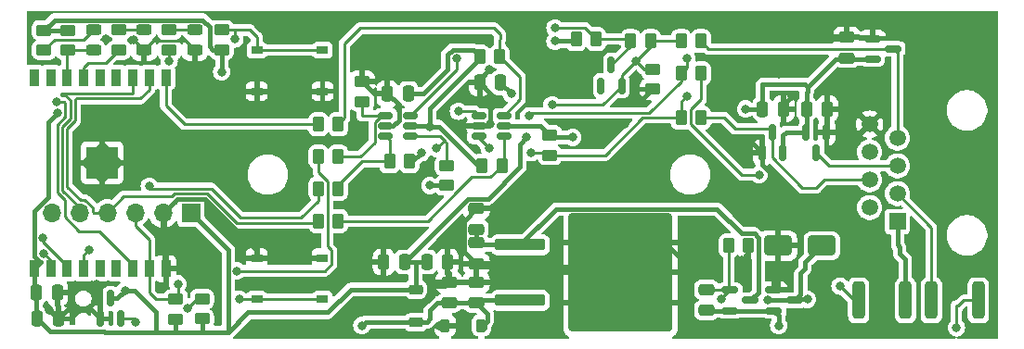
<source format=gbr>
%TF.GenerationSoftware,KiCad,Pcbnew,9.0.6*%
%TF.CreationDate,2026-02-07T10:01:58-05:00*%
%TF.ProjectId,OnionStraws,4f6e696f-6e53-4747-9261-77732e6b6963,rev?*%
%TF.SameCoordinates,Original*%
%TF.FileFunction,Copper,L1,Top*%
%TF.FilePolarity,Positive*%
%FSLAX46Y46*%
G04 Gerber Fmt 4.6, Leading zero omitted, Abs format (unit mm)*
G04 Created by KiCad (PCBNEW 9.0.6) date 2026-02-07 10:01:58*
%MOMM*%
%LPD*%
G01*
G04 APERTURE LIST*
G04 Aperture macros list*
%AMRoundRect*
0 Rectangle with rounded corners*
0 $1 Rounding radius*
0 $2 $3 $4 $5 $6 $7 $8 $9 X,Y pos of 4 corners*
0 Add a 4 corners polygon primitive as box body*
4,1,4,$2,$3,$4,$5,$6,$7,$8,$9,$2,$3,0*
0 Add four circle primitives for the rounded corners*
1,1,$1+$1,$2,$3*
1,1,$1+$1,$4,$5*
1,1,$1+$1,$6,$7*
1,1,$1+$1,$8,$9*
0 Add four rect primitives between the rounded corners*
20,1,$1+$1,$2,$3,$4,$5,0*
20,1,$1+$1,$4,$5,$6,$7,0*
20,1,$1+$1,$6,$7,$8,$9,0*
20,1,$1+$1,$8,$9,$2,$3,0*%
%AMFreePoly0*
4,1,9,3.862500,-0.866500,0.737500,-0.866500,0.737500,-0.450000,-0.737500,-0.450000,-0.737500,0.450000,0.737500,0.450000,0.737500,0.866500,3.862500,0.866500,3.862500,-0.866500,3.862500,-0.866500,$1*%
G04 Aperture macros list end*
%TA.AperFunction,SMDPad,CuDef*%
%ADD10RoundRect,0.250000X-0.250000X-0.475000X0.250000X-0.475000X0.250000X0.475000X-0.250000X0.475000X0*%
%TD*%
%TA.AperFunction,SMDPad,CuDef*%
%ADD11RoundRect,0.250000X-0.262500X-0.450000X0.262500X-0.450000X0.262500X0.450000X-0.262500X0.450000X0*%
%TD*%
%TA.AperFunction,SMDPad,CuDef*%
%ADD12RoundRect,0.250000X0.262500X0.450000X-0.262500X0.450000X-0.262500X-0.450000X0.262500X-0.450000X0*%
%TD*%
%TA.AperFunction,SMDPad,CuDef*%
%ADD13RoundRect,0.150000X0.150000X-0.587500X0.150000X0.587500X-0.150000X0.587500X-0.150000X-0.587500X0*%
%TD*%
%TA.AperFunction,SMDPad,CuDef*%
%ADD14RoundRect,0.250000X0.312500X1.450000X-0.312500X1.450000X-0.312500X-1.450000X0.312500X-1.450000X0*%
%TD*%
%TA.AperFunction,SMDPad,CuDef*%
%ADD15R,1.000000X0.750000*%
%TD*%
%TA.AperFunction,SMDPad,CuDef*%
%ADD16RoundRect,0.243750X0.456250X-0.243750X0.456250X0.243750X-0.456250X0.243750X-0.456250X-0.243750X0*%
%TD*%
%TA.AperFunction,SMDPad,CuDef*%
%ADD17RoundRect,0.150000X-0.587500X-0.150000X0.587500X-0.150000X0.587500X0.150000X-0.587500X0.150000X0*%
%TD*%
%TA.AperFunction,SMDPad,CuDef*%
%ADD18RoundRect,0.250000X0.450000X-0.262500X0.450000X0.262500X-0.450000X0.262500X-0.450000X-0.262500X0*%
%TD*%
%TA.AperFunction,SMDPad,CuDef*%
%ADD19RoundRect,0.250000X-0.450000X0.262500X-0.450000X-0.262500X0.450000X-0.262500X0.450000X0.262500X0*%
%TD*%
%TA.AperFunction,SMDPad,CuDef*%
%ADD20RoundRect,0.150000X-0.512500X-0.150000X0.512500X-0.150000X0.512500X0.150000X-0.512500X0.150000X0*%
%TD*%
%TA.AperFunction,SMDPad,CuDef*%
%ADD21RoundRect,0.250000X0.475000X-0.250000X0.475000X0.250000X-0.475000X0.250000X-0.475000X-0.250000X0*%
%TD*%
%TA.AperFunction,SMDPad,CuDef*%
%ADD22RoundRect,0.250000X0.250000X0.475000X-0.250000X0.475000X-0.250000X-0.475000X0.250000X-0.475000X0*%
%TD*%
%TA.AperFunction,SMDPad,CuDef*%
%ADD23R,0.900000X1.500000*%
%TD*%
%TA.AperFunction,HeatsinkPad*%
%ADD24C,0.600000*%
%TD*%
%TA.AperFunction,SMDPad,CuDef*%
%ADD25R,2.900000X2.900000*%
%TD*%
%TA.AperFunction,SMDPad,CuDef*%
%ADD26RoundRect,0.250000X-0.475000X0.250000X-0.475000X-0.250000X0.475000X-0.250000X0.475000X0.250000X0*%
%TD*%
%TA.AperFunction,SMDPad,CuDef*%
%ADD27RoundRect,0.250000X-2.050000X-0.300000X2.050000X-0.300000X2.050000X0.300000X-2.050000X0.300000X0*%
%TD*%
%TA.AperFunction,SMDPad,CuDef*%
%ADD28RoundRect,0.250000X-2.025000X-2.375000X2.025000X-2.375000X2.025000X2.375000X-2.025000X2.375000X0*%
%TD*%
%TA.AperFunction,SMDPad,CuDef*%
%ADD29RoundRect,0.250002X-4.449998X-5.149998X4.449998X-5.149998X4.449998X5.149998X-4.449998X5.149998X0*%
%TD*%
%TA.AperFunction,SMDPad,CuDef*%
%ADD30RoundRect,0.225000X0.225000X0.375000X-0.225000X0.375000X-0.225000X-0.375000X0.225000X-0.375000X0*%
%TD*%
%TA.AperFunction,SMDPad,CuDef*%
%ADD31RoundRect,0.250000X-0.312500X-1.450000X0.312500X-1.450000X0.312500X1.450000X-0.312500X1.450000X0*%
%TD*%
%TA.AperFunction,ComponentPad*%
%ADD32R,1.500000X1.500000*%
%TD*%
%TA.AperFunction,ComponentPad*%
%ADD33C,1.500000*%
%TD*%
%TA.AperFunction,SMDPad,CuDef*%
%ADD34RoundRect,0.225000X0.425000X0.225000X-0.425000X0.225000X-0.425000X-0.225000X0.425000X-0.225000X0*%
%TD*%
%TA.AperFunction,SMDPad,CuDef*%
%ADD35FreePoly0,180.000000*%
%TD*%
%TA.AperFunction,SMDPad,CuDef*%
%ADD36RoundRect,0.250000X-1.000000X-0.650000X1.000000X-0.650000X1.000000X0.650000X-1.000000X0.650000X0*%
%TD*%
%TA.AperFunction,SMDPad,CuDef*%
%ADD37RoundRect,0.150000X-0.150000X0.587500X-0.150000X-0.587500X0.150000X-0.587500X0.150000X0.587500X0*%
%TD*%
%TA.AperFunction,ComponentPad*%
%ADD38R,1.700000X1.700000*%
%TD*%
%TA.AperFunction,ComponentPad*%
%ADD39O,1.700000X1.700000*%
%TD*%
%TA.AperFunction,ViaPad*%
%ADD40C,0.800000*%
%TD*%
%TA.AperFunction,Conductor*%
%ADD41C,0.406400*%
%TD*%
%TA.AperFunction,Conductor*%
%ADD42C,0.250000*%
%TD*%
G04 APERTURE END LIST*
D10*
%TO.P,C14,1*%
%TO.N,GND*%
X75575000Y-103000000D03*
%TO.P,C14,2*%
%TO.N,+3V3*%
X77475000Y-103000000D03*
%TD*%
D11*
%TO.P,R25,1*%
%TO.N,Net-(R21-Pad1)*%
X102700000Y-89800000D03*
%TO.P,R25,2*%
%TO.N,GEA_FullTx*%
X104525000Y-89800000D03*
%TD*%
D12*
%TO.P,R17,1*%
%TO.N,Net-(R13-Pad2)*%
X86350000Y-94200000D03*
%TO.P,R17,2*%
%TO.N,+3V3*%
X84525000Y-94200000D03*
%TD*%
D13*
%TO.P,D9,1,K*%
%TO.N,unconnected-(D9-K-Pad1)*%
X95375000Y-86875000D03*
%TO.P,D9,2,A*%
%TO.N,Net-(D9-A)*%
X97275000Y-86875000D03*
%TO.P,D9,3,K*%
%TO.N,Net-(D9-K-Pad3)*%
X96325000Y-85000000D03*
%TD*%
D14*
%TO.P,F2,1*%
%TO.N,VDC*%
X123162500Y-106500000D03*
%TO.P,F2,2*%
%TO.N,Net-(JP2-A)*%
X118887500Y-106500000D03*
%TD*%
D15*
%TO.P,SW2,1,1*%
%TO.N,GND*%
X64000000Y-102625000D03*
X70000000Y-102625000D03*
%TO.P,SW2,2,2*%
%TO.N,/BOOT*%
X64000000Y-106375000D03*
X70000000Y-106375000D03*
%TD*%
D16*
%TO.P,D6,1,K*%
%TO.N,GND*%
X58337500Y-83625000D03*
%TO.P,D6,2,A*%
%TO.N,Net-(D6-A)*%
X58337500Y-81750000D03*
%TD*%
D17*
%TO.P,Q2,1,G*%
%TO.N,Net-(Q2-G)*%
X107150000Y-105550000D03*
%TO.P,Q2,2,S*%
%TO.N,/p2*%
X107150000Y-107450000D03*
%TO.P,Q2,3,D*%
%TO.N,/p3*%
X109025000Y-106500000D03*
%TD*%
D18*
%TO.P,R2,1*%
%TO.N,+3V3*%
X56600000Y-108225000D03*
%TO.P,R2,2*%
%TO.N,/BOOT*%
X56600000Y-106400000D03*
%TD*%
D19*
%TO.P,R7,1*%
%TO.N,Net-(D6-A)*%
X56030000Y-81775000D03*
%TO.P,R7,2*%
%TO.N,/LED1*%
X56030000Y-83600000D03*
%TD*%
D11*
%TO.P,R10,1*%
%TO.N,GEA2_RX*%
X69600000Y-90400000D03*
%TO.P,R10,2*%
%TO.N,Net-(R10-Pad2)*%
X71425000Y-90400000D03*
%TD*%
D10*
%TO.P,C6,1*%
%TO.N,GND*%
X75925000Y-87600000D03*
%TO.P,C6,2*%
%TO.N,+3V3*%
X77825000Y-87600000D03*
%TD*%
D17*
%TO.P,D1,1,K*%
%TO.N,GND*%
X120150000Y-82550000D03*
%TO.P,D1,2,A*%
%TO.N,+5V*%
X120150000Y-84450000D03*
%TO.P,D1,3,K*%
%TO.N,GEA_HalfDplx*%
X122025000Y-83500000D03*
%TD*%
D20*
%TO.P,U5,1*%
%TO.N,Net-(R11-Pad2)*%
X75750000Y-89600000D03*
%TO.P,U5,2,GND*%
%TO.N,GND*%
X75750000Y-90550000D03*
%TO.P,U5,3*%
%TO.N,Net-(R12-Pad2)*%
X75750000Y-91500000D03*
%TO.P,U5,4*%
%TO.N,Net-(R20-Pad1)*%
X78025000Y-91500000D03*
%TO.P,U5,5,+3V3*%
%TO.N,+3V3*%
X78025000Y-90550000D03*
%TO.P,U5,6*%
%TO.N,Net-(D9-K-Pad3)*%
X78025000Y-89600000D03*
%TD*%
D21*
%TO.P,C3,1*%
%TO.N,+5V*%
X117800000Y-84350000D03*
%TO.P,C3,2*%
%TO.N,GND*%
X117800000Y-82450000D03*
%TD*%
D11*
%TO.P,R11,1*%
%TO.N,GEA2_TX*%
X69600000Y-93350000D03*
%TO.P,R11,2*%
%TO.N,Net-(R11-Pad2)*%
X71425000Y-93350000D03*
%TD*%
D22*
%TO.P,C4,1*%
%TO.N,GND*%
X45900000Y-108200000D03*
%TO.P,C4,2*%
%TO.N,+3V3*%
X44000000Y-108200000D03*
%TD*%
D23*
%TO.P,U2,1,3V3*%
%TO.N,+3V3*%
X43700000Y-103610000D03*
%TO.P,U2,2,EN*%
%TO.N,/EN*%
X45200000Y-103610000D03*
%TO.P,U2,3,IO4*%
%TO.N,/LED1*%
X46700000Y-103610000D03*
%TO.P,U2,4,IO5*%
%TO.N,Net-(JP1-A)*%
X48200000Y-103610000D03*
%TO.P,U2,5,IO6*%
%TO.N,unconnected-(U2-IO6-Pad5)*%
X49700000Y-103610000D03*
%TO.P,U2,6,IO7*%
%TO.N,unconnected-(U2-IO7-Pad6)*%
X51200000Y-103610000D03*
%TO.P,U2,7,IO8*%
%TO.N,/BOOT_SEL*%
X52700000Y-103610000D03*
%TO.P,U2,8,IO9*%
%TO.N,/BOOT*%
X54200000Y-103610000D03*
%TO.P,U2,9,GND*%
%TO.N,GND*%
X55700000Y-103610000D03*
%TO.P,U2,10,IO10*%
%TO.N,GEA2_RX*%
X55700000Y-86110000D03*
%TO.P,U2,11,IO20/RXD*%
%TO.N,GEA3_TX*%
X54200000Y-86110000D03*
%TO.P,U2,12,IO21/TXD*%
%TO.N,GEA3_RX*%
X52700000Y-86110000D03*
%TO.P,U2,13,IO18*%
%TO.N,unconnected-(U2-IO18-Pad13)*%
X51200000Y-86110000D03*
%TO.P,U2,14,IO19*%
%TO.N,unconnected-(U2-IO19-Pad14)*%
X49700000Y-86110000D03*
%TO.P,U2,15,IO3*%
%TO.N,/LED2*%
X48200000Y-86110000D03*
%TO.P,U2,16,IO2*%
%TO.N,/DBG_LED*%
X46700000Y-86110000D03*
%TO.P,U2,17,IO1*%
%TO.N,unconnected-(U2-IO1-Pad17)*%
X45200000Y-86110000D03*
%TO.P,U2,18,IO0*%
%TO.N,unconnected-(U2-IO0-Pad18)*%
X43700000Y-86110000D03*
D24*
%TO.P,U2,19,GND*%
%TO.N,GND*%
X49350000Y-95000000D03*
X50450000Y-95000000D03*
X48800000Y-94450000D03*
X49900000Y-94450000D03*
X51000000Y-94450000D03*
X49350000Y-93900000D03*
D25*
X49900000Y-93900000D03*
D24*
X50450000Y-93900000D03*
X48800000Y-93350000D03*
X49900000Y-93350000D03*
X51000000Y-93350000D03*
X49350000Y-92800000D03*
X50450000Y-92800000D03*
%TD*%
D11*
%TO.P,R16,1*%
%TO.N,Net-(R12-Pad2)*%
X76100000Y-93800000D03*
%TO.P,R16,2*%
%TO.N,+3V3*%
X77925000Y-93800000D03*
%TD*%
%TO.P,R13,1*%
%TO.N,GEA3_TX*%
X69600000Y-99250000D03*
%TO.P,R13,2*%
%TO.N,Net-(R13-Pad2)*%
X71425000Y-99250000D03*
%TD*%
D10*
%TO.P,C2,1*%
%TO.N,+3V3*%
X43900000Y-105780000D03*
%TO.P,C2,2*%
%TO.N,GND*%
X45800000Y-105780000D03*
%TD*%
D26*
%TO.P,C12,1*%
%TO.N,GND*%
X81525000Y-104850000D03*
%TO.P,C12,2*%
%TO.N,+5V*%
X81525000Y-106750000D03*
%TD*%
D17*
%TO.P,Q1,1,G*%
%TO.N,GND*%
X111150000Y-105550000D03*
%TO.P,Q1,2,S*%
%TO.N,/p2*%
X111150000Y-107450000D03*
%TO.P,Q1,3,D*%
%TO.N,/p1*%
X113025000Y-106500000D03*
%TD*%
D27*
%TO.P,U3,1,IN*%
%TO.N,/p3*%
X88025000Y-101420000D03*
D28*
%TO.P,U3,2,GND*%
%TO.N,GND*%
X94750000Y-101185000D03*
X94750000Y-106735000D03*
D29*
X97175000Y-103960000D03*
D28*
X99600000Y-101185000D03*
X99600000Y-106735000D03*
D27*
%TO.P,U3,3,OUT*%
%TO.N,+5V*%
X88025000Y-106500000D03*
%TD*%
D22*
%TO.P,C1,1*%
%TO.N,+5V*%
X86225000Y-86600000D03*
%TO.P,C1,2*%
%TO.N,GND*%
X84325000Y-86600000D03*
%TD*%
D26*
%TO.P,C9,1*%
%TO.N,/p3*%
X84025000Y-101250000D03*
%TO.P,C9,2*%
%TO.N,GND*%
X84025000Y-103150000D03*
%TD*%
D13*
%TO.P,U1,1,GND*%
%TO.N,GND*%
X49700000Y-108200000D03*
%TO.P,U1,2,~{RESET}*%
%TO.N,/EN*%
X51600000Y-108200000D03*
%TO.P,U1,3,Vcc*%
%TO.N,+3V3*%
X50650000Y-106325000D03*
%TD*%
D18*
%TO.P,R21,1*%
%TO.N,Net-(R21-Pad1)*%
X90725000Y-93225000D03*
%TO.P,R21,2*%
%TO.N,+5V*%
X90725000Y-91400000D03*
%TD*%
D12*
%TO.P,R19,1*%
%TO.N,Net-(D9-K-Pad3)*%
X94950000Y-82600000D03*
%TO.P,R19,2*%
%TO.N,+5V*%
X93125000Y-82600000D03*
%TD*%
D18*
%TO.P,R6,1*%
%TO.N,/LED2*%
X51415000Y-83600000D03*
%TO.P,R6,2*%
%TO.N,Net-(D4-A)*%
X51415000Y-81775000D03*
%TD*%
D19*
%TO.P,R20,1*%
%TO.N,Net-(R20-Pad1)*%
X81325000Y-94175000D03*
%TO.P,R20,2*%
%TO.N,+5V*%
X81325000Y-96000000D03*
%TD*%
%TO.P,R1,1*%
%TO.N,/BOOT_SEL*%
X60800000Y-81775000D03*
%TO.P,R1,2*%
%TO.N,+3V3*%
X60800000Y-83600000D03*
%TD*%
D21*
%TO.P,C11,1*%
%TO.N,+5V*%
X84025000Y-106750000D03*
%TO.P,C11,2*%
%TO.N,GND*%
X84025000Y-104850000D03*
%TD*%
D30*
%TO.P,D8,1,K*%
%TO.N,+5V*%
X84475000Y-108800000D03*
%TO.P,D8,2,A*%
%TO.N,GND*%
X81175000Y-108800000D03*
%TD*%
D21*
%TO.P,C8,1*%
%TO.N,/p2*%
X105025000Y-107400000D03*
%TO.P,C8,2*%
%TO.N,Net-(Q2-G)*%
X105025000Y-105500000D03*
%TD*%
D26*
%TO.P,C10,1*%
%TO.N,GND*%
X84025000Y-98100000D03*
%TO.P,C10,2*%
%TO.N,/p3*%
X84025000Y-100000000D03*
%TD*%
D31*
%TO.P,F1,1*%
%TO.N,/ALT_PWR*%
X125525000Y-106500000D03*
%TO.P,F1,2*%
%TO.N,Net-(JP2-B)*%
X129800000Y-106500000D03*
%TD*%
D15*
%TO.P,SW1,1,1*%
%TO.N,/BOOT_SEL*%
X64000000Y-83625000D03*
X70000000Y-83625000D03*
%TO.P,SW1,2,2*%
%TO.N,GND*%
X64000000Y-87375000D03*
X70000000Y-87375000D03*
%TD*%
D19*
%TO.P,R15,1*%
%TO.N,GND*%
X73600000Y-86487500D03*
%TO.P,R15,2*%
%TO.N,Net-(R11-Pad2)*%
X73600000Y-88312500D03*
%TD*%
D18*
%TO.P,R4,1*%
%TO.N,Net-(D5-A)*%
X44600000Y-83625000D03*
%TO.P,R4,2*%
%TO.N,+3V3*%
X44600000Y-81800000D03*
%TD*%
D11*
%TO.P,R24,1*%
%TO.N,Net-(R20-Pad1)*%
X102700000Y-85750000D03*
%TO.P,R24,2*%
%TO.N,GEA_FullRx*%
X104525000Y-85750000D03*
%TD*%
D32*
%TO.P,J1,1*%
%TO.N,VDC*%
X122425000Y-99282500D03*
D33*
%TO.P,J1,2*%
%TO.N,unconnected-(J1-Pad2)*%
X119885000Y-98012500D03*
%TO.P,J1,3*%
%TO.N,/ALT_PWR*%
X122425000Y-96742500D03*
%TO.P,J1,4*%
%TO.N,GEA_FullTx*%
X119885000Y-95472500D03*
%TO.P,J1,5*%
%TO.N,GEA_FullRx*%
X122425000Y-94202500D03*
%TO.P,J1,6*%
%TO.N,unconnected-(J1-Pad6)*%
X119885000Y-92932500D03*
%TO.P,J1,7*%
%TO.N,GEA_HalfDplx*%
X122425000Y-91662500D03*
%TO.P,J1,8*%
%TO.N,GND*%
X119885000Y-90392500D03*
%TD*%
D13*
%TO.P,D3,1,K*%
%TO.N,GND*%
X110075000Y-93000000D03*
%TO.P,D3,2,A*%
%TO.N,+5V*%
X111975000Y-93000000D03*
%TO.P,D3,3,K*%
%TO.N,GEA_FullTx*%
X111025000Y-91125000D03*
%TD*%
D10*
%TO.P,C5,1*%
%TO.N,+5V*%
X114125000Y-89000000D03*
%TO.P,C5,2*%
%TO.N,GND*%
X116025000Y-89000000D03*
%TD*%
%TO.P,C13,1*%
%TO.N,+3V3*%
X79525000Y-103000000D03*
%TO.P,C13,2*%
%TO.N,GND*%
X81425000Y-103000000D03*
%TD*%
D11*
%TO.P,R12,1*%
%TO.N,GEA3_RX*%
X69600000Y-96300000D03*
%TO.P,R12,2*%
%TO.N,Net-(R12-Pad2)*%
X71425000Y-96300000D03*
%TD*%
D12*
%TO.P,R9,1*%
%TO.N,GND*%
X108850000Y-101500000D03*
%TO.P,R9,2*%
%TO.N,Net-(Q2-G)*%
X107025000Y-101500000D03*
%TD*%
D20*
%TO.P,U4,1*%
%TO.N,Net-(D9-A)*%
X84250000Y-89600000D03*
%TO.P,U4,2,GND*%
%TO.N,GND*%
X84250000Y-90550000D03*
%TO.P,U4,3*%
%TO.N,Net-(R21-Pad1)*%
X84250000Y-91500000D03*
%TO.P,U4,4*%
%TO.N,Net-(R13-Pad2)*%
X86525000Y-91500000D03*
%TO.P,U4,5,VCC*%
%TO.N,+5V*%
X86525000Y-90550000D03*
%TO.P,U4,6*%
%TO.N,Net-(R10-Pad2)*%
X86525000Y-89600000D03*
%TD*%
D12*
%TO.P,R14,1*%
%TO.N,Net-(R10-Pad2)*%
X86150000Y-84200000D03*
%TO.P,R14,2*%
%TO.N,+3V3*%
X84325000Y-84200000D03*
%TD*%
D11*
%TO.P,R23,1*%
%TO.N,Net-(D9-A)*%
X102700000Y-82800000D03*
%TO.P,R23,2*%
%TO.N,GEA_HalfDplx*%
X104525000Y-82800000D03*
%TD*%
D34*
%TO.P,U6,1,VIN*%
%TO.N,+5V*%
X78475000Y-108500000D03*
D35*
%TO.P,U6,2,GND*%
%TO.N,GND*%
X78387500Y-107000000D03*
D34*
%TO.P,U6,3,VOUT*%
%TO.N,+3V3*%
X78475000Y-105500000D03*
%TD*%
D19*
%TO.P,R18,1*%
%TO.N,Net-(D9-A)*%
X100125000Y-85375000D03*
%TO.P,R18,2*%
%TO.N,GND*%
X100125000Y-87200000D03*
%TD*%
%TO.P,R3,1*%
%TO.N,/EN*%
X59000000Y-106375000D03*
%TO.P,R3,2*%
%TO.N,+3V3*%
X59000000Y-108200000D03*
%TD*%
D11*
%TO.P,R22,1*%
%TO.N,Net-(D9-K-Pad3)*%
X98100000Y-82800000D03*
%TO.P,R22,2*%
%TO.N,Net-(D9-A)*%
X99925000Y-82800000D03*
%TD*%
D18*
%TO.P,R5,1*%
%TO.N,/DBG_LED*%
X46800000Y-83625000D03*
%TO.P,R5,2*%
%TO.N,+3V3*%
X46800000Y-81800000D03*
%TD*%
D10*
%TO.P,C7,1*%
%TO.N,+5V*%
X110125000Y-89000000D03*
%TO.P,C7,2*%
%TO.N,GND*%
X112025000Y-89000000D03*
%TD*%
D16*
%TO.P,D5,1,K*%
%TO.N,/DBG_LED*%
X49107500Y-83625000D03*
%TO.P,D5,2,A*%
%TO.N,Net-(D5-A)*%
X49107500Y-81750000D03*
%TD*%
D36*
%TO.P,D7,1,A1*%
%TO.N,GND*%
X111525000Y-101500000D03*
%TO.P,D7,2,A2*%
%TO.N,/p1*%
X115525000Y-101500000D03*
%TD*%
D16*
%TO.P,D4,1,K*%
%TO.N,GND*%
X53722500Y-83625000D03*
%TO.P,D4,2,A*%
%TO.N,Net-(D4-A)*%
X53722500Y-81750000D03*
%TD*%
D37*
%TO.P,D2,1,K*%
%TO.N,GND*%
X115975000Y-91125000D03*
%TO.P,D2,2,A*%
%TO.N,+5V*%
X114075000Y-91125000D03*
%TO.P,D2,3,K*%
%TO.N,GEA_FullRx*%
X115025000Y-93000000D03*
%TD*%
D38*
%TO.P,J2,1,Pin_1*%
%TO.N,+3V3*%
X58000000Y-98500000D03*
D39*
%TO.P,J2,2,Pin_2*%
%TO.N,GND*%
X55460000Y-98500000D03*
%TO.P,J2,3,Pin_3*%
%TO.N,/BOOT*%
X52920000Y-98500000D03*
%TO.P,J2,4,Pin_4*%
%TO.N,GEA3_TX*%
X50380000Y-98500000D03*
%TO.P,J2,5,Pin_5*%
%TO.N,GEA3_RX*%
X47840000Y-98500000D03*
%TO.P,J2,6,Pin_6*%
%TO.N,/EN*%
X45300000Y-98500000D03*
%TD*%
D40*
%TO.N,+5V*%
X87200000Y-87600000D03*
X91200000Y-82800000D03*
X73600000Y-108800000D03*
X92800000Y-91600000D03*
X108600000Y-89000000D03*
X79800000Y-96000000D03*
%TO.N,Net-(Q2-G)*%
X106400000Y-106400000D03*
%TO.N,GEA_FullRx*%
X109800000Y-95000000D03*
%TO.N,Net-(D9-K-Pad3)*%
X82200000Y-84400000D03*
X91200000Y-81600000D03*
%TO.N,Net-(D9-A)*%
X82400000Y-89206400D03*
X98600000Y-84600000D03*
X90935896Y-88625000D03*
%TO.N,Net-(JP2-B)*%
X127800000Y-109000000D03*
%TO.N,Net-(JP2-A)*%
X117200000Y-105200000D03*
%TO.N,/BOOT*%
X56800000Y-105000000D03*
X62400000Y-106400000D03*
%TO.N,GEA3_RX*%
X54200000Y-96075000D03*
%TO.N,/EN*%
X52980901Y-108473213D03*
X57653431Y-107268075D03*
X44582347Y-102217653D03*
%TO.N,/BOOT_SEL*%
X62000000Y-82600000D03*
X45747584Y-88316520D03*
%TO.N,/LED1*%
X56000000Y-84600000D03*
X44503200Y-100800000D03*
%TO.N,GEA2_TX*%
X62203200Y-103800000D03*
%TO.N,Net-(R20-Pad1)*%
X88800000Y-89656400D03*
X80400000Y-92600000D03*
X103200000Y-84400000D03*
%TO.N,Net-(R21-Pad1)*%
X85200000Y-92600000D03*
X89000000Y-93000000D03*
X103200000Y-87800000D03*
%TO.N,Net-(JP1-A)*%
X48670851Y-101870851D03*
%TO.N,GND*%
X61400000Y-88600000D03*
X108200000Y-102800000D03*
X70600000Y-85800000D03*
X87600000Y-82400000D03*
X52743961Y-82659280D03*
X89600000Y-104600000D03*
X112800000Y-87800000D03*
X72800000Y-107400000D03*
X85262500Y-90404383D03*
X97587347Y-90387347D03*
X107000000Y-86000000D03*
X85200000Y-85400000D03*
X80000000Y-105200000D03*
X106400000Y-91600000D03*
X72600000Y-103000000D03*
X116800000Y-86800000D03*
X109800000Y-98400000D03*
X74400000Y-95400000D03*
X102800000Y-102800000D03*
X99000000Y-88200000D03*
X95800000Y-91400000D03*
X80600000Y-108800000D03*
X111600000Y-85800000D03*
X45035113Y-107386787D03*
X49400000Y-105000000D03*
X79200000Y-98200000D03*
X114800000Y-82600000D03*
X91200000Y-86200000D03*
X55600000Y-101800000D03*
X67200000Y-102625000D03*
X50200000Y-82600000D03*
X94200000Y-96200000D03*
X85800000Y-98000000D03*
X73600000Y-85000000D03*
%TO.N,+3V3*%
X79000000Y-93000000D03*
X88600000Y-91600000D03*
X52000000Y-105600000D03*
X79800000Y-90600000D03*
X45800000Y-89400000D03*
X60800000Y-85600000D03*
%TO.N,/p2*%
X111600000Y-108800000D03*
%TO.N,/p1*%
X110600000Y-106450000D03*
X114200000Y-106400000D03*
%TD*%
D41*
%TO.N,+5V*%
X79500000Y-108500000D02*
X79800000Y-108200000D01*
X92925000Y-82800000D02*
X93125000Y-82600000D01*
X114200000Y-87400000D02*
X114125000Y-87475000D01*
X84025000Y-106750000D02*
X85000000Y-107725000D01*
X85000000Y-108400000D02*
X84800000Y-108600000D01*
X86525000Y-90550000D02*
X89875000Y-90550000D01*
X84275000Y-106500000D02*
X84025000Y-106750000D01*
X90925000Y-91600000D02*
X90725000Y-91400000D01*
X79800000Y-107400000D02*
X80450000Y-106750000D01*
X116750000Y-84450000D02*
X114200000Y-87000000D01*
X114200000Y-87000000D02*
X114200000Y-87400000D01*
X78475000Y-108500000D02*
X79500000Y-108500000D01*
X91200000Y-82800000D02*
X92925000Y-82800000D01*
X120150000Y-84450000D02*
X116750000Y-84450000D01*
X78475000Y-108500000D02*
X73900000Y-108500000D01*
X113956808Y-86756808D02*
X114200000Y-87000000D01*
X111975000Y-91425000D02*
X112275000Y-91125000D01*
X79800000Y-108200000D02*
X79800000Y-107400000D01*
X85000000Y-107725000D02*
X85000000Y-108400000D01*
X80450000Y-106750000D02*
X81525000Y-106750000D01*
X86225000Y-86625000D02*
X87200000Y-87600000D01*
X89875000Y-90550000D02*
X90725000Y-91400000D01*
X114125000Y-87475000D02*
X114125000Y-89000000D01*
X84800000Y-108600000D02*
X84800000Y-109000000D01*
X73900000Y-108500000D02*
X73600000Y-108800000D01*
X81525000Y-106750000D02*
X84025000Y-106750000D01*
X81325000Y-96000000D02*
X79800000Y-96000000D01*
X88025000Y-106500000D02*
X84275000Y-106500000D01*
X110125000Y-86756808D02*
X113956808Y-86756808D01*
X110125000Y-89000000D02*
X110125000Y-86756808D01*
X108600000Y-89000000D02*
X110125000Y-89000000D01*
X112275000Y-91125000D02*
X114075000Y-91125000D01*
X114125000Y-91075000D02*
X114075000Y-91125000D01*
X114125000Y-89000000D02*
X114125000Y-91075000D01*
X86225000Y-86600000D02*
X86225000Y-86625000D01*
X92800000Y-91600000D02*
X90925000Y-91600000D01*
X111975000Y-93000000D02*
X111975000Y-91425000D01*
D42*
%TO.N,Net-(Q2-G)*%
X107025000Y-105425000D02*
X107150000Y-105550000D01*
X107025000Y-101500000D02*
X107025000Y-105425000D01*
X106400000Y-106300000D02*
X107150000Y-105550000D01*
X107100000Y-105500000D02*
X107150000Y-105550000D01*
X106400000Y-106400000D02*
X106400000Y-106300000D01*
X105025000Y-105500000D02*
X107100000Y-105500000D01*
%TO.N,GEA_HalfDplx*%
X104525000Y-82800000D02*
X105225000Y-83500000D01*
X105225000Y-83500000D02*
X122025000Y-83500000D01*
X122425000Y-83900000D02*
X122425000Y-91662500D01*
X122025000Y-83500000D02*
X122425000Y-83900000D01*
%TO.N,GEA_FullRx*%
X104525000Y-85750000D02*
X104525000Y-88117400D01*
X108192400Y-95000000D02*
X109800000Y-95000000D01*
X116227500Y-94202500D02*
X122425000Y-94202500D01*
X104525000Y-88117400D02*
X103600000Y-89042400D01*
X115025000Y-93000000D02*
X116227500Y-94202500D01*
X103600000Y-89042400D02*
X103600000Y-90407600D01*
X103600000Y-90407600D02*
X108192400Y-95000000D01*
%TO.N,GEA_FullTx*%
X113761592Y-96200000D02*
X115000000Y-96200000D01*
X106600000Y-89800000D02*
X107600000Y-90800000D01*
X107600000Y-90800000D02*
X110700000Y-90800000D01*
X115000000Y-96200000D02*
X115727500Y-95472500D01*
X111025000Y-91125000D02*
X111025000Y-93463408D01*
X115727500Y-95472500D02*
X119885000Y-95472500D01*
X110700000Y-90800000D02*
X111025000Y-91125000D01*
X111025000Y-93463408D02*
X113761592Y-96200000D01*
X104525000Y-89800000D02*
X106600000Y-89800000D01*
%TO.N,Net-(D4-A)*%
X51415000Y-81775000D02*
X53697500Y-81775000D01*
X53697500Y-81775000D02*
X53722500Y-81750000D01*
%TO.N,Net-(D5-A)*%
X45587500Y-82637500D02*
X44600000Y-83625000D01*
X49107500Y-81750000D02*
X48220000Y-82637500D01*
X48220000Y-82637500D02*
X45587500Y-82637500D01*
%TO.N,/DBG_LED*%
X46700000Y-86110000D02*
X46700000Y-83725000D01*
X46800000Y-83625000D02*
X49107500Y-83625000D01*
X46700000Y-83725000D02*
X46800000Y-83625000D01*
D41*
%TO.N,VDC*%
X123162500Y-102762500D02*
X122600000Y-102200000D01*
X122600000Y-102200000D02*
X122600000Y-101600000D01*
X122425000Y-101425000D02*
X122425000Y-99282500D01*
X122600000Y-101600000D02*
X122425000Y-101425000D01*
X123162500Y-106500000D02*
X123162500Y-102762500D01*
D42*
%TO.N,Net-(D6-A)*%
X58337500Y-81750000D02*
X56055000Y-81750000D01*
X56055000Y-81750000D02*
X56030000Y-81775000D01*
%TO.N,Net-(D9-K-Pad3)*%
X91225000Y-81575000D02*
X93925000Y-81575000D01*
X98100000Y-83225000D02*
X96325000Y-85000000D01*
X98100000Y-82800000D02*
X98100000Y-83225000D01*
X94950000Y-82600000D02*
X97900000Y-82600000D01*
X97900000Y-82600000D02*
X98100000Y-82800000D01*
X82200000Y-84400000D02*
X82200000Y-85425000D01*
X91200000Y-81600000D02*
X91225000Y-81575000D01*
X93925000Y-81575000D02*
X94950000Y-82600000D01*
X82200000Y-85425000D02*
X78025000Y-89600000D01*
%TO.N,Net-(D9-A)*%
X95550000Y-88600000D02*
X97275000Y-86875000D01*
X99925000Y-82800000D02*
X102700000Y-82800000D01*
X83856400Y-89206400D02*
X84250000Y-89600000D01*
X82400000Y-89206400D02*
X83856400Y-89206400D01*
X100125000Y-85375000D02*
X99375000Y-85375000D01*
X99925000Y-83275000D02*
X98600000Y-84600000D01*
X99375000Y-85375000D02*
X98600000Y-84600000D01*
X97275000Y-85925000D02*
X97275000Y-86875000D01*
X90935896Y-88625000D02*
X90960896Y-88600000D01*
X98600000Y-84600000D02*
X97275000Y-85925000D01*
X99925000Y-82800000D02*
X99925000Y-83275000D01*
X90960896Y-88600000D02*
X95550000Y-88600000D01*
%TO.N,Net-(R11-Pad2)*%
X71425000Y-93350000D02*
X73450000Y-93350000D01*
X74762500Y-90199092D02*
X75361592Y-89600000D01*
X74762500Y-92037500D02*
X74762500Y-90199092D01*
X73450000Y-93350000D02*
X74762500Y-92037500D01*
X73600000Y-89600000D02*
X73600000Y-88312500D01*
X75750000Y-89600000D02*
X73600000Y-89600000D01*
X75361592Y-89600000D02*
X75750000Y-89600000D01*
%TO.N,Net-(R12-Pad2)*%
X76100000Y-91850000D02*
X75750000Y-91500000D01*
X71425000Y-96300000D02*
X71425000Y-95975000D01*
X71425000Y-95975000D02*
X73600000Y-93800000D01*
X76100000Y-93800000D02*
X76100000Y-91850000D01*
X73600000Y-93800000D02*
X76100000Y-93800000D01*
%TO.N,/ALT_PWR*%
X125525000Y-99842500D02*
X122425000Y-96742500D01*
X125525000Y-106500000D02*
X125525000Y-99842500D01*
%TO.N,Net-(JP2-B)*%
X127800000Y-109000000D02*
X127800000Y-107000000D01*
X127800000Y-107000000D02*
X128000000Y-107000000D01*
X128500000Y-106500000D02*
X129800000Y-106500000D01*
X128000000Y-107000000D02*
X128500000Y-106500000D01*
%TO.N,Net-(JP2-A)*%
X118887500Y-106500000D02*
X118500000Y-106500000D01*
X118500000Y-106500000D02*
X117200000Y-105200000D01*
%TO.N,/BOOT*%
X54200000Y-103610000D02*
X54200000Y-105800000D01*
X52920000Y-99720000D02*
X54200000Y-101000000D01*
X56800000Y-105000000D02*
X56800000Y-106200000D01*
X54800000Y-106400000D02*
X56600000Y-106400000D01*
X54200000Y-105800000D02*
X54800000Y-106400000D01*
X70000000Y-106375000D02*
X64000000Y-106375000D01*
X63975000Y-106400000D02*
X64000000Y-106375000D01*
X62400000Y-106400000D02*
X63975000Y-106400000D01*
X54200000Y-101000000D02*
X54200000Y-103610000D01*
X52920000Y-98500000D02*
X52920000Y-99720000D01*
X56800000Y-106200000D02*
X56600000Y-106400000D01*
%TO.N,GEA3_RX*%
X46975000Y-88211396D02*
X46513604Y-87750000D01*
X62550000Y-98950000D02*
X68050000Y-98950000D01*
X46975000Y-89886701D02*
X46975000Y-88211396D01*
X46200000Y-87600000D02*
X52700000Y-87600000D01*
X46513604Y-87750000D02*
X46200000Y-87750000D01*
X52700000Y-87600000D02*
X52700000Y-86110000D01*
X68050000Y-98950000D02*
X69600000Y-97400000D01*
X46200000Y-87750000D02*
X46200000Y-87600000D01*
X59868600Y-96268600D02*
X62550000Y-98950000D01*
X54200000Y-96075000D02*
X54393600Y-96268600D01*
X46250000Y-90611701D02*
X46975000Y-89886701D01*
X54393600Y-96268600D02*
X59868600Y-96268600D01*
X47840000Y-98040000D02*
X46250000Y-96450000D01*
X69600000Y-97400000D02*
X69600000Y-96300000D01*
X46250000Y-96450000D02*
X46250000Y-90611701D01*
X47840000Y-98500000D02*
X47840000Y-98040000D01*
%TO.N,/EN*%
X58546506Y-106375000D02*
X57653431Y-107268075D01*
X51600000Y-108200000D02*
X52707688Y-108200000D01*
X45200000Y-98600000D02*
X45300000Y-98500000D01*
X45200000Y-103610000D02*
X45200000Y-102835306D01*
X45200000Y-102835306D02*
X44582347Y-102217653D01*
X59000000Y-106375000D02*
X58546506Y-106375000D01*
X52707688Y-108200000D02*
X52980901Y-108473213D01*
%TO.N,GEA3_TX*%
X46700000Y-96100000D02*
X47925000Y-97325000D01*
X69600000Y-99250000D02*
X69450000Y-99400000D01*
X59471988Y-96718600D02*
X56494412Y-96718600D01*
X49015000Y-98415000D02*
X49100000Y-98500000D01*
X56213012Y-97000000D02*
X51880000Y-97000000D01*
X49015000Y-98013299D02*
X49015000Y-98415000D01*
X47425000Y-90073097D02*
X46700000Y-90798097D01*
X69450000Y-99400000D02*
X62153388Y-99400000D01*
X47425000Y-88175000D02*
X47425000Y-90073097D01*
X47925000Y-97325000D02*
X48326701Y-97325000D01*
X48326701Y-97325000D02*
X49015000Y-98013299D01*
X53386396Y-88050000D02*
X47550000Y-88050000D01*
X56494412Y-96718600D02*
X56213012Y-97000000D01*
X62153388Y-99400000D02*
X59471988Y-96718600D01*
X51880000Y-97000000D02*
X50380000Y-98500000D01*
X54200000Y-87236396D02*
X53386396Y-88050000D01*
X46700000Y-90798097D02*
X46700000Y-96100000D01*
X54200000Y-86110000D02*
X54200000Y-87236396D01*
X47550000Y-88050000D02*
X47425000Y-88175000D01*
X49100000Y-98500000D02*
X50380000Y-98500000D01*
%TO.N,/BOOT_SEL*%
X46443728Y-88316520D02*
X46525000Y-88397792D01*
X45800000Y-96636396D02*
X46475000Y-97311396D01*
X46525000Y-88397792D02*
X46525000Y-89700305D01*
X45800000Y-90425305D02*
X45800000Y-96636396D01*
X45747584Y-88316520D02*
X46443728Y-88316520D01*
X64000000Y-82400000D02*
X63375000Y-81775000D01*
X52700000Y-103260000D02*
X52700000Y-103610000D01*
X70000000Y-83625000D02*
X64000000Y-83625000D01*
X62000000Y-82600000D02*
X62000000Y-81775000D01*
X47800000Y-100200000D02*
X49640000Y-100200000D01*
X46475000Y-98875000D02*
X47800000Y-100200000D01*
X63375000Y-81775000D02*
X62000000Y-81775000D01*
X49640000Y-100200000D02*
X52700000Y-103260000D01*
X64000000Y-83625000D02*
X64000000Y-82400000D01*
X62000000Y-81775000D02*
X60800000Y-81775000D01*
X46475000Y-97311396D02*
X46475000Y-98875000D01*
X46525000Y-89700305D02*
X45800000Y-90425305D01*
%TO.N,/LED2*%
X50215000Y-84800000D02*
X51415000Y-83600000D01*
X48600000Y-84800000D02*
X50215000Y-84800000D01*
X48200000Y-86110000D02*
X48200000Y-85200000D01*
X48200000Y-85200000D02*
X48600000Y-84800000D01*
%TO.N,/LED1*%
X46700000Y-103310000D02*
X44503200Y-101113200D01*
X56000000Y-83630000D02*
X56030000Y-83600000D01*
X46700000Y-103610000D02*
X46700000Y-103310000D01*
X44503200Y-101113200D02*
X44503200Y-100800000D01*
X56000000Y-84600000D02*
X56000000Y-83630000D01*
X46700000Y-103610000D02*
X46475000Y-103385000D01*
%TO.N,Net-(R10-Pad2)*%
X73400000Y-81600000D02*
X85600000Y-81600000D01*
X72000000Y-83000000D02*
X73400000Y-81600000D01*
X86150000Y-82650000D02*
X86150000Y-84200000D01*
X88000000Y-88125000D02*
X86525000Y-89600000D01*
X86150000Y-84200000D02*
X88000000Y-86050000D01*
X86200000Y-82200000D02*
X86200000Y-82600000D01*
X86200000Y-82600000D02*
X86150000Y-82650000D01*
X72000000Y-89825000D02*
X72000000Y-83000000D01*
X88000000Y-86050000D02*
X88000000Y-88125000D01*
X85600000Y-81600000D02*
X86200000Y-82200000D01*
X71425000Y-90400000D02*
X72000000Y-89825000D01*
%TO.N,GEA2_RX*%
X55700000Y-88700000D02*
X55700000Y-86110000D01*
X57400000Y-90400000D02*
X55700000Y-88700000D01*
X69600000Y-90400000D02*
X57400000Y-90400000D01*
%TO.N,GEA2_TX*%
X70437500Y-95604900D02*
X70437500Y-101537500D01*
X70825000Y-101925000D02*
X70825000Y-103175000D01*
X70825000Y-103175000D02*
X70200000Y-103800000D01*
X69600000Y-93350000D02*
X69600000Y-94767400D01*
X70200000Y-103800000D02*
X62203200Y-103800000D01*
X70437500Y-101537500D02*
X70825000Y-101925000D01*
X69600000Y-94767400D02*
X70437500Y-95604900D01*
%TO.N,Net-(R13-Pad2)*%
X86525000Y-91500000D02*
X86525000Y-94025000D01*
X71425000Y-99250000D02*
X79607600Y-99250000D01*
X83575000Y-95225000D02*
X85325000Y-95225000D01*
X79607600Y-99250000D02*
X82350000Y-96507600D01*
X82350000Y-96507600D02*
X82350000Y-96450000D01*
X85325000Y-95225000D02*
X86350000Y-94200000D01*
X86525000Y-94025000D02*
X86350000Y-94200000D01*
X82350000Y-96450000D02*
X83575000Y-95225000D01*
%TO.N,Net-(R20-Pad1)*%
X99800000Y-89350000D02*
X102700000Y-86450000D01*
X81325000Y-94175000D02*
X81325000Y-92125000D01*
X81325000Y-92125000D02*
X81100000Y-91900000D01*
X103200000Y-84400000D02*
X103200000Y-85250000D01*
X88800000Y-89656400D02*
X89106400Y-89350000D01*
X80400000Y-92600000D02*
X81100000Y-91900000D01*
X103200000Y-85250000D02*
X102700000Y-85750000D01*
X81100000Y-91900000D02*
X80700000Y-91500000D01*
X80700000Y-91500000D02*
X78025000Y-91500000D01*
X102700000Y-86450000D02*
X102700000Y-85750000D01*
X89106400Y-89350000D02*
X99800000Y-89350000D01*
%TO.N,Net-(R21-Pad1)*%
X99200000Y-89800000D02*
X95775000Y-93225000D01*
X90500000Y-93000000D02*
X90725000Y-93225000D01*
X102700000Y-89800000D02*
X102700000Y-88300000D01*
X102700000Y-88300000D02*
X103200000Y-87800000D01*
X95775000Y-93225000D02*
X90725000Y-93225000D01*
X84250000Y-91500000D02*
X84250000Y-91650000D01*
X102700000Y-89800000D02*
X99200000Y-89800000D01*
X89000000Y-93000000D02*
X90500000Y-93000000D01*
X84250000Y-91650000D02*
X85200000Y-92600000D01*
%TO.N,Net-(JP1-A)*%
X48670851Y-101870851D02*
X48200000Y-102341702D01*
X48200000Y-102341702D02*
X48200000Y-103610000D01*
D41*
%TO.N,GND*%
X94750000Y-101185000D02*
X101185000Y-101185000D01*
X110075000Y-93000000D02*
X108675000Y-91600000D01*
X117650000Y-82600000D02*
X117800000Y-82450000D01*
X85315700Y-87590700D02*
X85315700Y-90351183D01*
X116025000Y-87575000D02*
X116800000Y-86800000D01*
X45900000Y-108200000D02*
X45848326Y-108200000D01*
X120050000Y-82450000D02*
X117800000Y-82450000D01*
X85116883Y-90550000D02*
X85262500Y-90404383D01*
X82896800Y-102021800D02*
X84025000Y-103150000D01*
X81425000Y-104750000D02*
X81525000Y-104850000D01*
X101185000Y-101185000D02*
X102800000Y-102800000D01*
X61400000Y-87575000D02*
X61600000Y-87375000D01*
X48932500Y-107432500D02*
X46667500Y-107432500D01*
X81175000Y-105200000D02*
X81525000Y-104850000D01*
X79130000Y-107000000D02*
X80000000Y-106130000D01*
X91200000Y-86000000D02*
X91200000Y-86200000D01*
X114800000Y-82600000D02*
X117650000Y-82600000D01*
X74712500Y-87600000D02*
X73600000Y-86487500D01*
X49700000Y-108200000D02*
X48932500Y-107432500D01*
X89600000Y-104600000D02*
X91735000Y-106735000D01*
X75575000Y-103000000D02*
X72600000Y-103000000D01*
X60775000Y-87375000D02*
X58337500Y-84937500D01*
X91735000Y-106735000D02*
X94750000Y-106735000D01*
X116025000Y-89000000D02*
X116025000Y-87575000D01*
X85800000Y-98000000D02*
X84125000Y-98000000D01*
X111600000Y-85800000D02*
X107200000Y-85800000D01*
X95800000Y-91400000D02*
X96574694Y-91400000D01*
X111525000Y-95589103D02*
X111525000Y-101500000D01*
X67200000Y-102625000D02*
X70000000Y-102625000D01*
X49700000Y-108200000D02*
X49700000Y-105300000D01*
X74400000Y-95400000D02*
X74600000Y-95600000D01*
X84025000Y-104850000D02*
X84025000Y-103150000D01*
X111525000Y-105175000D02*
X111525000Y-101500000D01*
X55600000Y-101800000D02*
X55600000Y-98640000D01*
X84325000Y-86600000D02*
X84325000Y-86275000D01*
X64000000Y-87375000D02*
X61600000Y-87375000D01*
X80000000Y-105200000D02*
X81175000Y-105200000D01*
X45800000Y-105780000D02*
X45800000Y-108100000D01*
X55600000Y-101800000D02*
X55600000Y-103510000D01*
X112025000Y-88575000D02*
X112800000Y-87800000D01*
X84025000Y-103150000D02*
X84325000Y-103450000D01*
X55600000Y-103510000D02*
X55700000Y-103610000D01*
X76600000Y-95600000D02*
X79200000Y-98200000D01*
X84025000Y-104850000D02*
X81525000Y-104850000D01*
X108850000Y-102150000D02*
X108200000Y-102800000D01*
D42*
X53722500Y-83625000D02*
X54585000Y-82762500D01*
D41*
X84250000Y-90550000D02*
X85116883Y-90550000D01*
X73200000Y-107000000D02*
X72800000Y-107400000D01*
X116025000Y-89000000D02*
X118492500Y-89000000D01*
X75925000Y-87600000D02*
X74712500Y-87600000D01*
X84025000Y-98100000D02*
X82896800Y-99228200D01*
X64000000Y-102625000D02*
X67200000Y-102625000D01*
X112025000Y-89000000D02*
X112025000Y-88575000D01*
X84325000Y-103450000D02*
X92485000Y-103450000D01*
X99000000Y-88200000D02*
X99125000Y-88200000D01*
X64000000Y-87375000D02*
X70000000Y-87375000D01*
X96574694Y-91400000D02*
X97587347Y-90387347D01*
X118492500Y-89000000D02*
X119885000Y-90392500D01*
X56713200Y-97246800D02*
X55460000Y-98500000D01*
X78387500Y-107000000D02*
X79130000Y-107000000D01*
X84125000Y-98000000D02*
X84025000Y-98100000D01*
X116025000Y-91075000D02*
X115975000Y-91125000D01*
X84325000Y-86275000D02*
X85200000Y-85400000D01*
D42*
X57475000Y-82762500D02*
X58337500Y-83625000D01*
D41*
X110075000Y-93000000D02*
X110075000Y-94139103D01*
X111525000Y-101500000D02*
X111525000Y-100125000D01*
X70000000Y-87375000D02*
X70000000Y-86400000D01*
X111525000Y-100125000D02*
X109800000Y-98400000D01*
X108675000Y-91600000D02*
X106400000Y-91600000D01*
X80000000Y-106130000D02*
X80000000Y-105200000D01*
X64000000Y-102625000D02*
X64000000Y-101993600D01*
X75750000Y-90550000D02*
X76412499Y-90550000D01*
X99125000Y-88200000D02*
X100125000Y-87200000D01*
X110075000Y-94139103D02*
X111525000Y-95589103D01*
D42*
X53709681Y-83625000D02*
X52743961Y-82659280D01*
D41*
X46667500Y-107432500D02*
X45900000Y-108200000D01*
X74600000Y-95600000D02*
X76600000Y-95600000D01*
X70000000Y-86400000D02*
X70600000Y-85800000D01*
X111150000Y-105550000D02*
X111525000Y-105175000D01*
X45848326Y-108200000D02*
X45035113Y-107386787D01*
X73600000Y-85000000D02*
X73600000Y-86487500D01*
X78387500Y-107000000D02*
X73200000Y-107000000D01*
X84325000Y-86600000D02*
X85315700Y-87590700D01*
X80800000Y-109000000D02*
X80600000Y-108800000D01*
X64000000Y-101993600D02*
X59253200Y-97246800D01*
X108850000Y-101500000D02*
X108850000Y-102150000D01*
X107200000Y-85800000D02*
X107000000Y-86000000D01*
D42*
X53722500Y-83625000D02*
X53709681Y-83625000D01*
D41*
X50200000Y-82600000D02*
X50596808Y-82600000D01*
X87600000Y-82400000D02*
X91200000Y-86000000D01*
X59253200Y-97246800D02*
X56713200Y-97246800D01*
X76959300Y-90003199D02*
X76959300Y-88634300D01*
X49700000Y-105300000D02*
X49400000Y-105000000D01*
X76412499Y-90550000D02*
X76959300Y-90003199D01*
X81425000Y-103000000D02*
X81425000Y-104750000D01*
X55600000Y-98640000D02*
X55460000Y-98500000D01*
X116025000Y-89000000D02*
X116025000Y-91075000D01*
X92485000Y-103450000D02*
X94750000Y-101185000D01*
X85315700Y-90351183D02*
X85262500Y-90404383D01*
X58337500Y-84937500D02*
X58337500Y-83625000D01*
X61600000Y-87375000D02*
X60775000Y-87375000D01*
D42*
X54585000Y-82762500D02*
X57475000Y-82762500D01*
D41*
X45800000Y-108100000D02*
X45900000Y-108200000D01*
X82896800Y-99228200D02*
X82896800Y-102021800D01*
X61400000Y-88600000D02*
X61400000Y-87575000D01*
X76959300Y-88634300D02*
X75925000Y-87600000D01*
X94200000Y-96200000D02*
X92800000Y-96200000D01*
X120150000Y-82550000D02*
X120050000Y-82450000D01*
%TO.N,+3V3*%
X59696800Y-83296800D02*
X60000000Y-83600000D01*
X61400000Y-109400000D02*
X63200000Y-107600000D01*
X81396800Y-84067303D02*
X81396800Y-85403200D01*
X88000000Y-92200000D02*
X88600000Y-91600000D01*
X43700000Y-98327707D02*
X45000000Y-97027707D01*
X79750000Y-90550000D02*
X79800000Y-90600000D01*
X44600000Y-81800000D02*
X46800000Y-81800000D01*
X78475000Y-105500000D02*
X78475000Y-103125000D01*
X84200000Y-94200000D02*
X80600000Y-90600000D01*
X43900000Y-108100000D02*
X44000000Y-108200000D01*
X59000000Y-109400000D02*
X61400000Y-109400000D01*
X58000000Y-98500000D02*
X61400000Y-101900000D01*
X78200000Y-93800000D02*
X79000000Y-93000000D01*
X85078909Y-97196800D02*
X88000000Y-94275709D01*
X52846382Y-105600000D02*
X54800000Y-107553618D01*
X88000000Y-94275709D02*
X88000000Y-92200000D01*
X70456400Y-107600000D02*
X72556400Y-105500000D01*
X78025000Y-90550000D02*
X79750000Y-90550000D01*
X63200000Y-107600000D02*
X70456400Y-107600000D01*
X84325000Y-84200000D02*
X83721800Y-83596800D01*
X77475000Y-102994308D02*
X83272508Y-97196800D01*
X50142600Y-109400000D02*
X50083300Y-109340700D01*
X56600000Y-109400000D02*
X59000000Y-109400000D01*
X56600000Y-108225000D02*
X56600000Y-109400000D01*
X84525000Y-94200000D02*
X84200000Y-94200000D01*
X52000000Y-105600000D02*
X52846382Y-105600000D01*
X45000000Y-97027707D02*
X45000000Y-90200000D01*
X59696800Y-81487622D02*
X59696800Y-83296800D01*
X79800000Y-88925000D02*
X84325000Y-84400000D01*
X83272508Y-97196800D02*
X85078909Y-97196800D01*
X45540700Y-80859300D02*
X59068478Y-80859300D01*
X78600000Y-103000000D02*
X79525000Y-103000000D01*
X43700000Y-103610000D02*
X44289147Y-103020853D01*
X43700000Y-102471203D02*
X43700000Y-98327707D01*
X50650000Y-106325000D02*
X51275000Y-106325000D01*
X80600000Y-90600000D02*
X79800000Y-90600000D01*
X61400000Y-101900000D02*
X61400000Y-109400000D01*
X43700000Y-105580000D02*
X43900000Y-105780000D01*
X51275000Y-106325000D02*
X52000000Y-105600000D01*
X54800000Y-109400000D02*
X50142600Y-109400000D01*
X77925000Y-93800000D02*
X78200000Y-93800000D01*
X78475000Y-103125000D02*
X78600000Y-103000000D01*
X79200000Y-87600000D02*
X77825000Y-87600000D01*
X77475000Y-103000000D02*
X78600000Y-103000000D01*
X83721800Y-83596800D02*
X81867303Y-83596800D01*
X77475000Y-103000000D02*
X77475000Y-102994308D01*
X56600000Y-109400000D02*
X54800000Y-109400000D01*
X54800000Y-107553618D02*
X54800000Y-109400000D01*
X72556400Y-105500000D02*
X78475000Y-105500000D01*
X60000000Y-83600000D02*
X60800000Y-83600000D01*
X44600000Y-81800000D02*
X45540700Y-80859300D01*
X44289147Y-103020853D02*
X44249650Y-103020853D01*
X59000000Y-108200000D02*
X59000000Y-109400000D01*
X43700000Y-103610000D02*
X43700000Y-105580000D01*
X81867303Y-83596800D02*
X81396800Y-84067303D01*
X45140700Y-109340700D02*
X44000000Y-108200000D01*
X50083300Y-109340700D02*
X45140700Y-109340700D01*
X43900000Y-105780000D02*
X43900000Y-108100000D01*
X59068478Y-80859300D02*
X59696800Y-81487622D01*
X60800000Y-85600000D02*
X60800000Y-83600000D01*
X44249650Y-103020853D02*
X43700000Y-102471203D01*
X81396800Y-85403200D02*
X79200000Y-87600000D01*
X84325000Y-84400000D02*
X84325000Y-84200000D01*
X79800000Y-90600000D02*
X79800000Y-88925000D01*
X45000000Y-90200000D02*
X45800000Y-89400000D01*
%TO.N,/p2*%
X111150000Y-107450000D02*
X107150000Y-107450000D01*
X107150000Y-107450000D02*
X105075000Y-107450000D01*
X111600000Y-108800000D02*
X111600000Y-107900000D01*
X105075000Y-107450000D02*
X105025000Y-107400000D01*
X111600000Y-107900000D02*
X111150000Y-107450000D01*
%TO.N,/p3*%
X109765700Y-105759300D02*
X109025000Y-106500000D01*
X108196800Y-100396800D02*
X109389992Y-100396800D01*
X109389992Y-100396800D02*
X109765700Y-100772508D01*
X88025000Y-101420000D02*
X84195000Y-101420000D01*
X88025000Y-101420000D02*
X91288200Y-98156800D01*
X84025000Y-100000000D02*
X84025000Y-101250000D01*
X91288200Y-98156800D02*
X105956800Y-98156800D01*
X84195000Y-101420000D02*
X84025000Y-101250000D01*
X109765700Y-100772508D02*
X109765700Y-105759300D01*
X105956800Y-98156800D02*
X108196800Y-100396800D01*
%TO.N,/p1*%
X113600000Y-105925000D02*
X113600000Y-104000000D01*
X113025000Y-106500000D02*
X113600000Y-105925000D01*
X114000000Y-103600000D02*
X114000000Y-103025000D01*
X110650000Y-106500000D02*
X110600000Y-106450000D01*
X113125000Y-106400000D02*
X113025000Y-106500000D01*
X114000000Y-103025000D02*
X115525000Y-101500000D01*
X113600000Y-104000000D02*
X114000000Y-103600000D01*
X113025000Y-106500000D02*
X110650000Y-106500000D01*
X114200000Y-106400000D02*
X113125000Y-106400000D01*
%TD*%
%TA.AperFunction,Conductor*%
%TO.N,GND*%
G36*
X131548691Y-80029407D02*
G01*
X131584655Y-80078907D01*
X131589500Y-80109500D01*
X131589500Y-109890500D01*
X131570593Y-109948691D01*
X131521093Y-109984655D01*
X131490500Y-109989500D01*
X127930391Y-109989500D01*
X127872200Y-109970593D01*
X127836236Y-109921093D01*
X127836236Y-109859907D01*
X127872200Y-109810407D01*
X127919305Y-109792122D01*
X127979255Y-109785368D01*
X128149522Y-109725789D01*
X128302262Y-109629816D01*
X128429816Y-109502262D01*
X128525789Y-109349522D01*
X128585368Y-109179255D01*
X128605565Y-109000000D01*
X128585368Y-108820745D01*
X128576814Y-108796300D01*
X128551130Y-108722898D01*
X128525789Y-108650478D01*
X128514821Y-108633023D01*
X128429818Y-108497741D01*
X128429814Y-108497736D01*
X128354496Y-108422417D01*
X128326719Y-108367900D01*
X128325500Y-108352414D01*
X128325500Y-107458677D01*
X128344407Y-107400486D01*
X128354490Y-107388679D01*
X128420505Y-107322665D01*
X128420506Y-107322663D01*
X128667998Y-107075171D01*
X128722513Y-107047395D01*
X128782945Y-107056966D01*
X128826210Y-107100231D01*
X128837000Y-107145176D01*
X128837000Y-108015694D01*
X128838131Y-108030063D01*
X128839901Y-108052565D01*
X128839901Y-108052568D01*
X128839902Y-108052569D01*
X128885756Y-108210398D01*
X128969419Y-108351865D01*
X129085635Y-108468081D01*
X129227102Y-108551744D01*
X129384931Y-108597598D01*
X129421806Y-108600500D01*
X129421811Y-108600500D01*
X130178189Y-108600500D01*
X130178194Y-108600500D01*
X130215069Y-108597598D01*
X130372898Y-108551744D01*
X130514365Y-108468081D01*
X130630581Y-108351865D01*
X130714244Y-108210398D01*
X130760098Y-108052569D01*
X130763000Y-108015694D01*
X130763000Y-104984306D01*
X130760098Y-104947431D01*
X130714244Y-104789602D01*
X130630581Y-104648135D01*
X130514365Y-104531919D01*
X130372898Y-104448256D01*
X130215069Y-104402402D01*
X130215068Y-104402401D01*
X130215065Y-104402401D01*
X130191640Y-104400558D01*
X130178194Y-104399500D01*
X129421806Y-104399500D01*
X129409273Y-104400486D01*
X129384934Y-104402401D01*
X129384927Y-104402403D01*
X129227102Y-104448256D01*
X129085636Y-104531918D01*
X128969418Y-104648136D01*
X128885756Y-104789602D01*
X128849139Y-104915639D01*
X128839902Y-104947431D01*
X128837774Y-104974479D01*
X128837000Y-104984311D01*
X128837000Y-105875500D01*
X128818093Y-105933691D01*
X128768593Y-105969655D01*
X128738000Y-105974500D01*
X128575262Y-105974500D01*
X128575246Y-105974499D01*
X128569183Y-105974499D01*
X128430817Y-105974499D01*
X128351571Y-105995733D01*
X128297160Y-106010312D01*
X128177339Y-106079491D01*
X128177334Y-106079495D01*
X127811328Y-106445503D01*
X127756811Y-106473281D01*
X127741324Y-106474500D01*
X127730817Y-106474500D01*
X127597164Y-106510312D01*
X127477335Y-106579495D01*
X127379495Y-106677335D01*
X127310312Y-106797164D01*
X127275068Y-106928700D01*
X127274500Y-106930818D01*
X127274500Y-108352414D01*
X127255593Y-108410605D01*
X127245504Y-108422417D01*
X127170185Y-108497736D01*
X127170181Y-108497741D01*
X127074211Y-108650476D01*
X127074211Y-108650477D01*
X127014633Y-108820738D01*
X127014632Y-108820742D01*
X126994435Y-109000000D01*
X127014632Y-109179257D01*
X127014633Y-109179261D01*
X127074211Y-109349522D01*
X127074211Y-109349523D01*
X127170181Y-109502258D01*
X127170184Y-109502262D01*
X127297738Y-109629816D01*
X127297740Y-109629817D01*
X127297741Y-109629818D01*
X127413125Y-109702319D01*
X127450478Y-109725789D01*
X127512733Y-109747573D01*
X127620738Y-109785366D01*
X127620742Y-109785367D01*
X127620745Y-109785368D01*
X127680694Y-109792122D01*
X127736401Y-109817426D01*
X127766597Y-109870642D01*
X127759746Y-109931442D01*
X127718466Y-109976604D01*
X127669609Y-109989500D01*
X101968721Y-109989500D01*
X101910530Y-109970593D01*
X101874566Y-109921093D01*
X101874566Y-109859907D01*
X101910530Y-109810407D01*
X101937581Y-109796525D01*
X101944124Y-109794356D01*
X102093340Y-109702319D01*
X102217319Y-109578340D01*
X102309356Y-109429124D01*
X102364506Y-109262693D01*
X102375000Y-109159987D01*
X102375000Y-106985001D01*
X102374999Y-106985000D01*
X91975002Y-106985000D01*
X91975001Y-106985001D01*
X91975001Y-109159986D01*
X91985492Y-109262687D01*
X91985495Y-109262699D01*
X92040643Y-109429124D01*
X92132680Y-109578340D01*
X92256659Y-109702319D01*
X92405875Y-109794356D01*
X92412419Y-109796525D01*
X92461709Y-109832776D01*
X92480277Y-109891076D01*
X92461032Y-109949156D01*
X92411323Y-109984831D01*
X92381279Y-109989500D01*
X84834090Y-109989500D01*
X84775899Y-109970593D01*
X84739935Y-109921093D01*
X84739935Y-109859907D01*
X84775899Y-109810407D01*
X84806469Y-109795431D01*
X84841112Y-109785366D01*
X84950390Y-109753618D01*
X85086420Y-109673170D01*
X85198170Y-109561420D01*
X85278618Y-109425390D01*
X85302750Y-109342323D01*
X85312082Y-109320446D01*
X85322583Y-109302258D01*
X85362559Y-109233019D01*
X85403700Y-109079479D01*
X85403700Y-108891068D01*
X85422607Y-108832877D01*
X85432690Y-108821070D01*
X85483081Y-108770680D01*
X85562559Y-108633020D01*
X85603700Y-108479479D01*
X85603700Y-108320521D01*
X85603700Y-107645521D01*
X85567983Y-107512224D01*
X85571185Y-107451126D01*
X85609690Y-107403576D01*
X85668791Y-107387740D01*
X85708661Y-107399778D01*
X85708882Y-107399269D01*
X85713284Y-107401173D01*
X85714006Y-107401392D01*
X85714602Y-107401744D01*
X85872431Y-107447598D01*
X85909306Y-107450500D01*
X85909311Y-107450500D01*
X90140689Y-107450500D01*
X90140694Y-107450500D01*
X90177569Y-107447598D01*
X90335398Y-107401744D01*
X90476865Y-107318081D01*
X90593081Y-107201865D01*
X90676744Y-107060398D01*
X90722598Y-106902569D01*
X90725500Y-106865694D01*
X90725500Y-106134306D01*
X90722598Y-106097431D01*
X90676744Y-105939602D01*
X90593081Y-105798135D01*
X90476865Y-105681919D01*
X90335398Y-105598256D01*
X90177569Y-105552402D01*
X90177568Y-105552401D01*
X90177565Y-105552401D01*
X90154140Y-105550558D01*
X90140694Y-105549500D01*
X85909306Y-105549500D01*
X85896773Y-105550486D01*
X85872434Y-105552401D01*
X85872427Y-105552403D01*
X85714602Y-105598256D01*
X85573136Y-105681918D01*
X85456918Y-105798136D01*
X85456059Y-105799589D01*
X85428906Y-105845504D01*
X85427610Y-105847695D01*
X85381714Y-105888158D01*
X85342396Y-105896300D01*
X84986721Y-105896300D01*
X84928530Y-105877393D01*
X84892566Y-105827893D01*
X84892566Y-105766707D01*
X84928530Y-105717207D01*
X84934748Y-105713039D01*
X84968342Y-105692317D01*
X85092319Y-105568340D01*
X85184356Y-105419124D01*
X85239506Y-105252693D01*
X85250000Y-105149987D01*
X85250000Y-105100001D01*
X85249999Y-105100000D01*
X80300002Y-105100000D01*
X80300001Y-105100001D01*
X80300001Y-105149986D01*
X80310492Y-105252687D01*
X80310495Y-105252699D01*
X80365643Y-105419124D01*
X80457680Y-105568340D01*
X80581657Y-105692317D01*
X80714395Y-105774191D01*
X80753996Y-105820832D01*
X80758619Y-105881843D01*
X80726498Y-105933919D01*
X80712818Y-105943665D01*
X80648137Y-105981917D01*
X80531913Y-106098141D01*
X80528098Y-106103060D01*
X80527031Y-106102232D01*
X80486281Y-106138159D01*
X80446965Y-106146300D01*
X80370521Y-106146300D01*
X80216980Y-106187441D01*
X80216979Y-106187441D01*
X80216977Y-106187442D01*
X80216976Y-106187442D01*
X80079322Y-106266917D01*
X79316917Y-107029322D01*
X79237441Y-107166979D01*
X79237440Y-107166980D01*
X79237441Y-107166981D01*
X79204505Y-107289902D01*
X79196300Y-107320522D01*
X79196300Y-107577865D01*
X79177393Y-107636056D01*
X79127893Y-107672020D01*
X79069680Y-107672933D01*
X79038448Y-107663860D01*
X78998625Y-107652290D01*
X78975870Y-107650500D01*
X78963163Y-107649500D01*
X78963157Y-107649500D01*
X77986842Y-107649500D01*
X77951373Y-107652291D01*
X77951368Y-107652292D01*
X77799606Y-107696383D01*
X77663583Y-107776827D01*
X77663580Y-107776829D01*
X77663580Y-107776830D01*
X77573104Y-107867305D01*
X77518590Y-107895081D01*
X77503103Y-107896300D01*
X73820521Y-107896300D01*
X73706582Y-107926830D01*
X73706581Y-107926829D01*
X73666981Y-107937440D01*
X73666978Y-107937441D01*
X73578455Y-107988549D01*
X73540041Y-108001189D01*
X73420745Y-108014631D01*
X73420743Y-108014631D01*
X73250477Y-108074211D01*
X73250476Y-108074211D01*
X73097741Y-108170181D01*
X72970181Y-108297741D01*
X72874211Y-108450476D01*
X72874211Y-108450477D01*
X72814633Y-108620738D01*
X72814632Y-108620742D01*
X72794435Y-108800000D01*
X72814632Y-108979257D01*
X72814633Y-108979261D01*
X72874211Y-109149522D01*
X72874211Y-109149523D01*
X72970181Y-109302258D01*
X72970184Y-109302262D01*
X73097738Y-109429816D01*
X73097740Y-109429817D01*
X73097741Y-109429818D01*
X73213028Y-109502258D01*
X73250478Y-109525789D01*
X73318657Y-109549646D01*
X73420738Y-109585366D01*
X73420742Y-109585367D01*
X73420745Y-109585368D01*
X73600000Y-109605565D01*
X73779255Y-109585368D01*
X73949522Y-109525789D01*
X74102262Y-109429816D01*
X74229816Y-109302262D01*
X74307103Y-109179261D01*
X74325471Y-109150029D01*
X74372440Y-109110817D01*
X74409297Y-109103700D01*
X77503103Y-109103700D01*
X77561294Y-109122607D01*
X77573100Y-109132690D01*
X77663580Y-109223170D01*
X77663582Y-109223171D01*
X77663583Y-109223172D01*
X77688930Y-109238162D01*
X77799610Y-109303618D01*
X77951373Y-109347709D01*
X77986837Y-109350500D01*
X78963162Y-109350499D01*
X78998627Y-109347709D01*
X79150390Y-109303618D01*
X79286420Y-109223170D01*
X79376895Y-109132694D01*
X79431410Y-109104919D01*
X79446897Y-109103700D01*
X79579477Y-109103700D01*
X79579479Y-109103700D01*
X79726731Y-109064244D01*
X79733020Y-109062559D01*
X79870680Y-108983081D01*
X80274763Y-108578996D01*
X80329280Y-108551219D01*
X80344767Y-108550000D01*
X82124998Y-108550000D01*
X82124999Y-108549999D01*
X82124999Y-108376677D01*
X82114857Y-108277402D01*
X82114854Y-108277390D01*
X82061545Y-108116512D01*
X81972574Y-107972270D01*
X81852730Y-107852426D01*
X81822468Y-107833760D01*
X81782867Y-107787119D01*
X81778244Y-107726109D01*
X81810365Y-107674033D01*
X81866961Y-107650783D01*
X81874441Y-107650500D01*
X82065689Y-107650500D01*
X82065694Y-107650500D01*
X82102569Y-107647598D01*
X82260398Y-107601744D01*
X82401865Y-107518081D01*
X82518081Y-107401865D01*
X82518083Y-107401860D01*
X82518086Y-107401858D01*
X82521902Y-107396940D01*
X82522968Y-107397767D01*
X82563719Y-107361841D01*
X82603035Y-107353700D01*
X82946965Y-107353700D01*
X83005156Y-107372607D01*
X83027628Y-107397304D01*
X83028098Y-107396940D01*
X83031913Y-107401858D01*
X83031917Y-107401862D01*
X83031919Y-107401865D01*
X83148135Y-107518081D01*
X83289602Y-107601744D01*
X83447431Y-107647598D01*
X83484306Y-107650500D01*
X83978231Y-107650500D01*
X84036422Y-107669407D01*
X84072386Y-107718907D01*
X84072386Y-107780093D01*
X84036422Y-107829593D01*
X84005854Y-107844567D01*
X84001235Y-107845909D01*
X83999606Y-107846383D01*
X83863583Y-107926827D01*
X83751827Y-108038583D01*
X83671383Y-108174606D01*
X83671383Y-108174607D01*
X83627290Y-108326374D01*
X83624500Y-108361842D01*
X83624500Y-109238157D01*
X83627291Y-109273626D01*
X83627292Y-109273631D01*
X83671383Y-109425393D01*
X83751827Y-109561416D01*
X83751828Y-109561417D01*
X83751830Y-109561420D01*
X83863580Y-109673170D01*
X83999610Y-109753618D01*
X84143533Y-109795431D01*
X84194138Y-109829822D01*
X84214864Y-109887390D01*
X84197794Y-109946146D01*
X84149448Y-109983647D01*
X84115913Y-109989500D01*
X81809592Y-109989500D01*
X81751401Y-109970593D01*
X81715437Y-109921093D01*
X81715437Y-109859907D01*
X81751401Y-109810407D01*
X81757619Y-109806240D01*
X81852730Y-109747573D01*
X81972574Y-109627729D01*
X82061545Y-109483487D01*
X82114856Y-109322603D01*
X82125000Y-109223323D01*
X82125000Y-109050001D01*
X82124999Y-109050000D01*
X80225002Y-109050000D01*
X80225001Y-109050001D01*
X80225001Y-109223322D01*
X80235142Y-109322597D01*
X80235145Y-109322609D01*
X80288454Y-109483487D01*
X80377425Y-109627729D01*
X80497269Y-109747573D01*
X80592381Y-109806240D01*
X80631982Y-109852881D01*
X80636605Y-109913892D01*
X80604484Y-109965967D01*
X80547888Y-109989217D01*
X80540408Y-109989500D01*
X61903268Y-109989500D01*
X61845077Y-109970593D01*
X61809113Y-109921093D01*
X61809113Y-109859907D01*
X61833262Y-109820498D01*
X63421065Y-108232696D01*
X63475582Y-108204919D01*
X63491069Y-108203700D01*
X70535877Y-108203700D01*
X70535879Y-108203700D01*
X70672920Y-108166980D01*
X70689420Y-108162559D01*
X70827080Y-108083081D01*
X72777465Y-106132696D01*
X72831982Y-106104919D01*
X72847469Y-106103700D01*
X77503103Y-106103700D01*
X77561294Y-106122607D01*
X77573100Y-106132690D01*
X77663580Y-106223170D01*
X77663582Y-106223171D01*
X77663583Y-106223172D01*
X77688365Y-106237828D01*
X77799610Y-106303618D01*
X77951373Y-106347709D01*
X77986837Y-106350500D01*
X78963162Y-106350499D01*
X78998627Y-106347709D01*
X79150390Y-106303618D01*
X79286420Y-106223170D01*
X79398170Y-106111420D01*
X79478618Y-105975390D01*
X79522709Y-105823627D01*
X79525500Y-105788163D01*
X79525499Y-105211838D01*
X79522709Y-105176373D01*
X79478618Y-105024610D01*
X79476332Y-105020745D01*
X79398172Y-104888583D01*
X79398171Y-104888582D01*
X79398170Y-104888580D01*
X79286420Y-104776830D01*
X79286417Y-104776828D01*
X79286416Y-104776827D01*
X79150393Y-104696383D01*
X79150391Y-104696382D01*
X79150213Y-104696330D01*
X79150075Y-104696290D01*
X79149894Y-104696167D01*
X79144677Y-104693910D01*
X79145107Y-104692914D01*
X79099472Y-104661897D01*
X79078749Y-104604328D01*
X79078700Y-104601223D01*
X79078700Y-104222318D01*
X79097607Y-104164127D01*
X79147107Y-104128163D01*
X79185463Y-104123623D01*
X79209306Y-104125500D01*
X79209315Y-104125500D01*
X79840689Y-104125500D01*
X79840694Y-104125500D01*
X79877569Y-104122598D01*
X80035398Y-104076744D01*
X80176865Y-103993081D01*
X80293081Y-103876865D01*
X80331334Y-103812181D01*
X80377228Y-103771720D01*
X80438142Y-103765961D01*
X80490807Y-103797106D01*
X80500807Y-103810604D01*
X80565741Y-103915877D01*
X80580198Y-103975330D01*
X80556948Y-104031926D01*
X80551485Y-104037853D01*
X80457683Y-104131655D01*
X80457681Y-104131658D01*
X80365643Y-104280875D01*
X80310493Y-104447306D01*
X80300000Y-104550012D01*
X80300000Y-104599999D01*
X80300001Y-104600000D01*
X81274999Y-104600000D01*
X81275000Y-104599999D01*
X81275000Y-104268001D01*
X81274999Y-104268000D01*
X81274000Y-104268000D01*
X81215809Y-104249093D01*
X81179845Y-104199593D01*
X81175000Y-104169000D01*
X81175000Y-103250001D01*
X81675000Y-103250001D01*
X81675000Y-103806999D01*
X81675001Y-103807000D01*
X81676000Y-103807000D01*
X81734191Y-103825907D01*
X81770155Y-103875407D01*
X81775000Y-103906000D01*
X81775000Y-104599999D01*
X81775001Y-104600000D01*
X83774999Y-104600000D01*
X83775000Y-104599999D01*
X83775000Y-103400001D01*
X84275000Y-103400001D01*
X84275000Y-104599999D01*
X84275001Y-104600000D01*
X85249998Y-104600000D01*
X85249999Y-104599999D01*
X85249999Y-104550013D01*
X85239507Y-104447312D01*
X85239504Y-104447300D01*
X85184356Y-104280875D01*
X85140641Y-104210001D01*
X91975000Y-104210001D01*
X91975000Y-106484999D01*
X91975001Y-106485000D01*
X94499999Y-106485000D01*
X94500000Y-106484999D01*
X94500000Y-104210001D01*
X95000000Y-104210001D01*
X95000000Y-106484999D01*
X95000001Y-106485000D01*
X99349999Y-106485000D01*
X99350000Y-106484999D01*
X99350000Y-104210001D01*
X99850000Y-104210001D01*
X99850000Y-106484999D01*
X99850001Y-106485000D01*
X102374999Y-106485000D01*
X102374999Y-104210001D01*
X102374998Y-104210000D01*
X99850001Y-104210000D01*
X99850000Y-104210001D01*
X99350000Y-104210001D01*
X99349999Y-104210000D01*
X95000001Y-104210000D01*
X95000000Y-104210001D01*
X94500000Y-104210001D01*
X94499999Y-104210000D01*
X91975001Y-104210000D01*
X91975000Y-104210001D01*
X85140641Y-104210001D01*
X85092319Y-104131659D01*
X85030664Y-104070004D01*
X85002887Y-104015487D01*
X85012458Y-103955055D01*
X85030664Y-103929996D01*
X85092319Y-103868340D01*
X85184356Y-103719124D01*
X85239506Y-103552693D01*
X85250000Y-103449987D01*
X85250000Y-103400001D01*
X85249999Y-103400000D01*
X84275001Y-103400000D01*
X84275000Y-103400001D01*
X83775000Y-103400001D01*
X83774999Y-103400000D01*
X82800002Y-103400000D01*
X82800001Y-103400001D01*
X82800001Y-103449986D01*
X82810492Y-103552687D01*
X82810495Y-103552699D01*
X82865643Y-103719124D01*
X82957680Y-103868340D01*
X83019336Y-103929996D01*
X83047113Y-103984513D01*
X83037542Y-104044945D01*
X83019336Y-104070004D01*
X82957680Y-104131659D01*
X82865641Y-104280877D01*
X82864725Y-104282844D01*
X82863850Y-104283781D01*
X82862615Y-104285785D01*
X82862213Y-104285537D01*
X82822998Y-104327593D01*
X82762937Y-104339268D01*
X82707483Y-104313411D01*
X82687403Y-104285773D01*
X82687385Y-104285785D01*
X82687234Y-104285541D01*
X82685275Y-104282844D01*
X82684358Y-104280877D01*
X82592319Y-104131659D01*
X82468342Y-104007682D01*
X82378231Y-103952101D01*
X82338630Y-103905460D01*
X82334007Y-103844449D01*
X82345945Y-103815865D01*
X82359358Y-103794119D01*
X82414506Y-103627693D01*
X82425000Y-103524987D01*
X82425000Y-103250001D01*
X82424999Y-103250000D01*
X81675001Y-103250000D01*
X81675000Y-103250001D01*
X81175000Y-103250001D01*
X81175000Y-101775001D01*
X81675000Y-101775001D01*
X81675000Y-102749999D01*
X81675001Y-102750000D01*
X82424998Y-102750000D01*
X82424999Y-102749999D01*
X82424999Y-102475013D01*
X82414507Y-102372312D01*
X82414504Y-102372300D01*
X82359356Y-102205875D01*
X82267319Y-102056659D01*
X82143340Y-101932680D01*
X81994124Y-101840643D01*
X81827693Y-101785493D01*
X81724987Y-101775000D01*
X81675001Y-101775000D01*
X81675000Y-101775001D01*
X81175000Y-101775001D01*
X81175000Y-101774999D01*
X81125015Y-101775000D01*
X81125012Y-101775001D01*
X81022312Y-101785492D01*
X81022300Y-101785495D01*
X80855875Y-101840643D01*
X80706659Y-101932680D01*
X80582679Y-102056660D01*
X80500807Y-102189395D01*
X80454166Y-102228996D01*
X80393156Y-102233619D01*
X80341080Y-102201498D01*
X80331334Y-102187818D01*
X80293081Y-102123135D01*
X80176865Y-102006919D01*
X80035398Y-101923256D01*
X79877569Y-101877402D01*
X79877568Y-101877401D01*
X79877565Y-101877401D01*
X79854140Y-101875558D01*
X79840694Y-101874500D01*
X79840689Y-101874500D01*
X79687577Y-101874500D01*
X79629386Y-101855593D01*
X79593422Y-101806093D01*
X79593422Y-101744907D01*
X79617573Y-101705496D01*
X80381204Y-100941865D01*
X82699463Y-98623605D01*
X82753976Y-98595831D01*
X82814408Y-98605402D01*
X82857673Y-98648667D01*
X82863437Y-98662468D01*
X82865641Y-98669120D01*
X82865644Y-98669126D01*
X82957680Y-98818340D01*
X83081657Y-98942317D01*
X83214395Y-99024191D01*
X83253996Y-99070832D01*
X83258619Y-99131843D01*
X83226498Y-99183919D01*
X83212818Y-99193665D01*
X83148137Y-99231917D01*
X83031918Y-99348136D01*
X82948256Y-99489602D01*
X82902403Y-99647427D01*
X82902401Y-99647434D01*
X82900791Y-99667905D01*
X82899500Y-99684306D01*
X82899500Y-100315694D01*
X82900683Y-100330732D01*
X82902401Y-100352565D01*
X82902403Y-100352572D01*
X82948256Y-100510399D01*
X82986227Y-100574606D01*
X82999573Y-100634318D01*
X82986227Y-100675394D01*
X82948256Y-100739600D01*
X82902403Y-100897427D01*
X82902401Y-100897434D01*
X82899500Y-100934311D01*
X82899500Y-101565688D01*
X82902401Y-101602565D01*
X82902401Y-101602568D01*
X82902402Y-101602569D01*
X82948256Y-101760398D01*
X83031919Y-101901865D01*
X83148135Y-102018081D01*
X83212818Y-102056334D01*
X83253280Y-102102229D01*
X83259038Y-102163143D01*
X83227892Y-102215808D01*
X83214395Y-102225807D01*
X83081660Y-102307679D01*
X82957680Y-102431659D01*
X82865643Y-102580875D01*
X82810493Y-102747306D01*
X82800000Y-102850012D01*
X82800000Y-102899999D01*
X82800001Y-102900000D01*
X85249998Y-102900000D01*
X85249999Y-102899999D01*
X85249999Y-102850013D01*
X85239507Y-102747312D01*
X85239504Y-102747300D01*
X85184356Y-102580875D01*
X85092319Y-102431659D01*
X84968342Y-102307682D01*
X84835604Y-102225808D01*
X84796003Y-102179166D01*
X84791380Y-102118156D01*
X84823501Y-102066080D01*
X84837184Y-102056333D01*
X84850745Y-102048312D01*
X84869056Y-102037485D01*
X84919448Y-102023700D01*
X85342396Y-102023700D01*
X85400587Y-102042607D01*
X85427608Y-102072303D01*
X85456919Y-102121865D01*
X85573135Y-102238081D01*
X85714602Y-102321744D01*
X85872431Y-102367598D01*
X85909306Y-102370500D01*
X85909311Y-102370500D01*
X90140689Y-102370500D01*
X90140694Y-102370500D01*
X90177569Y-102367598D01*
X90335398Y-102321744D01*
X90476865Y-102238081D01*
X90593081Y-102121865D01*
X90676744Y-101980398D01*
X90722598Y-101822569D01*
X90725500Y-101785694D01*
X90725500Y-101435001D01*
X91975000Y-101435001D01*
X91975000Y-103709999D01*
X91975001Y-103710000D01*
X94499999Y-103710000D01*
X94500000Y-103709999D01*
X94500000Y-101435001D01*
X95000000Y-101435001D01*
X95000000Y-103709999D01*
X95000001Y-103710000D01*
X99349999Y-103710000D01*
X99350000Y-103709999D01*
X99350000Y-101435001D01*
X99850000Y-101435001D01*
X99850000Y-103709999D01*
X99850001Y-103710000D01*
X102374998Y-103710000D01*
X102374999Y-103709999D01*
X102374999Y-103614879D01*
X102375000Y-103614858D01*
X102375000Y-101435001D01*
X102374999Y-101435000D01*
X99850001Y-101435000D01*
X99850000Y-101435001D01*
X99350000Y-101435001D01*
X99349999Y-101435000D01*
X95000001Y-101435000D01*
X95000000Y-101435001D01*
X94500000Y-101435001D01*
X94499999Y-101435000D01*
X91975001Y-101435000D01*
X91975000Y-101435001D01*
X90725500Y-101435001D01*
X90725500Y-101054306D01*
X90722598Y-101017431D01*
X90676744Y-100859602D01*
X90593081Y-100718135D01*
X90476865Y-100601919D01*
X90335398Y-100518256D01*
X90177569Y-100472402D01*
X90177568Y-100472401D01*
X90177565Y-100472401D01*
X90154140Y-100470558D01*
X90140694Y-100469500D01*
X90140689Y-100469500D01*
X90068269Y-100469500D01*
X90010078Y-100450593D01*
X89974114Y-100401093D01*
X89974114Y-100339907D01*
X89998265Y-100300496D01*
X91509265Y-98789496D01*
X91563782Y-98761719D01*
X91579269Y-98760500D01*
X91876000Y-98760500D01*
X91934191Y-98779407D01*
X91970155Y-98828907D01*
X91975000Y-98859500D01*
X91975000Y-100934999D01*
X91975001Y-100935000D01*
X102374998Y-100935000D01*
X102374999Y-100934999D01*
X102374999Y-98859500D01*
X102393906Y-98801309D01*
X102443406Y-98765345D01*
X102473999Y-98760500D01*
X105665731Y-98760500D01*
X105723922Y-98779407D01*
X105735735Y-98789496D01*
X106518904Y-99572665D01*
X107176736Y-100230496D01*
X107204513Y-100285013D01*
X107194942Y-100345445D01*
X107151677Y-100388710D01*
X107106732Y-100399500D01*
X106696806Y-100399500D01*
X106684273Y-100400486D01*
X106659934Y-100402401D01*
X106659927Y-100402403D01*
X106502102Y-100448256D01*
X106360636Y-100531918D01*
X106244418Y-100648136D01*
X106160756Y-100789602D01*
X106114903Y-100947427D01*
X106114901Y-100947434D01*
X106113963Y-100959359D01*
X106112398Y-100979257D01*
X106112000Y-100984311D01*
X106112000Y-102015688D01*
X106114901Y-102052565D01*
X106114901Y-102052568D01*
X106114902Y-102052569D01*
X106160756Y-102210398D01*
X106244419Y-102351865D01*
X106360635Y-102468081D01*
X106450895Y-102521460D01*
X106491358Y-102567356D01*
X106499500Y-102606674D01*
X106499500Y-104765705D01*
X106480593Y-104823896D01*
X106436819Y-104857802D01*
X106290160Y-104915637D01*
X106290156Y-104915640D01*
X106239065Y-104954384D01*
X106181274Y-104974479D01*
X106179246Y-104974500D01*
X106149281Y-104974500D01*
X106091090Y-104955593D01*
X106064070Y-104925898D01*
X106018081Y-104848135D01*
X105901865Y-104731919D01*
X105760398Y-104648256D01*
X105602569Y-104602402D01*
X105602568Y-104602401D01*
X105602565Y-104602401D01*
X105579140Y-104600558D01*
X105565694Y-104599500D01*
X104484306Y-104599500D01*
X104471773Y-104600486D01*
X104447434Y-104602401D01*
X104447427Y-104602403D01*
X104289602Y-104648256D01*
X104148136Y-104731918D01*
X104031918Y-104848136D01*
X103948256Y-104989602D01*
X103902403Y-105147427D01*
X103902401Y-105147434D01*
X103900486Y-105171773D01*
X103899500Y-105184306D01*
X103899500Y-105815694D01*
X103900303Y-105825895D01*
X103902401Y-105852565D01*
X103902401Y-105852568D01*
X103902402Y-105852569D01*
X103948256Y-106010398D01*
X104031919Y-106151865D01*
X104148135Y-106268081D01*
X104289602Y-106351744D01*
X104300575Y-106354932D01*
X104351178Y-106389323D01*
X104371903Y-106446892D01*
X104354832Y-106505647D01*
X104306486Y-106543148D01*
X104300594Y-106545062D01*
X104289602Y-106548256D01*
X104289600Y-106548256D01*
X104289600Y-106548257D01*
X104148136Y-106631918D01*
X104031918Y-106748136D01*
X103948256Y-106889602D01*
X103902403Y-107047427D01*
X103902401Y-107047434D01*
X103900520Y-107071339D01*
X103899500Y-107084306D01*
X103899500Y-107715694D01*
X103900117Y-107723533D01*
X103902401Y-107752565D01*
X103902401Y-107752568D01*
X103902402Y-107752569D01*
X103948256Y-107910398D01*
X104031919Y-108051865D01*
X104148135Y-108168081D01*
X104289602Y-108251744D01*
X104447431Y-108297598D01*
X104484306Y-108300500D01*
X104484311Y-108300500D01*
X105565689Y-108300500D01*
X105565694Y-108300500D01*
X105602569Y-108297598D01*
X105760398Y-108251744D01*
X105901865Y-108168081D01*
X105954222Y-108115724D01*
X105987251Y-108082696D01*
X106041768Y-108054919D01*
X106057254Y-108053700D01*
X106216434Y-108053700D01*
X106274625Y-108072607D01*
X106276246Y-108073811D01*
X106287962Y-108082696D01*
X106290158Y-108084361D01*
X106290159Y-108084362D01*
X106389891Y-108123691D01*
X106430936Y-108139877D01*
X106519398Y-108150500D01*
X106519400Y-108150500D01*
X107780600Y-108150500D01*
X107780602Y-108150500D01*
X107869064Y-108139877D01*
X107939453Y-108112119D01*
X108009840Y-108084362D01*
X108009840Y-108084361D01*
X108009842Y-108084361D01*
X108023746Y-108073816D01*
X108081537Y-108053721D01*
X108083566Y-108053700D01*
X110216434Y-108053700D01*
X110274625Y-108072607D01*
X110276246Y-108073811D01*
X110287962Y-108082696D01*
X110290158Y-108084361D01*
X110290159Y-108084362D01*
X110389891Y-108123691D01*
X110430936Y-108139877D01*
X110519398Y-108150500D01*
X110883572Y-108150500D01*
X110941763Y-108169407D01*
X110977727Y-108218907D01*
X110977727Y-108280093D01*
X110967398Y-108302171D01*
X110874211Y-108450476D01*
X110874211Y-108450477D01*
X110814633Y-108620738D01*
X110814632Y-108620742D01*
X110794435Y-108800000D01*
X110814632Y-108979257D01*
X110814633Y-108979261D01*
X110874211Y-109149522D01*
X110874211Y-109149523D01*
X110970181Y-109302258D01*
X110970184Y-109302262D01*
X111097738Y-109429816D01*
X111097740Y-109429817D01*
X111097741Y-109429818D01*
X111213028Y-109502258D01*
X111250478Y-109525789D01*
X111318657Y-109549646D01*
X111420738Y-109585366D01*
X111420742Y-109585367D01*
X111420745Y-109585368D01*
X111600000Y-109605565D01*
X111779255Y-109585368D01*
X111949522Y-109525789D01*
X112102262Y-109429816D01*
X112229816Y-109302262D01*
X112325789Y-109149522D01*
X112385368Y-108979255D01*
X112405565Y-108800000D01*
X112385368Y-108620745D01*
X112379279Y-108603345D01*
X112342325Y-108497736D01*
X112325789Y-108450478D01*
X112325489Y-108450001D01*
X112229818Y-108297741D01*
X112226352Y-108293395D01*
X112228238Y-108291890D01*
X112204912Y-108246055D01*
X112203700Y-108230614D01*
X112203700Y-107929583D01*
X112220095Y-107879121D01*
X112218541Y-107878247D01*
X112221862Y-107872340D01*
X112255469Y-107787119D01*
X112277377Y-107731564D01*
X112288000Y-107643102D01*
X112288000Y-107299234D01*
X112306907Y-107241043D01*
X112356407Y-107205079D01*
X112391439Y-107200600D01*
X112391439Y-107200500D01*
X112392226Y-107200500D01*
X112392922Y-107200411D01*
X112394389Y-107200498D01*
X112394398Y-107200500D01*
X112394407Y-107200500D01*
X113655600Y-107200500D01*
X113655602Y-107200500D01*
X113744064Y-107189877D01*
X113845947Y-107149698D01*
X113907013Y-107145940D01*
X113914945Y-107148347D01*
X114020745Y-107185368D01*
X114200000Y-107205565D01*
X114379255Y-107185368D01*
X114549522Y-107125789D01*
X114702262Y-107029816D01*
X114829816Y-106902262D01*
X114925789Y-106749522D01*
X114985368Y-106579255D01*
X115005565Y-106400000D01*
X114985368Y-106220745D01*
X114973714Y-106187441D01*
X114951028Y-106122607D01*
X114925789Y-106050478D01*
X114914780Y-106032958D01*
X114829818Y-105897741D01*
X114829817Y-105897740D01*
X114829816Y-105897738D01*
X114702262Y-105770184D01*
X114702259Y-105770182D01*
X114702258Y-105770181D01*
X114549523Y-105674211D01*
X114379255Y-105614631D01*
X114291615Y-105604756D01*
X114235907Y-105579452D01*
X114205712Y-105526237D01*
X114203700Y-105506379D01*
X114203700Y-105200000D01*
X116394435Y-105200000D01*
X116414632Y-105379257D01*
X116414633Y-105379261D01*
X116474211Y-105549522D01*
X116474211Y-105549523D01*
X116569243Y-105700765D01*
X116570184Y-105702262D01*
X116697738Y-105829816D01*
X116697740Y-105829817D01*
X116697741Y-105829818D01*
X116806659Y-105898256D01*
X116850478Y-105925789D01*
X116901565Y-105943665D01*
X117020738Y-105985366D01*
X117020742Y-105985367D01*
X117020745Y-105985368D01*
X117200000Y-106005565D01*
X117207285Y-106004744D01*
X117208698Y-106004585D01*
X117268640Y-106016856D01*
X117289789Y-106032958D01*
X117895504Y-106638673D01*
X117923281Y-106693190D01*
X117924500Y-106708677D01*
X117924500Y-108015694D01*
X117925631Y-108030063D01*
X117927401Y-108052565D01*
X117927401Y-108052568D01*
X117927402Y-108052569D01*
X117973256Y-108210398D01*
X118056919Y-108351865D01*
X118173135Y-108468081D01*
X118314602Y-108551744D01*
X118472431Y-108597598D01*
X118509306Y-108600500D01*
X118509311Y-108600500D01*
X119265689Y-108600500D01*
X119265694Y-108600500D01*
X119302569Y-108597598D01*
X119460398Y-108551744D01*
X119601865Y-108468081D01*
X119718081Y-108351865D01*
X119801744Y-108210398D01*
X119847598Y-108052569D01*
X119850500Y-108015694D01*
X119850500Y-104984306D01*
X119847598Y-104947431D01*
X119801744Y-104789602D01*
X119718081Y-104648135D01*
X119601865Y-104531919D01*
X119460398Y-104448256D01*
X119302569Y-104402402D01*
X119302568Y-104402401D01*
X119302565Y-104402401D01*
X119279140Y-104400558D01*
X119265694Y-104399500D01*
X118509306Y-104399500D01*
X118496773Y-104400486D01*
X118472434Y-104402401D01*
X118472427Y-104402403D01*
X118314602Y-104448256D01*
X118173136Y-104531918D01*
X118056917Y-104648137D01*
X118014347Y-104720119D01*
X117968451Y-104760581D01*
X117907537Y-104766339D01*
X117854872Y-104735192D01*
X117845308Y-104722393D01*
X117829820Y-104697744D01*
X117829818Y-104697741D01*
X117829817Y-104697740D01*
X117829816Y-104697738D01*
X117702262Y-104570184D01*
X117702259Y-104570182D01*
X117702258Y-104570181D01*
X117549523Y-104474211D01*
X117379261Y-104414633D01*
X117379257Y-104414632D01*
X117200000Y-104394435D01*
X117020742Y-104414632D01*
X117020738Y-104414633D01*
X116850477Y-104474211D01*
X116850476Y-104474211D01*
X116697741Y-104570181D01*
X116570181Y-104697741D01*
X116474211Y-104850476D01*
X116474211Y-104850477D01*
X116414633Y-105020738D01*
X116414632Y-105020742D01*
X116394435Y-105200000D01*
X114203700Y-105200000D01*
X114203700Y-104291068D01*
X114222607Y-104232877D01*
X114232690Y-104221070D01*
X114483080Y-103970681D01*
X114537244Y-103876865D01*
X114562559Y-103833019D01*
X114603700Y-103679479D01*
X114603700Y-103316069D01*
X114622607Y-103257878D01*
X114632696Y-103246065D01*
X115049265Y-102829496D01*
X115103782Y-102801719D01*
X115119269Y-102800500D01*
X116590689Y-102800500D01*
X116590694Y-102800500D01*
X116627569Y-102797598D01*
X116785398Y-102751744D01*
X116926865Y-102668081D01*
X117043081Y-102551865D01*
X117126744Y-102410398D01*
X117172598Y-102252569D01*
X117175500Y-102215694D01*
X117175500Y-100784306D01*
X117172598Y-100747431D01*
X117126744Y-100589602D01*
X117043081Y-100448135D01*
X116926865Y-100331919D01*
X116785398Y-100248256D01*
X116627569Y-100202402D01*
X116627568Y-100202401D01*
X116627565Y-100202401D01*
X116604140Y-100200558D01*
X116590694Y-100199500D01*
X114459306Y-100199500D01*
X114446773Y-100200486D01*
X114422434Y-100202401D01*
X114422427Y-100202403D01*
X114264602Y-100248256D01*
X114123136Y-100331918D01*
X114006918Y-100448136D01*
X113923256Y-100589602D01*
X113877403Y-100747427D01*
X113877401Y-100747434D01*
X113875807Y-100767695D01*
X113874500Y-100784306D01*
X113874500Y-102215694D01*
X113875547Y-102228996D01*
X113876832Y-102245327D01*
X113862547Y-102304822D01*
X113848141Y-102323096D01*
X113516918Y-102654320D01*
X113437443Y-102791974D01*
X113437438Y-102791986D01*
X113434301Y-102803698D01*
X113434301Y-102803700D01*
X113408498Y-102900000D01*
X113396300Y-102945522D01*
X113396300Y-103308931D01*
X113377393Y-103367122D01*
X113367304Y-103378934D01*
X113116918Y-103629320D01*
X113037442Y-103766977D01*
X113037441Y-103766979D01*
X113028746Y-103799426D01*
X113028747Y-103799427D01*
X112997545Y-103915877D01*
X112996300Y-103920522D01*
X112996300Y-105633931D01*
X112977393Y-105692122D01*
X112967304Y-105703935D01*
X112900735Y-105770504D01*
X112846218Y-105798281D01*
X112830731Y-105799500D01*
X112394398Y-105799500D01*
X112394394Y-105799500D01*
X112391441Y-105799677D01*
X112391434Y-105799573D01*
X112384310Y-105800000D01*
X111098661Y-105800000D01*
X111045990Y-105784826D01*
X110949522Y-105724211D01*
X110949520Y-105724210D01*
X110946329Y-105722205D01*
X110907117Y-105675236D01*
X110900000Y-105638379D01*
X110900000Y-104750001D01*
X111400000Y-104750001D01*
X111400000Y-105299999D01*
X111400001Y-105300000D01*
X112384795Y-105300000D01*
X112384600Y-105297513D01*
X112384598Y-105297506D01*
X112338780Y-105139799D01*
X112338780Y-105139798D01*
X112255185Y-104998447D01*
X112139052Y-104882314D01*
X111997700Y-104798719D01*
X111839989Y-104752899D01*
X111803137Y-104750000D01*
X111400001Y-104750000D01*
X111400000Y-104750001D01*
X110900000Y-104750001D01*
X110899999Y-104750000D01*
X110496860Y-104750000D01*
X110476163Y-104751628D01*
X110416669Y-104737342D01*
X110376934Y-104690815D01*
X110369400Y-104652933D01*
X110369400Y-102998791D01*
X110388307Y-102940600D01*
X110437807Y-102904636D01*
X110472501Y-102900043D01*
X110472501Y-102900000D01*
X110472827Y-102899999D01*
X110473439Y-102899919D01*
X110475028Y-102899999D01*
X111274998Y-102899999D01*
X111275000Y-102899998D01*
X111275000Y-101750001D01*
X111775000Y-101750001D01*
X111775000Y-102899998D01*
X111775001Y-102899999D01*
X112574986Y-102899999D01*
X112677687Y-102889507D01*
X112677699Y-102889504D01*
X112844124Y-102834356D01*
X112993340Y-102742319D01*
X113117319Y-102618340D01*
X113209356Y-102469124D01*
X113264506Y-102302693D01*
X113275000Y-102199987D01*
X113275000Y-101750001D01*
X113274999Y-101750000D01*
X111775001Y-101750000D01*
X111775000Y-101750001D01*
X111275000Y-101750001D01*
X111274999Y-101750000D01*
X110468400Y-101750000D01*
X110410209Y-101731093D01*
X110374245Y-101681593D01*
X110369400Y-101651000D01*
X110369400Y-101349000D01*
X110388307Y-101290809D01*
X110437807Y-101254845D01*
X110468400Y-101250000D01*
X111274999Y-101250000D01*
X111275000Y-101249999D01*
X111275000Y-100100001D01*
X111775000Y-100100001D01*
X111775000Y-101249999D01*
X111775001Y-101250000D01*
X113274998Y-101250000D01*
X113274999Y-101249999D01*
X113274999Y-100800013D01*
X113264507Y-100697312D01*
X113264504Y-100697300D01*
X113209356Y-100530875D01*
X113117319Y-100381659D01*
X112993340Y-100257680D01*
X112844124Y-100165643D01*
X112677693Y-100110493D01*
X112574987Y-100100000D01*
X111775001Y-100100000D01*
X111775000Y-100100001D01*
X111275000Y-100100001D01*
X111274999Y-100100000D01*
X110475013Y-100100000D01*
X110372312Y-100110492D01*
X110372300Y-100110495D01*
X110205875Y-100165643D01*
X110152955Y-100198284D01*
X110093501Y-100212740D01*
X110036906Y-100189489D01*
X110030979Y-100184027D01*
X109948815Y-100101863D01*
X109760672Y-99913719D01*
X109750063Y-99907594D01*
X109623014Y-99834242D01*
X109623006Y-99834238D01*
X109590565Y-99825547D01*
X109590564Y-99825546D01*
X109590564Y-99825547D01*
X109469471Y-99793100D01*
X109469470Y-99793100D01*
X108487868Y-99793100D01*
X108429677Y-99774193D01*
X108417864Y-99764104D01*
X107387421Y-98733661D01*
X106666261Y-98012500D01*
X118729571Y-98012500D01*
X118742534Y-98152402D01*
X118749244Y-98224810D01*
X118807595Y-98429889D01*
X118902634Y-98620755D01*
X119031128Y-98790907D01*
X119072812Y-98828907D01*
X119188692Y-98934547D01*
X119188699Y-98934553D01*
X119201242Y-98942319D01*
X119369981Y-99046798D01*
X119568802Y-99123821D01*
X119778390Y-99163000D01*
X119991610Y-99163000D01*
X120201198Y-99123821D01*
X120400019Y-99046798D01*
X120581302Y-98934552D01*
X120738872Y-98790907D01*
X120867366Y-98620755D01*
X120962405Y-98429889D01*
X121020756Y-98224810D01*
X121040429Y-98012500D01*
X121020756Y-97800190D01*
X120962405Y-97595111D01*
X120867366Y-97404245D01*
X120738872Y-97234093D01*
X120631590Y-97136292D01*
X120581307Y-97090452D01*
X120581300Y-97090446D01*
X120400024Y-96978205D01*
X120400019Y-96978202D01*
X120270705Y-96928106D01*
X120201198Y-96901179D01*
X120201197Y-96901178D01*
X120201195Y-96901178D01*
X119991610Y-96862000D01*
X119778390Y-96862000D01*
X119568804Y-96901178D01*
X119369980Y-96978202D01*
X119369975Y-96978205D01*
X119188699Y-97090446D01*
X119188692Y-97090452D01*
X119031135Y-97234086D01*
X119031131Y-97234089D01*
X119031128Y-97234093D01*
X119031125Y-97234097D01*
X118902635Y-97404243D01*
X118902630Y-97404252D01*
X118807596Y-97595108D01*
X118749244Y-97800188D01*
X118729571Y-98012500D01*
X106666261Y-98012500D01*
X106327480Y-97673719D01*
X106311602Y-97664552D01*
X106189822Y-97594242D01*
X106189814Y-97594238D01*
X106157373Y-97585547D01*
X106157372Y-97585546D01*
X106157372Y-97585547D01*
X106036279Y-97553100D01*
X91367679Y-97553100D01*
X91208721Y-97553100D01*
X91055180Y-97594241D01*
X91055179Y-97594241D01*
X91055177Y-97594242D01*
X91055176Y-97594242D01*
X90917522Y-97673717D01*
X88150735Y-100440504D01*
X88096218Y-100468281D01*
X88080731Y-100469500D01*
X85909306Y-100469500D01*
X85896773Y-100470486D01*
X85872434Y-100472401D01*
X85872427Y-100472403D01*
X85714602Y-100518256D01*
X85573136Y-100601918D01*
X85573135Y-100601919D01*
X85456919Y-100718135D01*
X85435416Y-100754496D01*
X85427610Y-100767695D01*
X85381714Y-100808158D01*
X85342396Y-100816300D01*
X85198358Y-100816300D01*
X85140167Y-100797393D01*
X85104203Y-100747893D01*
X85103289Y-100744920D01*
X85103140Y-100744407D01*
X85101744Y-100739602D01*
X85063769Y-100675391D01*
X85050423Y-100615685D01*
X85063768Y-100574610D01*
X85101744Y-100510398D01*
X85147598Y-100352569D01*
X85150500Y-100315694D01*
X85150500Y-99684306D01*
X85147598Y-99647431D01*
X85101744Y-99489602D01*
X85018081Y-99348135D01*
X84901865Y-99231919D01*
X84901862Y-99231917D01*
X84901861Y-99231916D01*
X84837182Y-99193665D01*
X84796719Y-99147770D01*
X84790961Y-99086856D01*
X84822107Y-99034191D01*
X84835605Y-99024191D01*
X84968340Y-98942319D01*
X85092319Y-98818340D01*
X85184356Y-98669124D01*
X85239506Y-98502693D01*
X85250000Y-98399987D01*
X85250000Y-98350001D01*
X85249999Y-98350000D01*
X83874000Y-98350000D01*
X83815809Y-98331093D01*
X83779845Y-98281593D01*
X83775000Y-98251000D01*
X83775000Y-97949000D01*
X83793907Y-97890809D01*
X83843407Y-97854845D01*
X83874000Y-97850000D01*
X85249998Y-97850000D01*
X85250557Y-97849440D01*
X85268906Y-97792969D01*
X85306658Y-97763210D01*
X85306309Y-97762604D01*
X85310490Y-97760189D01*
X85311122Y-97759692D01*
X85311917Y-97759362D01*
X85311929Y-97759359D01*
X85449589Y-97679881D01*
X88250760Y-94878710D01*
X101674500Y-94878710D01*
X101674500Y-95121289D01*
X101685179Y-95202402D01*
X101702229Y-95331918D01*
X101706161Y-95361781D01*
X101706161Y-95361786D01*
X101729299Y-95448136D01*
X101767847Y-95592000D01*
X101768944Y-95596092D01*
X101768948Y-95596105D01*
X101861772Y-95820204D01*
X101861774Y-95820208D01*
X101861776Y-95820212D01*
X101944842Y-95964086D01*
X101983066Y-96030292D01*
X102130729Y-96222731D01*
X102130731Y-96222733D01*
X102130735Y-96222738D01*
X102302262Y-96394265D01*
X102302266Y-96394268D01*
X102302268Y-96394270D01*
X102469596Y-96522665D01*
X102494711Y-96541936D01*
X102704788Y-96663224D01*
X102704794Y-96663226D01*
X102704795Y-96663227D01*
X102725707Y-96671889D01*
X102928900Y-96756054D01*
X103163211Y-96818838D01*
X103403712Y-96850500D01*
X103403713Y-96850500D01*
X103646287Y-96850500D01*
X103646288Y-96850500D01*
X103886789Y-96818838D01*
X104121100Y-96756054D01*
X104153822Y-96742500D01*
X121269571Y-96742500D01*
X121289244Y-96954811D01*
X121302766Y-97002335D01*
X121347595Y-97159889D01*
X121442634Y-97350755D01*
X121571128Y-97520907D01*
X121590316Y-97538399D01*
X121728692Y-97664547D01*
X121728699Y-97664553D01*
X121774846Y-97693126D01*
X121909981Y-97776798D01*
X122108802Y-97853821D01*
X122318390Y-97893000D01*
X122531609Y-97893000D01*
X122531610Y-97893000D01*
X122733674Y-97855227D01*
X122794347Y-97863119D01*
X122821868Y-97882537D01*
X122902327Y-97962996D01*
X122930104Y-98017513D01*
X122920533Y-98077945D01*
X122877268Y-98121210D01*
X122832323Y-98132000D01*
X121643478Y-98132000D01*
X121643476Y-98132001D01*
X121549700Y-98146852D01*
X121549695Y-98146854D01*
X121436659Y-98204449D01*
X121346949Y-98294159D01*
X121289354Y-98407195D01*
X121274500Y-98500978D01*
X121274500Y-100064021D01*
X121274501Y-100064023D01*
X121289352Y-100157799D01*
X121289354Y-100157804D01*
X121346950Y-100270842D01*
X121436658Y-100360550D01*
X121549696Y-100418146D01*
X121643481Y-100433000D01*
X121722300Y-100432999D01*
X121780490Y-100451906D01*
X121816454Y-100501405D01*
X121821300Y-100531999D01*
X121821300Y-101504479D01*
X121852436Y-101620680D01*
X121852435Y-101620680D01*
X121860560Y-101651000D01*
X121862441Y-101658020D01*
X121941919Y-101795680D01*
X121967302Y-101821063D01*
X121995081Y-101875578D01*
X121996300Y-101891067D01*
X121996300Y-102279479D01*
X122003857Y-102307682D01*
X122020689Y-102370500D01*
X122037441Y-102433021D01*
X122037442Y-102433023D01*
X122116918Y-102570679D01*
X122529803Y-102983563D01*
X122557581Y-103038080D01*
X122558800Y-103053567D01*
X122558800Y-104410003D01*
X122539893Y-104468194D01*
X122510195Y-104495216D01*
X122448138Y-104531916D01*
X122331918Y-104648136D01*
X122248256Y-104789602D01*
X122211639Y-104915639D01*
X122202402Y-104947431D01*
X122199500Y-104984306D01*
X122199500Y-108015694D01*
X122200631Y-108030063D01*
X122202401Y-108052565D01*
X122202401Y-108052568D01*
X122202402Y-108052569D01*
X122248256Y-108210398D01*
X122331919Y-108351865D01*
X122448135Y-108468081D01*
X122589602Y-108551744D01*
X122747431Y-108597598D01*
X122784306Y-108600500D01*
X122784311Y-108600500D01*
X123540689Y-108600500D01*
X123540694Y-108600500D01*
X123577569Y-108597598D01*
X123735398Y-108551744D01*
X123876865Y-108468081D01*
X123993081Y-108351865D01*
X124076744Y-108210398D01*
X124122598Y-108052569D01*
X124125500Y-108015694D01*
X124125500Y-104984306D01*
X124122598Y-104947431D01*
X124076744Y-104789602D01*
X123993081Y-104648135D01*
X123876865Y-104531919D01*
X123876862Y-104531917D01*
X123876861Y-104531916D01*
X123814805Y-104495216D01*
X123774342Y-104449320D01*
X123766200Y-104410003D01*
X123766200Y-102683022D01*
X123758509Y-102654320D01*
X123725059Y-102529481D01*
X123725059Y-102529480D01*
X123725059Y-102529479D01*
X123645583Y-102391824D01*
X123645579Y-102391819D01*
X123232696Y-101978935D01*
X123204919Y-101924419D01*
X123203700Y-101908932D01*
X123203700Y-101520522D01*
X123203700Y-101520521D01*
X123162559Y-101366981D01*
X123162557Y-101366978D01*
X123162557Y-101366976D01*
X123083083Y-101229324D01*
X123083078Y-101229318D01*
X123057695Y-101203934D01*
X123029919Y-101149417D01*
X123028700Y-101133932D01*
X123028700Y-100531999D01*
X123047607Y-100473808D01*
X123097107Y-100437844D01*
X123127700Y-100432999D01*
X123206521Y-100432999D01*
X123206522Y-100432998D01*
X123253411Y-100425572D01*
X123300299Y-100418147D01*
X123300299Y-100418146D01*
X123300304Y-100418146D01*
X123413342Y-100360550D01*
X123503050Y-100270842D01*
X123560646Y-100157804D01*
X123575500Y-100064019D01*
X123575499Y-98875175D01*
X123594406Y-98816985D01*
X123643906Y-98781021D01*
X123705092Y-98781021D01*
X123744503Y-98805172D01*
X124970504Y-100031173D01*
X124998281Y-100085690D01*
X124999500Y-100101177D01*
X124999500Y-104363756D01*
X124980593Y-104421947D01*
X124950895Y-104448969D01*
X124810638Y-104531916D01*
X124694418Y-104648136D01*
X124610756Y-104789602D01*
X124574139Y-104915639D01*
X124564902Y-104947431D01*
X124562000Y-104984306D01*
X124562000Y-108015694D01*
X124563131Y-108030063D01*
X124564901Y-108052565D01*
X124564901Y-108052568D01*
X124564902Y-108052569D01*
X124610756Y-108210398D01*
X124694419Y-108351865D01*
X124810635Y-108468081D01*
X124952102Y-108551744D01*
X125109931Y-108597598D01*
X125146806Y-108600500D01*
X125146811Y-108600500D01*
X125903189Y-108600500D01*
X125903194Y-108600500D01*
X125940069Y-108597598D01*
X126097898Y-108551744D01*
X126239365Y-108468081D01*
X126355581Y-108351865D01*
X126439244Y-108210398D01*
X126485098Y-108052569D01*
X126488000Y-108015694D01*
X126488000Y-104984306D01*
X126485098Y-104947431D01*
X126439244Y-104789602D01*
X126355581Y-104648135D01*
X126239365Y-104531919D01*
X126239362Y-104531917D01*
X126239361Y-104531916D01*
X126099105Y-104448969D01*
X126058642Y-104403074D01*
X126050500Y-104363756D01*
X126050500Y-100431210D01*
X126924500Y-100431210D01*
X126924500Y-100673789D01*
X126956161Y-100914281D01*
X126956161Y-100914286D01*
X127018944Y-101148592D01*
X127018948Y-101148605D01*
X127111772Y-101372704D01*
X127111774Y-101372708D01*
X127111776Y-101372712D01*
X127202196Y-101529324D01*
X127233066Y-101582792D01*
X127380729Y-101775231D01*
X127380731Y-101775233D01*
X127380735Y-101775238D01*
X127552262Y-101946765D01*
X127552266Y-101946768D01*
X127552268Y-101946770D01*
X127715869Y-102072305D01*
X127744711Y-102094436D01*
X127954788Y-102215724D01*
X127954794Y-102215726D01*
X127954795Y-102215727D01*
X127991406Y-102230891D01*
X128178900Y-102308554D01*
X128413211Y-102371338D01*
X128653712Y-102403000D01*
X128653713Y-102403000D01*
X128896287Y-102403000D01*
X128896288Y-102403000D01*
X129136789Y-102371338D01*
X129371100Y-102308554D01*
X129595212Y-102215724D01*
X129805289Y-102094436D01*
X129997738Y-101946765D01*
X130169265Y-101775238D01*
X130316936Y-101582789D01*
X130438224Y-101372712D01*
X130531054Y-101148600D01*
X130593838Y-100914289D01*
X130625500Y-100673788D01*
X130625500Y-100431212D01*
X130593838Y-100190711D01*
X130531054Y-99956400D01*
X130438224Y-99732288D01*
X130316936Y-99522211D01*
X130280939Y-99475299D01*
X130169270Y-99329768D01*
X130169268Y-99329766D01*
X130169265Y-99329762D01*
X129997738Y-99158235D01*
X129997733Y-99158231D01*
X129997731Y-99158229D01*
X129805292Y-99010566D01*
X129805289Y-99010564D01*
X129595212Y-98889276D01*
X129595208Y-98889274D01*
X129595204Y-98889272D01*
X129371105Y-98796448D01*
X129371104Y-98796447D01*
X129371100Y-98796446D01*
X129136789Y-98733662D01*
X129136786Y-98733661D01*
X129136784Y-98733661D01*
X128896289Y-98702000D01*
X128896288Y-98702000D01*
X128653712Y-98702000D01*
X128653710Y-98702000D01*
X128413218Y-98733661D01*
X128413213Y-98733661D01*
X128178907Y-98796444D01*
X128178894Y-98796448D01*
X127954795Y-98889272D01*
X127744707Y-99010566D01*
X127552268Y-99158229D01*
X127380729Y-99329768D01*
X127233066Y-99522207D01*
X127111772Y-99732295D01*
X127018948Y-99956394D01*
X127018944Y-99956407D01*
X126956161Y-100190713D01*
X126956161Y-100190718D01*
X126924500Y-100431210D01*
X126050500Y-100431210D01*
X126050500Y-99919670D01*
X126050501Y-99919657D01*
X126050501Y-99773316D01*
X126050500Y-99773314D01*
X126041490Y-99739688D01*
X126022256Y-99667908D01*
X126022256Y-99667905D01*
X126014689Y-99639667D01*
X126014688Y-99639666D01*
X126014688Y-99639664D01*
X125945505Y-99519835D01*
X125847665Y-99421995D01*
X125847662Y-99421993D01*
X123561961Y-97136292D01*
X123534184Y-97081775D01*
X123536744Y-97039197D01*
X123560756Y-96954810D01*
X123580429Y-96742500D01*
X123560756Y-96530190D01*
X123502405Y-96325111D01*
X123407366Y-96134245D01*
X123278872Y-95964093D01*
X123153718Y-95849999D01*
X123121307Y-95820452D01*
X123121300Y-95820446D01*
X122940024Y-95708205D01*
X122940019Y-95708202D01*
X122791012Y-95650477D01*
X122741198Y-95631179D01*
X122741197Y-95631178D01*
X122741195Y-95631178D01*
X122531610Y-95592000D01*
X122318390Y-95592000D01*
X122108804Y-95631178D01*
X121909980Y-95708202D01*
X121909975Y-95708205D01*
X121728699Y-95820446D01*
X121728692Y-95820452D01*
X121571135Y-95964086D01*
X121571131Y-95964089D01*
X121571128Y-95964093D01*
X121571125Y-95964097D01*
X121442635Y-96134243D01*
X121442630Y-96134252D01*
X121347596Y-96325108D01*
X121289244Y-96530188D01*
X121269571Y-96742500D01*
X104153822Y-96742500D01*
X104345212Y-96663224D01*
X104555289Y-96541936D01*
X104747738Y-96394265D01*
X104919265Y-96222738D01*
X105066936Y-96030289D01*
X105188224Y-95820212D01*
X105281054Y-95596100D01*
X105343838Y-95361789D01*
X105375500Y-95121288D01*
X105375500Y-94878712D01*
X105343838Y-94638211D01*
X105281054Y-94403900D01*
X105188224Y-94179788D01*
X105066936Y-93969711D01*
X105010586Y-93896274D01*
X104919270Y-93777268D01*
X104919268Y-93777266D01*
X104919265Y-93777262D01*
X104747738Y-93605735D01*
X104747733Y-93605731D01*
X104747731Y-93605729D01*
X104555292Y-93458066D01*
X104516307Y-93435558D01*
X104345212Y-93336776D01*
X104345208Y-93336774D01*
X104345204Y-93336772D01*
X104121105Y-93243948D01*
X104121104Y-93243947D01*
X104121100Y-93243946D01*
X103886789Y-93181162D01*
X103886786Y-93181161D01*
X103886784Y-93181161D01*
X103646289Y-93149500D01*
X103646288Y-93149500D01*
X103403712Y-93149500D01*
X103403710Y-93149500D01*
X103163218Y-93181161D01*
X103163213Y-93181161D01*
X102928907Y-93243944D01*
X102928894Y-93243948D01*
X102704795Y-93336772D01*
X102494707Y-93458066D01*
X102302268Y-93605729D01*
X102130729Y-93777268D01*
X101983066Y-93969707D01*
X101861772Y-94179795D01*
X101768948Y-94403894D01*
X101768944Y-94403907D01*
X101706161Y-94638213D01*
X101706161Y-94638218D01*
X101674500Y-94878710D01*
X88250760Y-94878710D01*
X88483081Y-94646389D01*
X88562559Y-94508729D01*
X88601725Y-94362559D01*
X88603700Y-94355188D01*
X88603700Y-93848948D01*
X88622607Y-93790757D01*
X88672107Y-93754793D01*
X88733293Y-93754793D01*
X88735398Y-93755504D01*
X88820738Y-93785366D01*
X88820742Y-93785367D01*
X88820745Y-93785368D01*
X89000000Y-93805565D01*
X89179255Y-93785368D01*
X89179990Y-93785111D01*
X89202403Y-93777268D01*
X89349522Y-93725789D01*
X89502262Y-93629816D01*
X89502262Y-93629815D01*
X89506724Y-93627012D01*
X89566054Y-93612062D01*
X89622841Y-93634841D01*
X89654464Y-93683217D01*
X89664879Y-93719064D01*
X89673256Y-93747898D01*
X89756919Y-93889365D01*
X89873135Y-94005581D01*
X90014602Y-94089244D01*
X90172431Y-94135098D01*
X90209306Y-94138000D01*
X90209311Y-94138000D01*
X91240689Y-94138000D01*
X91240694Y-94138000D01*
X91277569Y-94135098D01*
X91435398Y-94089244D01*
X91576865Y-94005581D01*
X91693081Y-93889365D01*
X91746460Y-93799104D01*
X91792356Y-93758642D01*
X91831674Y-93750500D01*
X95699738Y-93750500D01*
X95699754Y-93750501D01*
X95705817Y-93750501D01*
X95844183Y-93750501D01*
X95961504Y-93719064D01*
X95977836Y-93714688D01*
X96097665Y-93645505D01*
X96195505Y-93547665D01*
X96195506Y-93547662D01*
X99388673Y-90354496D01*
X99443190Y-90326719D01*
X99458677Y-90325500D01*
X101707707Y-90325500D01*
X101765898Y-90344407D01*
X101801862Y-90393907D01*
X101802769Y-90396859D01*
X101835756Y-90510398D01*
X101919419Y-90651865D01*
X102035635Y-90768081D01*
X102177102Y-90851744D01*
X102334931Y-90897598D01*
X102371806Y-90900500D01*
X102371811Y-90900500D01*
X103028189Y-90900500D01*
X103028194Y-90900500D01*
X103065069Y-90897598D01*
X103222898Y-90851744D01*
X103222902Y-90851741D01*
X103227172Y-90850501D01*
X103288327Y-90852423D01*
X103324797Y-90875566D01*
X107771893Y-95322662D01*
X107771895Y-95322665D01*
X107869735Y-95420505D01*
X107989564Y-95489688D01*
X107989566Y-95489688D01*
X107989567Y-95489689D01*
X108036490Y-95502262D01*
X108036491Y-95502262D01*
X108123216Y-95525500D01*
X108123217Y-95525500D01*
X109152414Y-95525500D01*
X109210605Y-95544407D01*
X109222417Y-95554496D01*
X109264014Y-95596092D01*
X109297738Y-95629816D01*
X109297740Y-95629817D01*
X109297741Y-95629818D01*
X109449979Y-95725476D01*
X109450478Y-95725789D01*
X109499947Y-95743099D01*
X109620738Y-95785366D01*
X109620742Y-95785367D01*
X109620745Y-95785368D01*
X109800000Y-95805565D01*
X109979255Y-95785368D01*
X110149522Y-95725789D01*
X110302262Y-95629816D01*
X110429816Y-95502262D01*
X110525789Y-95349522D01*
X110582341Y-95187905D01*
X110585366Y-95179261D01*
X110585367Y-95179257D01*
X110585368Y-95179255D01*
X110605565Y-95000000D01*
X110585368Y-94820745D01*
X110581876Y-94810766D01*
X110542942Y-94699499D01*
X110525789Y-94650478D01*
X110518082Y-94638213D01*
X110429818Y-94497741D01*
X110429817Y-94497740D01*
X110429816Y-94497738D01*
X110321247Y-94389169D01*
X110293472Y-94334655D01*
X110303043Y-94274223D01*
X110346308Y-94230958D01*
X110363633Y-94224099D01*
X110485200Y-94188780D01*
X110485201Y-94188780D01*
X110626553Y-94105184D01*
X110626555Y-94105183D01*
X110705076Y-94026662D01*
X110759592Y-93998884D01*
X110820025Y-94008455D01*
X110845083Y-94026660D01*
X113438927Y-96620505D01*
X113438929Y-96620506D01*
X113438931Y-96620508D01*
X113558753Y-96689687D01*
X113558751Y-96689687D01*
X113558755Y-96689688D01*
X113558757Y-96689689D01*
X113692409Y-96725501D01*
X113692411Y-96725501D01*
X113836839Y-96725501D01*
X113836855Y-96725500D01*
X114924738Y-96725500D01*
X114924754Y-96725501D01*
X114930817Y-96725501D01*
X115069183Y-96725501D01*
X115174591Y-96697256D01*
X115202836Y-96689688D01*
X115322665Y-96620505D01*
X115420505Y-96522665D01*
X115420505Y-96522663D01*
X115428655Y-96514514D01*
X115428657Y-96514511D01*
X115916174Y-96026996D01*
X115970690Y-95999219D01*
X115986177Y-95998000D01*
X118800129Y-95998000D01*
X118858320Y-96016907D01*
X118888750Y-96052872D01*
X118902632Y-96080751D01*
X118902641Y-96080766D01*
X119031119Y-96250896D01*
X119031122Y-96250899D01*
X119031128Y-96250907D01*
X119101734Y-96315273D01*
X119188692Y-96394547D01*
X119188699Y-96394553D01*
X119236413Y-96424096D01*
X119369981Y-96506798D01*
X119568802Y-96583821D01*
X119778390Y-96623000D01*
X119991610Y-96623000D01*
X120201198Y-96583821D01*
X120400019Y-96506798D01*
X120581302Y-96394552D01*
X120738872Y-96250907D01*
X120867366Y-96080755D01*
X120962405Y-95889889D01*
X121020756Y-95684810D01*
X121040429Y-95472500D01*
X121020756Y-95260190D01*
X120962405Y-95055111D01*
X120870792Y-94871127D01*
X120861780Y-94810610D01*
X120890060Y-94756352D01*
X120944831Y-94729080D01*
X120959414Y-94728000D01*
X121340129Y-94728000D01*
X121398320Y-94746907D01*
X121428750Y-94782872D01*
X121442632Y-94810751D01*
X121442641Y-94810766D01*
X121571119Y-94980896D01*
X121571122Y-94980899D01*
X121571128Y-94980907D01*
X121606594Y-95013239D01*
X121728692Y-95124547D01*
X121728699Y-95124553D01*
X121770707Y-95150563D01*
X121909981Y-95236798D01*
X122108802Y-95313821D01*
X122318390Y-95353000D01*
X122531610Y-95353000D01*
X122741198Y-95313821D01*
X122940019Y-95236798D01*
X123121302Y-95124552D01*
X123278872Y-94980907D01*
X123407366Y-94810755D01*
X123502405Y-94619889D01*
X123560756Y-94414810D01*
X123580429Y-94202500D01*
X123560756Y-93990190D01*
X123502405Y-93785111D01*
X123407366Y-93594245D01*
X123278872Y-93424093D01*
X123224623Y-93374639D01*
X123121307Y-93280452D01*
X123121300Y-93280446D01*
X122940024Y-93168205D01*
X122940019Y-93168202D01*
X122778157Y-93105497D01*
X122741198Y-93091179D01*
X122741197Y-93091178D01*
X122741195Y-93091178D01*
X122531610Y-93052000D01*
X122318390Y-93052000D01*
X122108804Y-93091178D01*
X121909980Y-93168202D01*
X121909975Y-93168205D01*
X121728699Y-93280446D01*
X121728692Y-93280452D01*
X121571135Y-93424086D01*
X121571119Y-93424103D01*
X121442641Y-93594233D01*
X121442632Y-93594248D01*
X121428750Y-93622128D01*
X121385888Y-93665790D01*
X121340129Y-93677000D01*
X120959414Y-93677000D01*
X120901223Y-93658093D01*
X120865259Y-93608593D01*
X120865259Y-93547407D01*
X120870793Y-93533872D01*
X120882363Y-93510636D01*
X120962405Y-93349889D01*
X121020756Y-93144810D01*
X121040429Y-92932500D01*
X121020756Y-92720190D01*
X120962405Y-92515111D01*
X120867366Y-92324245D01*
X120738872Y-92154093D01*
X120641814Y-92065612D01*
X120581307Y-92010452D01*
X120581300Y-92010446D01*
X120400024Y-91898205D01*
X120400019Y-91898202D01*
X120201196Y-91821178D01*
X120147607Y-91811161D01*
X120093882Y-91781883D01*
X120067626Y-91726617D01*
X120078869Y-91666474D01*
X120123316Y-91624425D01*
X120140176Y-91618220D01*
X120314157Y-91571602D01*
X120512388Y-91479166D01*
X120512391Y-91479165D01*
X120574571Y-91435625D01*
X119911446Y-90772500D01*
X119935028Y-90772500D01*
X120031675Y-90746604D01*
X120118325Y-90696576D01*
X120189076Y-90625825D01*
X120239104Y-90539175D01*
X120265000Y-90442528D01*
X120265000Y-90418946D01*
X120928125Y-91082071D01*
X120971665Y-91019891D01*
X120971666Y-91019888D01*
X121064102Y-90821657D01*
X121120713Y-90610381D01*
X121139775Y-90392503D01*
X121139775Y-90392496D01*
X121120713Y-90174618D01*
X121064102Y-89963342D01*
X120971668Y-89765115D01*
X120928125Y-89702928D01*
X120265000Y-90366053D01*
X120265000Y-90342472D01*
X120239104Y-90245825D01*
X120189076Y-90159175D01*
X120118325Y-90088424D01*
X120031675Y-90038396D01*
X119935028Y-90012500D01*
X119911443Y-90012500D01*
X120574570Y-89349373D01*
X120512386Y-89305832D01*
X120314157Y-89213397D01*
X120102881Y-89156786D01*
X119885003Y-89137725D01*
X119884997Y-89137725D01*
X119667118Y-89156786D01*
X119455837Y-89213398D01*
X119257622Y-89305827D01*
X119257611Y-89305834D01*
X119195428Y-89349373D01*
X119858555Y-90012500D01*
X119834972Y-90012500D01*
X119738325Y-90038396D01*
X119651675Y-90088424D01*
X119580924Y-90159175D01*
X119530896Y-90245825D01*
X119505000Y-90342472D01*
X119505000Y-90366055D01*
X118841873Y-89702928D01*
X118798334Y-89765111D01*
X118798327Y-89765122D01*
X118705898Y-89963337D01*
X118649286Y-90174618D01*
X118630225Y-90392496D01*
X118630225Y-90392503D01*
X118649286Y-90610381D01*
X118705897Y-90821657D01*
X118798332Y-91019886D01*
X118841873Y-91082070D01*
X119505000Y-90418943D01*
X119505000Y-90442528D01*
X119530896Y-90539175D01*
X119580924Y-90625825D01*
X119651675Y-90696576D01*
X119738325Y-90746604D01*
X119834972Y-90772500D01*
X119858554Y-90772500D01*
X119195428Y-91435625D01*
X119257610Y-91479166D01*
X119455842Y-91571602D01*
X119629823Y-91618220D01*
X119681137Y-91651544D01*
X119703064Y-91708665D01*
X119687229Y-91767766D01*
X119639679Y-91806271D01*
X119622392Y-91811161D01*
X119568803Y-91821178D01*
X119369980Y-91898202D01*
X119369975Y-91898205D01*
X119188699Y-92010446D01*
X119188692Y-92010452D01*
X119031135Y-92154086D01*
X119031131Y-92154089D01*
X119031128Y-92154093D01*
X119031125Y-92154097D01*
X118902635Y-92324243D01*
X118902630Y-92324252D01*
X118807596Y-92515108D01*
X118749244Y-92720188D01*
X118729571Y-92932500D01*
X118749244Y-93144811D01*
X118760911Y-93185815D01*
X118807595Y-93349889D01*
X118829671Y-93394225D01*
X118899207Y-93533872D01*
X118908220Y-93594390D01*
X118879940Y-93648648D01*
X118825169Y-93675920D01*
X118810586Y-93677000D01*
X116486178Y-93677000D01*
X116427987Y-93658093D01*
X116416174Y-93648004D01*
X115754496Y-92986326D01*
X115726719Y-92931809D01*
X115725500Y-92916322D01*
X115725500Y-92369401D01*
X115725323Y-92366446D01*
X115725426Y-92366439D01*
X115725000Y-92359311D01*
X115725000Y-91375001D01*
X116225000Y-91375001D01*
X116225000Y-92359795D01*
X116227486Y-92359600D01*
X116227493Y-92359598D01*
X116385200Y-92313780D01*
X116385201Y-92313780D01*
X116526552Y-92230185D01*
X116642685Y-92114052D01*
X116726280Y-91972701D01*
X116726280Y-91972700D01*
X116772100Y-91814989D01*
X116775000Y-91778136D01*
X116775000Y-91375001D01*
X116774999Y-91375000D01*
X116225001Y-91375000D01*
X116225000Y-91375001D01*
X115725000Y-91375001D01*
X115724999Y-91375000D01*
X115175001Y-91375000D01*
X115175000Y-91375001D01*
X115175000Y-91763000D01*
X115156093Y-91821191D01*
X115106593Y-91857155D01*
X115076000Y-91862000D01*
X114874235Y-91862000D01*
X114816044Y-91843093D01*
X114780080Y-91793593D01*
X114775598Y-91758561D01*
X114775500Y-91758561D01*
X114775500Y-91757795D01*
X114775411Y-91757100D01*
X114775500Y-91755609D01*
X114775500Y-90494399D01*
X114775499Y-90494393D01*
X114774960Y-90489901D01*
X114764877Y-90405936D01*
X114735603Y-90331702D01*
X114728700Y-90295383D01*
X114728700Y-90078034D01*
X114747607Y-90019843D01*
X114772307Y-89997368D01*
X114771943Y-89996899D01*
X114776860Y-89993084D01*
X114776860Y-89993083D01*
X114776865Y-89993081D01*
X114893081Y-89876865D01*
X114931334Y-89812181D01*
X114977228Y-89771720D01*
X115038142Y-89765961D01*
X115090807Y-89797106D01*
X115100808Y-89810604D01*
X115182682Y-89943342D01*
X115278274Y-90038934D01*
X115306051Y-90093451D01*
X115296480Y-90153883D01*
X115293484Y-90159333D01*
X115223718Y-90277302D01*
X115177899Y-90435010D01*
X115175000Y-90471863D01*
X115175000Y-90874999D01*
X115175001Y-90875000D01*
X115724999Y-90875000D01*
X115725000Y-90874999D01*
X115725000Y-90268001D01*
X116225000Y-90268001D01*
X116225000Y-90874999D01*
X116225001Y-90875000D01*
X116774999Y-90875000D01*
X116775000Y-90874999D01*
X116775000Y-90471863D01*
X116772100Y-90435010D01*
X116726280Y-90277299D01*
X116689315Y-90214794D01*
X116675967Y-90155083D01*
X116700267Y-90098929D01*
X116722559Y-90080136D01*
X116743341Y-90067318D01*
X116867319Y-89943340D01*
X116959356Y-89794124D01*
X117014506Y-89627693D01*
X117025000Y-89524987D01*
X117025000Y-89250001D01*
X117024999Y-89250000D01*
X116275001Y-89250000D01*
X116275000Y-89250001D01*
X116275000Y-90176993D01*
X116256093Y-90235184D01*
X116246004Y-90246997D01*
X116225000Y-90268001D01*
X115725000Y-90268001D01*
X115725000Y-89935507D01*
X115743907Y-89877316D01*
X115753996Y-89865503D01*
X115775000Y-89844499D01*
X115775000Y-87775001D01*
X116275000Y-87775001D01*
X116275000Y-88749999D01*
X116275001Y-88750000D01*
X117024998Y-88750000D01*
X117024999Y-88749999D01*
X117024999Y-88475013D01*
X117014507Y-88372312D01*
X117014504Y-88372300D01*
X116959356Y-88205875D01*
X116867319Y-88056659D01*
X116743340Y-87932680D01*
X116594124Y-87840643D01*
X116427693Y-87785493D01*
X116324987Y-87775000D01*
X116275001Y-87775000D01*
X116275000Y-87775001D01*
X115775000Y-87775001D01*
X115775000Y-87774999D01*
X115725015Y-87775000D01*
X115725012Y-87775001D01*
X115622312Y-87785492D01*
X115622300Y-87785495D01*
X115455875Y-87840643D01*
X115306659Y-87932680D01*
X115182679Y-88056660D01*
X115100807Y-88189395D01*
X115054166Y-88228996D01*
X114993156Y-88233619D01*
X114941080Y-88201498D01*
X114931336Y-88187822D01*
X114893081Y-88123135D01*
X114776865Y-88006919D01*
X114776862Y-88006917D01*
X114776858Y-88006913D01*
X114771940Y-88003098D01*
X114772767Y-88002031D01*
X114736841Y-87961281D01*
X114728700Y-87921965D01*
X114728700Y-87718191D01*
X114741965Y-87668689D01*
X114762557Y-87633024D01*
X114762557Y-87633022D01*
X114762559Y-87633020D01*
X114776614Y-87580564D01*
X114803700Y-87479479D01*
X114803700Y-87291068D01*
X114822607Y-87232877D01*
X114832690Y-87221070D01*
X116876719Y-85177040D01*
X116931234Y-85149265D01*
X116991666Y-85158836D01*
X116997116Y-85161833D01*
X117064598Y-85201742D01*
X117064599Y-85201742D01*
X117064602Y-85201744D01*
X117222431Y-85247598D01*
X117259306Y-85250500D01*
X117259311Y-85250500D01*
X118340689Y-85250500D01*
X118340694Y-85250500D01*
X118377569Y-85247598D01*
X118535398Y-85201744D01*
X118676865Y-85118081D01*
X118703056Y-85091890D01*
X118712251Y-85082696D01*
X118766768Y-85054919D01*
X118782254Y-85053700D01*
X119216434Y-85053700D01*
X119274625Y-85072607D01*
X119276254Y-85073817D01*
X119290158Y-85084361D01*
X119290159Y-85084362D01*
X119430933Y-85139876D01*
X119430936Y-85139877D01*
X119519398Y-85150500D01*
X119519400Y-85150500D01*
X120780600Y-85150500D01*
X120780602Y-85150500D01*
X120869064Y-85139877D01*
X121009842Y-85084361D01*
X121130422Y-84992922D01*
X121221861Y-84872342D01*
X121277377Y-84731564D01*
X121288000Y-84643102D01*
X121288000Y-84299234D01*
X121306907Y-84241043D01*
X121356407Y-84205079D01*
X121391439Y-84200600D01*
X121391439Y-84200500D01*
X121392226Y-84200500D01*
X121392922Y-84200411D01*
X121394389Y-84200498D01*
X121394398Y-84200500D01*
X121800500Y-84200500D01*
X121858691Y-84219407D01*
X121894655Y-84268907D01*
X121899500Y-84299500D01*
X121899500Y-90579548D01*
X121880593Y-90637739D01*
X121852617Y-90663719D01*
X121728699Y-90740446D01*
X121728696Y-90740448D01*
X121571135Y-90884086D01*
X121571131Y-90884089D01*
X121571128Y-90884093D01*
X121571125Y-90884097D01*
X121442635Y-91054243D01*
X121442630Y-91054252D01*
X121357993Y-91224228D01*
X121347595Y-91245111D01*
X121346068Y-91250477D01*
X121289244Y-91450188D01*
X121269571Y-91662500D01*
X121289244Y-91874811D01*
X121302926Y-91922897D01*
X121344343Y-92068461D01*
X121347596Y-92079891D01*
X121438772Y-92263000D01*
X121442634Y-92270755D01*
X121571128Y-92440907D01*
X121607978Y-92474500D01*
X121728692Y-92584547D01*
X121728699Y-92584553D01*
X121832389Y-92648755D01*
X121909981Y-92696798D01*
X122108802Y-92773821D01*
X122318390Y-92813000D01*
X122531610Y-92813000D01*
X122741198Y-92773821D01*
X122940019Y-92696798D01*
X123121302Y-92584552D01*
X123278872Y-92440907D01*
X123407366Y-92270755D01*
X123502405Y-92079889D01*
X123560756Y-91874810D01*
X123580429Y-91662500D01*
X123560756Y-91450190D01*
X123502405Y-91245111D01*
X123407366Y-91054245D01*
X123278872Y-90884093D01*
X123217457Y-90828105D01*
X123121303Y-90740448D01*
X123121300Y-90740446D01*
X122997383Y-90663719D01*
X122957862Y-90617010D01*
X122950500Y-90579548D01*
X122950500Y-89001210D01*
X126924500Y-89001210D01*
X126924500Y-89243789D01*
X126938253Y-89348256D01*
X126955221Y-89477145D01*
X126956161Y-89484281D01*
X126956161Y-89484286D01*
X126981157Y-89577572D01*
X127002280Y-89656404D01*
X127018944Y-89718592D01*
X127018948Y-89718605D01*
X127111772Y-89942704D01*
X127111774Y-89942708D01*
X127111776Y-89942712D01*
X127230106Y-90147665D01*
X127233066Y-90152792D01*
X127380729Y-90345231D01*
X127380731Y-90345233D01*
X127380735Y-90345238D01*
X127552262Y-90516765D01*
X127552266Y-90516768D01*
X127552268Y-90516770D01*
X127744707Y-90664433D01*
X127744711Y-90664436D01*
X127954788Y-90785724D01*
X128178900Y-90878554D01*
X128413211Y-90941338D01*
X128653712Y-90973000D01*
X128653713Y-90973000D01*
X128896287Y-90973000D01*
X128896288Y-90973000D01*
X129136789Y-90941338D01*
X129371100Y-90878554D01*
X129595212Y-90785724D01*
X129805289Y-90664436D01*
X129997738Y-90516765D01*
X130169265Y-90345238D01*
X130316936Y-90152789D01*
X130438224Y-89942712D01*
X130531054Y-89718600D01*
X130593838Y-89484289D01*
X130625500Y-89243788D01*
X130625500Y-89001212D01*
X130593838Y-88760711D01*
X130531054Y-88526400D01*
X130438224Y-88302288D01*
X130316936Y-88092211D01*
X130288244Y-88054819D01*
X130169270Y-87899768D01*
X130169268Y-87899766D01*
X130169265Y-87899762D01*
X129997738Y-87728235D01*
X129997733Y-87728231D01*
X129997731Y-87728229D01*
X129805292Y-87580566D01*
X129805289Y-87580564D01*
X129595212Y-87459276D01*
X129595208Y-87459274D01*
X129595204Y-87459272D01*
X129371105Y-87366448D01*
X129371104Y-87366447D01*
X129371100Y-87366446D01*
X129136789Y-87303662D01*
X129136786Y-87303661D01*
X129136784Y-87303661D01*
X128896289Y-87272000D01*
X128896288Y-87272000D01*
X128653712Y-87272000D01*
X128653710Y-87272000D01*
X128413218Y-87303661D01*
X128413213Y-87303661D01*
X128178907Y-87366444D01*
X128178894Y-87366448D01*
X127954795Y-87459272D01*
X127744707Y-87580566D01*
X127552268Y-87728229D01*
X127380729Y-87899768D01*
X127233066Y-88092207D01*
X127111772Y-88302295D01*
X127018948Y-88526394D01*
X127018944Y-88526407D01*
X126956161Y-88760713D01*
X126956161Y-88760718D01*
X126924500Y-89001210D01*
X122950500Y-89001210D01*
X122950500Y-84133742D01*
X122969407Y-84075551D01*
X122989678Y-84054860D01*
X123005422Y-84042922D01*
X123096861Y-83922342D01*
X123152377Y-83781564D01*
X123163000Y-83693102D01*
X123163000Y-83306898D01*
X123152377Y-83218436D01*
X123106619Y-83102402D01*
X123096862Y-83077660D01*
X123096861Y-83077659D01*
X123096861Y-83077658D01*
X123005422Y-82957078D01*
X122884842Y-82865639D01*
X122884841Y-82865638D01*
X122884839Y-82865637D01*
X122744065Y-82810123D01*
X122655606Y-82799500D01*
X122655602Y-82799500D01*
X121394398Y-82799500D01*
X121394394Y-82799500D01*
X121391441Y-82799677D01*
X121391434Y-82799573D01*
X121384310Y-82800000D01*
X118968500Y-82800000D01*
X118910309Y-82781093D01*
X118874345Y-82731593D01*
X118869500Y-82701000D01*
X118869500Y-82700001D01*
X118869499Y-82700000D01*
X116575002Y-82700000D01*
X116575001Y-82700001D01*
X116575001Y-82749986D01*
X116585493Y-82852694D01*
X116585939Y-82854775D01*
X116585821Y-82855906D01*
X116586043Y-82858073D01*
X116585592Y-82858119D01*
X116579633Y-82915634D01*
X116538759Y-82961164D01*
X116489133Y-82974500D01*
X105537000Y-82974500D01*
X105478809Y-82955593D01*
X105442845Y-82906093D01*
X105438000Y-82875500D01*
X105438000Y-82284311D01*
X105437947Y-82283642D01*
X105435098Y-82247431D01*
X105406795Y-82150012D01*
X116575000Y-82150012D01*
X116575000Y-82199999D01*
X116575001Y-82200000D01*
X117549999Y-82200000D01*
X117550000Y-82199999D01*
X117550000Y-81450001D01*
X118050000Y-81450001D01*
X118050000Y-82199999D01*
X118050001Y-82200000D01*
X118969000Y-82200000D01*
X119027191Y-82218907D01*
X119063155Y-82268407D01*
X119068000Y-82299000D01*
X119068000Y-82299999D01*
X119068001Y-82300000D01*
X119899999Y-82300000D01*
X119900000Y-82299999D01*
X119900000Y-81750001D01*
X120400000Y-81750001D01*
X120400000Y-82299999D01*
X120400001Y-82300000D01*
X121384795Y-82300000D01*
X121384600Y-82297513D01*
X121384598Y-82297506D01*
X121338780Y-82139799D01*
X121338780Y-82139798D01*
X121255185Y-81998447D01*
X121139052Y-81882314D01*
X120997700Y-81798719D01*
X120839989Y-81752899D01*
X120803137Y-81750000D01*
X120400001Y-81750000D01*
X120400000Y-81750001D01*
X119900000Y-81750001D01*
X119899999Y-81750000D01*
X119496863Y-81750000D01*
X119460010Y-81752899D01*
X119302299Y-81798719D01*
X119302298Y-81798719D01*
X119160946Y-81882315D01*
X119160944Y-81882316D01*
X119123381Y-81919879D01*
X119068864Y-81947656D01*
X119008432Y-81938084D01*
X118965168Y-81894819D01*
X118959403Y-81881016D01*
X118959356Y-81880874D01*
X118867319Y-81731659D01*
X118743340Y-81607680D01*
X118594124Y-81515643D01*
X118427693Y-81460493D01*
X118324987Y-81450000D01*
X118050001Y-81450000D01*
X118050000Y-81450001D01*
X117550000Y-81450001D01*
X117549999Y-81450000D01*
X117275013Y-81450000D01*
X117172312Y-81460492D01*
X117172300Y-81460495D01*
X117005875Y-81515643D01*
X116856659Y-81607680D01*
X116732680Y-81731659D01*
X116640643Y-81880875D01*
X116585493Y-82047306D01*
X116575000Y-82150012D01*
X105406795Y-82150012D01*
X105389244Y-82089602D01*
X105305581Y-81948135D01*
X105189365Y-81831919D01*
X105047898Y-81748256D01*
X104890069Y-81702402D01*
X104890068Y-81702401D01*
X104890065Y-81702401D01*
X104866640Y-81700558D01*
X104853194Y-81699500D01*
X104196806Y-81699500D01*
X104184273Y-81700486D01*
X104159934Y-81702401D01*
X104159927Y-81702403D01*
X104002102Y-81748256D01*
X103860636Y-81831918D01*
X103744418Y-81948136D01*
X103743598Y-81949523D01*
X103698433Y-82025895D01*
X103697714Y-82027110D01*
X103651818Y-82067573D01*
X103590904Y-82073331D01*
X103538239Y-82042185D01*
X103527286Y-82027110D01*
X103480581Y-81948135D01*
X103364365Y-81831919D01*
X103222898Y-81748256D01*
X103065069Y-81702402D01*
X103065068Y-81702401D01*
X103065065Y-81702401D01*
X103041640Y-81700558D01*
X103028194Y-81699500D01*
X102371806Y-81699500D01*
X102359273Y-81700486D01*
X102334934Y-81702401D01*
X102334927Y-81702403D01*
X102177102Y-81748256D01*
X102035636Y-81831918D01*
X101919418Y-81948136D01*
X101863798Y-82042185D01*
X101835756Y-82089602D01*
X101803683Y-82199999D01*
X101802776Y-82203120D01*
X101768385Y-82253726D01*
X101710816Y-82274451D01*
X101707707Y-82274500D01*
X100917293Y-82274500D01*
X100859102Y-82255593D01*
X100823138Y-82206093D01*
X100822224Y-82203120D01*
X100821318Y-82200000D01*
X100789244Y-82089602D01*
X100705581Y-81948135D01*
X100589365Y-81831919D01*
X100447898Y-81748256D01*
X100290069Y-81702402D01*
X100290068Y-81702401D01*
X100290065Y-81702401D01*
X100266640Y-81700558D01*
X100253194Y-81699500D01*
X99596806Y-81699500D01*
X99584273Y-81700486D01*
X99559934Y-81702401D01*
X99559927Y-81702403D01*
X99402102Y-81748256D01*
X99260636Y-81831918D01*
X99144418Y-81948136D01*
X99143598Y-81949523D01*
X99098433Y-82025895D01*
X99097714Y-82027110D01*
X99051818Y-82067573D01*
X98990904Y-82073331D01*
X98938239Y-82042185D01*
X98927286Y-82027110D01*
X98880581Y-81948135D01*
X98764365Y-81831919D01*
X98622898Y-81748256D01*
X98465069Y-81702402D01*
X98465068Y-81702401D01*
X98465065Y-81702401D01*
X98441640Y-81700558D01*
X98428194Y-81699500D01*
X97771806Y-81699500D01*
X97759273Y-81700486D01*
X97734934Y-81702401D01*
X97734927Y-81702403D01*
X97577102Y-81748256D01*
X97435636Y-81831918D01*
X97319418Y-81948136D01*
X97318598Y-81949523D01*
X97273430Y-82025897D01*
X97227537Y-82066357D01*
X97188219Y-82074500D01*
X95942293Y-82074500D01*
X95884102Y-82055593D01*
X95848138Y-82006093D01*
X95847224Y-82003120D01*
X95814244Y-81889602D01*
X95730581Y-81748135D01*
X95614365Y-81631919D01*
X95472898Y-81548256D01*
X95315069Y-81502402D01*
X95315068Y-81502401D01*
X95315065Y-81502401D01*
X95291640Y-81500558D01*
X95278194Y-81499500D01*
X94633677Y-81499500D01*
X94575486Y-81480593D01*
X94563673Y-81470504D01*
X94345506Y-81252337D01*
X94345505Y-81252335D01*
X94247665Y-81154495D01*
X94127836Y-81085312D01*
X94127835Y-81085311D01*
X94127832Y-81085310D01*
X94087484Y-81074499D01*
X94087483Y-81074499D01*
X93994185Y-81049499D01*
X93994183Y-81049499D01*
X93855817Y-81049499D01*
X93849754Y-81049499D01*
X93849738Y-81049500D01*
X91822586Y-81049500D01*
X91764395Y-81030593D01*
X91752583Y-81020504D01*
X91702263Y-80970185D01*
X91702258Y-80970181D01*
X91549523Y-80874211D01*
X91379261Y-80814633D01*
X91379257Y-80814632D01*
X91200000Y-80794435D01*
X91020742Y-80814632D01*
X91020738Y-80814633D01*
X90850477Y-80874211D01*
X90850476Y-80874211D01*
X90697741Y-80970181D01*
X90570181Y-81097741D01*
X90474211Y-81250476D01*
X90474211Y-81250477D01*
X90414633Y-81420738D01*
X90414632Y-81420742D01*
X90394435Y-81600000D01*
X90414632Y-81779257D01*
X90414633Y-81779261D01*
X90474211Y-81949522D01*
X90474211Y-81949523D01*
X90570181Y-82102258D01*
X90570185Y-82102264D01*
X90597919Y-82129998D01*
X90625695Y-82184515D01*
X90616123Y-82244946D01*
X90597919Y-82270002D01*
X90570185Y-82297735D01*
X90570181Y-82297741D01*
X90474211Y-82450476D01*
X90474211Y-82450477D01*
X90414633Y-82620738D01*
X90414632Y-82620742D01*
X90394435Y-82800000D01*
X90414632Y-82979257D01*
X90414633Y-82979261D01*
X90474211Y-83149522D01*
X90474211Y-83149523D01*
X90570181Y-83302258D01*
X90570184Y-83302262D01*
X90697738Y-83429816D01*
X90697740Y-83429817D01*
X90697741Y-83429818D01*
X90825981Y-83510397D01*
X90850478Y-83525789D01*
X90918657Y-83549646D01*
X91020738Y-83585366D01*
X91020742Y-83585367D01*
X91020745Y-83585368D01*
X91200000Y-83605565D01*
X91379255Y-83585368D01*
X91549522Y-83525789D01*
X91702262Y-83429816D01*
X91702267Y-83429810D01*
X91706605Y-83426352D01*
X91708115Y-83428245D01*
X91753898Y-83404919D01*
X91769385Y-83403700D01*
X92259465Y-83403700D01*
X92317656Y-83422607D01*
X92340128Y-83447304D01*
X92340598Y-83446940D01*
X92344413Y-83451858D01*
X92344417Y-83451862D01*
X92344419Y-83451865D01*
X92460635Y-83568081D01*
X92602102Y-83651744D01*
X92759931Y-83697598D01*
X92796806Y-83700500D01*
X92796811Y-83700500D01*
X93453189Y-83700500D01*
X93453194Y-83700500D01*
X93490069Y-83697598D01*
X93647898Y-83651744D01*
X93789365Y-83568081D01*
X93905581Y-83451865D01*
X93952288Y-83372887D01*
X93998182Y-83332427D01*
X94059096Y-83326668D01*
X94111761Y-83357814D01*
X94122708Y-83372881D01*
X94169419Y-83451865D01*
X94285635Y-83568081D01*
X94427102Y-83651744D01*
X94584931Y-83697598D01*
X94621806Y-83700500D01*
X94621811Y-83700500D01*
X95278189Y-83700500D01*
X95278194Y-83700500D01*
X95315069Y-83697598D01*
X95472898Y-83651744D01*
X95614365Y-83568081D01*
X95730581Y-83451865D01*
X95814244Y-83310398D01*
X95847224Y-83196879D01*
X95881615Y-83146274D01*
X95939184Y-83125549D01*
X95942293Y-83125500D01*
X97088000Y-83125500D01*
X97146191Y-83144407D01*
X97182155Y-83193907D01*
X97187000Y-83224500D01*
X97187000Y-83315694D01*
X97187864Y-83326668D01*
X97189193Y-83343557D01*
X97174909Y-83403051D01*
X97160502Y-83421327D01*
X96726092Y-83855737D01*
X96671575Y-83883514D01*
X96619771Y-83877831D01*
X96606564Y-83872623D01*
X96518106Y-83862000D01*
X96518102Y-83862000D01*
X96131898Y-83862000D01*
X96131893Y-83862000D01*
X96043434Y-83872623D01*
X95902660Y-83928137D01*
X95902656Y-83928140D01*
X95782081Y-84019575D01*
X95782075Y-84019581D01*
X95690640Y-84140156D01*
X95690637Y-84140160D01*
X95635123Y-84280934D01*
X95624500Y-84369393D01*
X95624500Y-85630609D01*
X95624589Y-85632100D01*
X95624500Y-85632442D01*
X95624500Y-85633561D01*
X95624209Y-85633561D01*
X95609183Y-85691314D01*
X95561914Y-85730164D01*
X95525765Y-85737000D01*
X95181893Y-85737000D01*
X95093434Y-85747623D01*
X94952660Y-85803137D01*
X94952656Y-85803140D01*
X94832081Y-85894575D01*
X94832075Y-85894581D01*
X94740640Y-86015156D01*
X94740637Y-86015160D01*
X94685123Y-86155934D01*
X94674500Y-86244393D01*
X94674500Y-87505606D01*
X94685123Y-87594065D01*
X94740637Y-87734839D01*
X94740638Y-87734841D01*
X94740639Y-87734842D01*
X94832078Y-87855422D01*
X94832081Y-87855424D01*
X94832082Y-87855425D01*
X94886401Y-87896617D01*
X94921343Y-87946843D01*
X94920089Y-88008016D01*
X94883118Y-88056768D01*
X94826581Y-88074500D01*
X91558482Y-88074500D01*
X91500291Y-88055593D01*
X91488479Y-88045504D01*
X91438159Y-87995185D01*
X91438154Y-87995181D01*
X91285419Y-87899211D01*
X91115157Y-87839633D01*
X91115153Y-87839632D01*
X90935896Y-87819435D01*
X90756638Y-87839632D01*
X90756634Y-87839633D01*
X90586373Y-87899211D01*
X90586372Y-87899211D01*
X90433637Y-87995181D01*
X90306077Y-88122741D01*
X90210107Y-88275476D01*
X90210107Y-88275477D01*
X90150529Y-88445738D01*
X90150528Y-88445742D01*
X90138577Y-88551811D01*
X90130331Y-88625000D01*
X90138029Y-88693325D01*
X90140406Y-88714416D01*
X90128132Y-88774357D01*
X90082970Y-88815637D01*
X90042028Y-88824500D01*
X89181662Y-88824500D01*
X89181646Y-88824499D01*
X89175583Y-88824499D01*
X89037217Y-88824499D01*
X88938933Y-88850835D01*
X88938932Y-88850835D01*
X88915900Y-88857006D01*
X88879195Y-88859757D01*
X88800000Y-88850835D01*
X88620742Y-88871032D01*
X88620738Y-88871033D01*
X88450477Y-88930611D01*
X88450476Y-88930611D01*
X88297741Y-89026581D01*
X88170181Y-89154141D01*
X88074211Y-89306876D01*
X88074211Y-89306877D01*
X88014633Y-89477138D01*
X88014632Y-89477142D01*
X88008585Y-89530816D01*
X87997431Y-89629816D01*
X87994435Y-89656403D01*
X87994435Y-89656404D01*
X88014695Y-89836215D01*
X88002422Y-89896157D01*
X87957260Y-89937437D01*
X87916318Y-89946300D01*
X87681203Y-89946300D01*
X87623012Y-89927393D01*
X87587048Y-89877893D01*
X87582909Y-89835496D01*
X87583651Y-89829320D01*
X87588000Y-89793102D01*
X87588000Y-89406898D01*
X87580150Y-89341532D01*
X87591984Y-89281506D01*
X87608436Y-89259731D01*
X88322662Y-88545506D01*
X88322665Y-88545505D01*
X88420505Y-88447665D01*
X88489688Y-88327836D01*
X88497256Y-88299591D01*
X88525501Y-88194183D01*
X88525501Y-88055817D01*
X88525501Y-88049755D01*
X88525500Y-88049737D01*
X88525500Y-85980818D01*
X88525500Y-85980817D01*
X88489688Y-85847164D01*
X88420505Y-85727335D01*
X88322665Y-85629495D01*
X88322662Y-85629493D01*
X87091996Y-84398827D01*
X87064219Y-84344310D01*
X87063000Y-84328823D01*
X87063000Y-83684311D01*
X87062205Y-83674211D01*
X87060098Y-83647431D01*
X87014244Y-83489602D01*
X86930581Y-83348135D01*
X86814365Y-83231919D01*
X86814362Y-83231917D01*
X86724104Y-83178538D01*
X86683642Y-83132642D01*
X86675500Y-83093325D01*
X86675500Y-82853938D01*
X86687548Y-82808975D01*
X86687205Y-82808833D01*
X86688285Y-82806223D01*
X86688765Y-82804435D01*
X86689688Y-82802836D01*
X86689689Y-82802835D01*
X86725501Y-82669183D01*
X86725501Y-82530816D01*
X86725501Y-82524754D01*
X86725500Y-82524736D01*
X86725500Y-82130818D01*
X86725500Y-82130817D01*
X86689688Y-81997164D01*
X86620505Y-81877335D01*
X86522665Y-81779495D01*
X86522662Y-81779493D01*
X86020506Y-81277337D01*
X86020505Y-81277335D01*
X85922665Y-81179495D01*
X85846699Y-81135636D01*
X85802837Y-81110312D01*
X85802839Y-81110312D01*
X85788054Y-81106350D01*
X85774591Y-81102743D01*
X85669183Y-81074499D01*
X85530817Y-81074499D01*
X85524754Y-81074499D01*
X85524738Y-81074500D01*
X73475262Y-81074500D01*
X73475246Y-81074499D01*
X73469183Y-81074499D01*
X73330817Y-81074499D01*
X73290462Y-81085312D01*
X73225409Y-81102742D01*
X73225408Y-81102743D01*
X73197164Y-81110312D01*
X73197163Y-81110312D01*
X73197161Y-81110313D01*
X73197156Y-81110315D01*
X73077335Y-81179494D01*
X72979494Y-81277334D01*
X72979495Y-81277335D01*
X72979493Y-81277337D01*
X71677337Y-82579493D01*
X71677335Y-82579495D01*
X71677334Y-82579494D01*
X71579497Y-82677332D01*
X71579495Y-82677334D01*
X71579495Y-82677335D01*
X71510312Y-82797164D01*
X71510312Y-82797165D01*
X71510311Y-82797167D01*
X71506842Y-82810117D01*
X71506840Y-82810123D01*
X71474499Y-82930814D01*
X71474499Y-83077157D01*
X71474500Y-83077170D01*
X71474500Y-89200500D01*
X71455593Y-89258691D01*
X71406093Y-89294655D01*
X71375500Y-89299500D01*
X71096806Y-89299500D01*
X71084273Y-89300486D01*
X71059934Y-89302401D01*
X71059927Y-89302403D01*
X70902102Y-89348256D01*
X70760636Y-89431918D01*
X70644418Y-89548136D01*
X70597714Y-89627110D01*
X70551818Y-89667573D01*
X70490904Y-89673331D01*
X70438239Y-89642185D01*
X70427286Y-89627110D01*
X70426566Y-89625892D01*
X70380581Y-89548135D01*
X70264365Y-89431919D01*
X70122898Y-89348256D01*
X69965069Y-89302402D01*
X69965068Y-89302401D01*
X69965065Y-89302401D01*
X69941640Y-89300558D01*
X69928194Y-89299500D01*
X69271806Y-89299500D01*
X69259273Y-89300486D01*
X69234934Y-89302401D01*
X69234927Y-89302403D01*
X69077102Y-89348256D01*
X68935636Y-89431918D01*
X68819418Y-89548136D01*
X68755390Y-89656403D01*
X68735756Y-89689602D01*
X68702859Y-89802836D01*
X68702776Y-89803120D01*
X68668385Y-89853726D01*
X68610816Y-89874451D01*
X68607707Y-89874500D01*
X57658677Y-89874500D01*
X57600486Y-89855593D01*
X57588673Y-89845504D01*
X56254496Y-88511327D01*
X56226719Y-88456810D01*
X56225500Y-88441323D01*
X56225500Y-87797824D01*
X62999999Y-87797824D01*
X63006401Y-87857370D01*
X63006403Y-87857381D01*
X63056646Y-87992088D01*
X63056647Y-87992090D01*
X63142807Y-88107184D01*
X63142815Y-88107192D01*
X63257909Y-88193352D01*
X63257911Y-88193353D01*
X63392618Y-88243596D01*
X63392629Y-88243598D01*
X63452176Y-88250000D01*
X63749999Y-88250000D01*
X63750000Y-88249999D01*
X63750000Y-87625001D01*
X64250000Y-87625001D01*
X64250000Y-88249999D01*
X64250001Y-88250000D01*
X64547824Y-88250000D01*
X64607370Y-88243598D01*
X64607381Y-88243596D01*
X64742088Y-88193353D01*
X64742090Y-88193352D01*
X64857184Y-88107192D01*
X64857192Y-88107184D01*
X64943352Y-87992090D01*
X64943353Y-87992088D01*
X64993596Y-87857381D01*
X64993598Y-87857370D01*
X65000000Y-87797824D01*
X68999999Y-87797824D01*
X69006401Y-87857370D01*
X69006403Y-87857381D01*
X69056646Y-87992088D01*
X69056647Y-87992090D01*
X69142807Y-88107184D01*
X69142815Y-88107192D01*
X69257909Y-88193352D01*
X69257911Y-88193353D01*
X69392618Y-88243596D01*
X69392629Y-88243598D01*
X69452176Y-88250000D01*
X69749999Y-88250000D01*
X69750000Y-88249999D01*
X69750000Y-87625001D01*
X70250000Y-87625001D01*
X70250000Y-88249999D01*
X70250001Y-88250000D01*
X70547824Y-88250000D01*
X70607370Y-88243598D01*
X70607381Y-88243596D01*
X70742088Y-88193353D01*
X70742090Y-88193352D01*
X70857184Y-88107192D01*
X70857192Y-88107184D01*
X70943352Y-87992090D01*
X70943353Y-87992088D01*
X70993596Y-87857381D01*
X70993598Y-87857370D01*
X71000000Y-87797824D01*
X71000000Y-87625001D01*
X70999999Y-87625000D01*
X70250001Y-87625000D01*
X70250000Y-87625001D01*
X69750000Y-87625001D01*
X69749999Y-87625000D01*
X69000001Y-87625000D01*
X69000000Y-87625001D01*
X69000000Y-87797824D01*
X68999999Y-87797824D01*
X65000000Y-87797824D01*
X65000000Y-87625001D01*
X64999999Y-87625000D01*
X64250001Y-87625000D01*
X64250000Y-87625001D01*
X63750000Y-87625001D01*
X63749999Y-87625000D01*
X63000001Y-87625000D01*
X63000000Y-87625001D01*
X63000000Y-87797824D01*
X62999999Y-87797824D01*
X56225500Y-87797824D01*
X56225500Y-87331689D01*
X56244407Y-87273498D01*
X56279552Y-87243481D01*
X56388342Y-87188050D01*
X56478050Y-87098342D01*
X56535646Y-86985304D01*
X56540893Y-86952175D01*
X63000000Y-86952175D01*
X63000000Y-87124999D01*
X63000001Y-87125000D01*
X63749999Y-87125000D01*
X63750000Y-87124999D01*
X63750000Y-86500001D01*
X64250000Y-86500001D01*
X64250000Y-87124999D01*
X64250001Y-87125000D01*
X64999999Y-87125000D01*
X65000000Y-87124999D01*
X65000000Y-86952175D01*
X69000000Y-86952175D01*
X69000000Y-87124999D01*
X69000001Y-87125000D01*
X69749999Y-87125000D01*
X69750000Y-87124999D01*
X69750000Y-86500001D01*
X70250000Y-86500001D01*
X70250000Y-87124999D01*
X70250001Y-87125000D01*
X70999999Y-87125000D01*
X71000000Y-87124999D01*
X71000000Y-86952175D01*
X70993598Y-86892629D01*
X70993596Y-86892618D01*
X70943353Y-86757911D01*
X70943352Y-86757909D01*
X70857192Y-86642815D01*
X70857184Y-86642807D01*
X70742090Y-86556647D01*
X70742088Y-86556646D01*
X70607381Y-86506403D01*
X70607370Y-86506401D01*
X70547824Y-86500000D01*
X70250001Y-86500000D01*
X70250000Y-86500001D01*
X69750000Y-86500001D01*
X69749999Y-86500000D01*
X69452176Y-86500000D01*
X69392629Y-86506401D01*
X69392618Y-86506403D01*
X69257911Y-86556646D01*
X69257909Y-86556647D01*
X69142815Y-86642807D01*
X69142807Y-86642815D01*
X69056647Y-86757909D01*
X69056646Y-86757911D01*
X69006403Y-86892618D01*
X69006401Y-86892629D01*
X69000000Y-86952175D01*
X65000000Y-86952175D01*
X64993598Y-86892629D01*
X64993596Y-86892618D01*
X64943353Y-86757911D01*
X64943352Y-86757909D01*
X64857192Y-86642815D01*
X64857184Y-86642807D01*
X64742090Y-86556647D01*
X64742088Y-86556646D01*
X64607381Y-86506403D01*
X64607370Y-86506401D01*
X64547824Y-86500000D01*
X64250001Y-86500000D01*
X64250000Y-86500001D01*
X63750000Y-86500001D01*
X63749999Y-86500000D01*
X63452176Y-86500000D01*
X63392629Y-86506401D01*
X63392618Y-86506403D01*
X63257911Y-86556646D01*
X63257909Y-86556647D01*
X63142815Y-86642807D01*
X63142807Y-86642815D01*
X63056647Y-86757909D01*
X63056646Y-86757911D01*
X63006403Y-86892618D01*
X63006401Y-86892629D01*
X63000000Y-86952175D01*
X56540893Y-86952175D01*
X56550500Y-86891519D01*
X56550499Y-85328482D01*
X56550499Y-85328481D01*
X56550499Y-85328478D01*
X56538305Y-85251484D01*
X56547877Y-85191052D01*
X56566079Y-85165998D01*
X56629816Y-85102262D01*
X56725789Y-84949522D01*
X56785368Y-84779255D01*
X56805565Y-84600000D01*
X56804936Y-84594419D01*
X56794328Y-84500271D01*
X56806600Y-84440329D01*
X56842312Y-84403972D01*
X56859862Y-84393593D01*
X56881865Y-84380581D01*
X56998081Y-84264365D01*
X57038654Y-84195758D01*
X57084549Y-84155297D01*
X57145463Y-84149539D01*
X57198128Y-84180685D01*
X57208128Y-84194182D01*
X57293868Y-84333188D01*
X57416811Y-84456131D01*
X57564787Y-84547404D01*
X57729829Y-84602093D01*
X57831684Y-84612500D01*
X58087499Y-84612500D01*
X58087500Y-84612499D01*
X58087500Y-83474000D01*
X58106407Y-83415809D01*
X58155907Y-83379845D01*
X58186500Y-83375000D01*
X58488500Y-83375000D01*
X58546691Y-83393907D01*
X58582655Y-83443407D01*
X58587500Y-83474000D01*
X58587500Y-84612499D01*
X58587501Y-84612500D01*
X58843316Y-84612500D01*
X58945170Y-84602093D01*
X59110212Y-84547404D01*
X59258188Y-84456131D01*
X59381131Y-84333188D01*
X59472404Y-84185211D01*
X59487784Y-84138798D01*
X59524034Y-84089508D01*
X59582334Y-84070939D01*
X59631259Y-84084201D01*
X59751671Y-84153721D01*
X59787384Y-84189062D01*
X59831916Y-84264361D01*
X59831917Y-84264362D01*
X59831919Y-84264365D01*
X59948135Y-84380581D01*
X60089602Y-84464244D01*
X60089603Y-84464244D01*
X60089606Y-84464246D01*
X60124919Y-84474505D01*
X60175525Y-84508895D01*
X60196251Y-84566463D01*
X60196300Y-84569574D01*
X60196300Y-85030614D01*
X60177393Y-85088805D01*
X60173544Y-85093312D01*
X60173648Y-85093395D01*
X60170181Y-85097741D01*
X60074211Y-85250476D01*
X60074211Y-85250477D01*
X60014633Y-85420738D01*
X60014632Y-85420742D01*
X59994435Y-85600000D01*
X60014632Y-85779257D01*
X60014633Y-85779261D01*
X60074211Y-85949522D01*
X60074211Y-85949523D01*
X60170181Y-86102258D01*
X60170184Y-86102262D01*
X60297738Y-86229816D01*
X60297740Y-86229817D01*
X60297741Y-86229818D01*
X60413523Y-86302569D01*
X60450478Y-86325789D01*
X60502825Y-86344106D01*
X60620738Y-86385366D01*
X60620742Y-86385367D01*
X60620745Y-86385368D01*
X60800000Y-86405565D01*
X60979255Y-86385368D01*
X61149522Y-86325789D01*
X61302262Y-86229816D01*
X61429816Y-86102262D01*
X61525789Y-85949522D01*
X61585368Y-85779255D01*
X61605565Y-85600000D01*
X61585368Y-85420745D01*
X61580056Y-85405565D01*
X61542701Y-85298811D01*
X61525789Y-85250478D01*
X61523979Y-85247598D01*
X61429818Y-85097741D01*
X61426352Y-85093395D01*
X61428238Y-85091890D01*
X61404912Y-85046055D01*
X61403700Y-85030614D01*
X61403700Y-84569574D01*
X61422607Y-84511383D01*
X61472107Y-84475419D01*
X61475081Y-84474505D01*
X61510393Y-84464246D01*
X61510394Y-84464244D01*
X61510398Y-84464244D01*
X61651865Y-84380581D01*
X61768081Y-84264365D01*
X61851744Y-84122898D01*
X61897598Y-83965069D01*
X61900500Y-83928194D01*
X61900500Y-83504565D01*
X61919407Y-83446374D01*
X61968907Y-83410410D01*
X61994495Y-83406357D01*
X61994476Y-83406187D01*
X61998275Y-83405758D01*
X61999500Y-83405565D01*
X61999996Y-83405565D01*
X61999997Y-83405564D01*
X62000000Y-83405565D01*
X62179255Y-83385368D01*
X62349522Y-83325789D01*
X62502262Y-83229816D01*
X62629816Y-83102262D01*
X62725789Y-82949522D01*
X62785368Y-82779255D01*
X62805565Y-82600000D01*
X62785368Y-82420745D01*
X62785367Y-82420742D01*
X62784745Y-82415220D01*
X62786128Y-82415064D01*
X62791033Y-82360588D01*
X62831290Y-82314512D01*
X62882065Y-82300500D01*
X63116323Y-82300500D01*
X63174514Y-82319407D01*
X63186327Y-82329496D01*
X63445504Y-82588673D01*
X63473281Y-82643190D01*
X63474500Y-82658677D01*
X63474500Y-82763992D01*
X63455593Y-82822183D01*
X63406093Y-82858147D01*
X63390987Y-82861773D01*
X63374699Y-82864352D01*
X63374695Y-82864354D01*
X63261659Y-82921949D01*
X63171949Y-83011659D01*
X63114354Y-83124695D01*
X63099500Y-83218478D01*
X63099500Y-84031521D01*
X63099501Y-84031523D01*
X63114352Y-84125299D01*
X63114354Y-84125304D01*
X63171950Y-84238342D01*
X63261658Y-84328050D01*
X63374696Y-84385646D01*
X63468481Y-84400500D01*
X64531518Y-84400499D01*
X64531521Y-84400499D01*
X64531522Y-84400498D01*
X64578411Y-84393072D01*
X64625299Y-84385647D01*
X64625299Y-84385646D01*
X64625304Y-84385646D01*
X64738342Y-84328050D01*
X64828050Y-84238342D01*
X64845266Y-84204554D01*
X64888531Y-84161290D01*
X64933475Y-84150500D01*
X69066525Y-84150500D01*
X69124716Y-84169407D01*
X69154734Y-84204554D01*
X69171950Y-84238342D01*
X69261658Y-84328050D01*
X69374696Y-84385646D01*
X69468481Y-84400500D01*
X70531518Y-84400499D01*
X70531521Y-84400499D01*
X70531522Y-84400498D01*
X70578411Y-84393072D01*
X70625299Y-84385647D01*
X70625299Y-84385646D01*
X70625304Y-84385646D01*
X70738342Y-84328050D01*
X70828050Y-84238342D01*
X70885646Y-84125304D01*
X70900500Y-84031519D01*
X70900499Y-83218482D01*
X70900499Y-83218481D01*
X70900499Y-83218478D01*
X70900498Y-83218476D01*
X70885647Y-83124700D01*
X70885646Y-83124698D01*
X70885646Y-83124696D01*
X70828050Y-83011658D01*
X70738342Y-82921950D01*
X70625304Y-82864354D01*
X70625305Y-82864354D01*
X70531521Y-82849500D01*
X69468478Y-82849500D01*
X69468476Y-82849501D01*
X69374700Y-82864352D01*
X69374695Y-82864354D01*
X69261659Y-82921949D01*
X69171949Y-83011659D01*
X69154734Y-83045446D01*
X69111469Y-83088710D01*
X69066525Y-83099500D01*
X64933475Y-83099500D01*
X64875284Y-83080593D01*
X64845266Y-83045446D01*
X64838080Y-83031343D01*
X64828050Y-83011658D01*
X64738342Y-82921950D01*
X64625304Y-82864354D01*
X64625306Y-82864354D01*
X64609010Y-82861773D01*
X64554494Y-82833993D01*
X64526718Y-82779476D01*
X64525500Y-82763992D01*
X64525500Y-82330818D01*
X64523378Y-82322898D01*
X64521776Y-82316920D01*
X64502884Y-82246411D01*
X64495002Y-82216995D01*
X64495002Y-82216994D01*
X64492345Y-82207080D01*
X64489688Y-82197164D01*
X64420505Y-82077335D01*
X64322665Y-81979495D01*
X64322662Y-81979493D01*
X63795506Y-81452337D01*
X63795505Y-81452335D01*
X63697665Y-81354495D01*
X63577836Y-81285312D01*
X63577834Y-81285311D01*
X63577832Y-81285310D01*
X63547195Y-81277101D01*
X63547194Y-81277101D01*
X63444185Y-81249499D01*
X63444183Y-81249499D01*
X63305817Y-81249499D01*
X63299754Y-81249499D01*
X63299738Y-81249500D01*
X61906674Y-81249500D01*
X61848483Y-81230593D01*
X61821460Y-81200895D01*
X61808804Y-81179495D01*
X61768081Y-81110635D01*
X61651865Y-80994419D01*
X61510398Y-80910756D01*
X61352569Y-80864902D01*
X61352568Y-80864901D01*
X61352565Y-80864901D01*
X61329140Y-80863058D01*
X61315694Y-80862000D01*
X60284306Y-80862000D01*
X60271773Y-80862986D01*
X60247434Y-80864901D01*
X60247427Y-80864903D01*
X60089603Y-80910755D01*
X60089598Y-80910757D01*
X60082861Y-80914742D01*
X60023148Y-80928085D01*
X59966997Y-80903781D01*
X59962468Y-80899529D01*
X59857374Y-80794435D01*
X59439158Y-80376219D01*
X59301498Y-80296741D01*
X59301492Y-80296738D01*
X59269051Y-80288047D01*
X59269050Y-80288046D01*
X59269050Y-80288047D01*
X59147957Y-80255600D01*
X45620179Y-80255600D01*
X45461221Y-80255600D01*
X45307680Y-80296741D01*
X45307679Y-80296741D01*
X45307677Y-80296742D01*
X45307676Y-80296742D01*
X45170020Y-80376218D01*
X44688234Y-80858004D01*
X44633718Y-80885781D01*
X44618231Y-80887000D01*
X44084306Y-80887000D01*
X44071773Y-80887986D01*
X44047434Y-80889901D01*
X44047427Y-80889903D01*
X43889602Y-80935756D01*
X43748136Y-81019418D01*
X43631918Y-81135636D01*
X43590087Y-81206368D01*
X43548256Y-81277102D01*
X43545871Y-81285312D01*
X43502403Y-81434927D01*
X43502401Y-81434934D01*
X43501216Y-81450000D01*
X43499500Y-81471806D01*
X43499500Y-82128194D01*
X43499707Y-82130818D01*
X43502401Y-82165065D01*
X43502401Y-82165068D01*
X43502402Y-82165069D01*
X43548256Y-82322898D01*
X43631919Y-82464365D01*
X43748135Y-82580581D01*
X43827110Y-82627287D01*
X43867573Y-82673182D01*
X43873331Y-82734096D01*
X43842185Y-82786761D01*
X43827113Y-82797711D01*
X43808308Y-82808833D01*
X43748136Y-82844418D01*
X43631918Y-82960636D01*
X43548256Y-83102102D01*
X43502403Y-83259927D01*
X43502401Y-83259934D01*
X43501467Y-83271806D01*
X43499500Y-83296806D01*
X43499500Y-83953194D01*
X43500000Y-83959547D01*
X43502401Y-83990065D01*
X43502401Y-83990068D01*
X43502402Y-83990069D01*
X43548256Y-84147898D01*
X43631919Y-84289365D01*
X43748135Y-84405581D01*
X43889602Y-84489244D01*
X44047431Y-84535098D01*
X44084306Y-84538000D01*
X44084311Y-84538000D01*
X45115689Y-84538000D01*
X45115694Y-84538000D01*
X45152569Y-84535098D01*
X45310398Y-84489244D01*
X45451865Y-84405581D01*
X45568081Y-84289365D01*
X45614788Y-84210387D01*
X45660682Y-84169927D01*
X45721596Y-84164168D01*
X45774261Y-84195314D01*
X45785208Y-84210381D01*
X45831919Y-84289365D01*
X45948135Y-84405581D01*
X46089602Y-84489244D01*
X46103120Y-84493171D01*
X46153725Y-84527562D01*
X46174451Y-84585130D01*
X46174500Y-84588240D01*
X46174500Y-84888310D01*
X46155593Y-84946501D01*
X46120446Y-84976519D01*
X46011656Y-85031950D01*
X46008185Y-85034473D01*
X45949993Y-85053376D01*
X45891815Y-85034473D01*
X45888343Y-85031950D01*
X45775304Y-84974354D01*
X45775305Y-84974354D01*
X45681521Y-84959500D01*
X44718478Y-84959500D01*
X44718476Y-84959501D01*
X44624700Y-84974352D01*
X44624695Y-84974354D01*
X44511656Y-85031950D01*
X44508185Y-85034473D01*
X44449993Y-85053376D01*
X44391815Y-85034473D01*
X44388343Y-85031950D01*
X44275304Y-84974354D01*
X44275305Y-84974354D01*
X44181521Y-84959500D01*
X43218478Y-84959500D01*
X43218476Y-84959501D01*
X43124985Y-84974307D01*
X43064553Y-84964735D01*
X43021290Y-84921469D01*
X43010500Y-84876526D01*
X43010500Y-80109500D01*
X43029407Y-80051309D01*
X43078907Y-80015345D01*
X43109500Y-80010500D01*
X131490500Y-80010500D01*
X131548691Y-80029407D01*
G37*
%TD.AperFunction*%
%TA.AperFunction,Conductor*%
G36*
X50508190Y-104685530D02*
G01*
X50511654Y-104688046D01*
X50511658Y-104688050D01*
X50624696Y-104745646D01*
X50718481Y-104760500D01*
X51487812Y-104760499D01*
X51546003Y-104779406D01*
X51581967Y-104828906D01*
X51581967Y-104890092D01*
X51546003Y-104939592D01*
X51540484Y-104943324D01*
X51497743Y-104970179D01*
X51370181Y-105097741D01*
X51274207Y-105250483D01*
X51271804Y-105255473D01*
X51229519Y-105299695D01*
X51169316Y-105310616D01*
X51122791Y-105291396D01*
X51072344Y-105253140D01*
X51072339Y-105253137D01*
X50931565Y-105197623D01*
X50843106Y-105187000D01*
X50843102Y-105187000D01*
X50456898Y-105187000D01*
X50456893Y-105187000D01*
X50368434Y-105197623D01*
X50227660Y-105253137D01*
X50227656Y-105253140D01*
X50107081Y-105344575D01*
X50107075Y-105344581D01*
X50015640Y-105465156D01*
X50015637Y-105465160D01*
X49960123Y-105605934D01*
X49949500Y-105694393D01*
X49949500Y-106955599D01*
X49949677Y-106958561D01*
X49949573Y-106958567D01*
X49950000Y-106965691D01*
X49950000Y-107949999D01*
X49950001Y-107950000D01*
X50499999Y-107950000D01*
X50500000Y-107949999D01*
X50500000Y-107562000D01*
X50518907Y-107503809D01*
X50568407Y-107467845D01*
X50599000Y-107463000D01*
X50800765Y-107463000D01*
X50858956Y-107481907D01*
X50894920Y-107531407D01*
X50899402Y-107566439D01*
X50899500Y-107566439D01*
X50899500Y-107567204D01*
X50899589Y-107567900D01*
X50899500Y-107569390D01*
X50899500Y-108697300D01*
X50880593Y-108755491D01*
X50831093Y-108791455D01*
X50800500Y-108796300D01*
X50599000Y-108796300D01*
X50540809Y-108777393D01*
X50504845Y-108727893D01*
X50500000Y-108697300D01*
X50500000Y-108450001D01*
X50499999Y-108450000D01*
X49549000Y-108450000D01*
X49490809Y-108431093D01*
X49454845Y-108381593D01*
X49450000Y-108351000D01*
X49450000Y-106965203D01*
X49449999Y-106965202D01*
X49447508Y-106965400D01*
X49289798Y-107011219D01*
X49148447Y-107094814D01*
X49032314Y-107210947D01*
X48948719Y-107352298D01*
X48948719Y-107352299D01*
X48902899Y-107510010D01*
X48900000Y-107546863D01*
X48900000Y-107797271D01*
X48881093Y-107855462D01*
X48831593Y-107891426D01*
X48770407Y-107891426D01*
X48730996Y-107867275D01*
X48665423Y-107801702D01*
X48665420Y-107801699D01*
X48543269Y-107720080D01*
X48543268Y-107720079D01*
X48543266Y-107720078D01*
X48407542Y-107663860D01*
X48263457Y-107635200D01*
X48263455Y-107635200D01*
X48116545Y-107635200D01*
X48116542Y-107635200D01*
X47972458Y-107663860D01*
X47972456Y-107663860D01*
X47836733Y-107720078D01*
X47836732Y-107720078D01*
X47714580Y-107801699D01*
X47714576Y-107801702D01*
X47610702Y-107905576D01*
X47610699Y-107905580D01*
X47529078Y-108027732D01*
X47529078Y-108027733D01*
X47472860Y-108163456D01*
X47472860Y-108163458D01*
X47444200Y-108307542D01*
X47444200Y-108454457D01*
X47472671Y-108597596D01*
X47472860Y-108598542D01*
X47473510Y-108600111D01*
X47473571Y-108600885D01*
X47474271Y-108603192D01*
X47473764Y-108603345D01*
X47478314Y-108661106D01*
X47446347Y-108713277D01*
X47389821Y-108736694D01*
X47382048Y-108737000D01*
X46999000Y-108737000D01*
X46940809Y-108718093D01*
X46904845Y-108668593D01*
X46900000Y-108638000D01*
X46900000Y-108450001D01*
X46899999Y-108450000D01*
X45749000Y-108450000D01*
X45690809Y-108431093D01*
X45654845Y-108381593D01*
X45650000Y-108351000D01*
X45650000Y-107048001D01*
X45649999Y-107048000D01*
X45649000Y-107048000D01*
X45590809Y-107029093D01*
X45554845Y-106979593D01*
X45550000Y-106949000D01*
X45550000Y-106030001D01*
X46050000Y-106030001D01*
X46050000Y-106931999D01*
X46050001Y-106932000D01*
X46051000Y-106932000D01*
X46109191Y-106950907D01*
X46145155Y-107000407D01*
X46150000Y-107031000D01*
X46150000Y-107949999D01*
X46150001Y-107950000D01*
X46899998Y-107950000D01*
X46899999Y-107949999D01*
X46899999Y-107675013D01*
X46889507Y-107572312D01*
X46889504Y-107572300D01*
X46834356Y-107405875D01*
X46742319Y-107256659D01*
X46618342Y-107132682D01*
X46473626Y-107043420D01*
X46434025Y-106996778D01*
X46429402Y-106935768D01*
X46461523Y-106883692D01*
X46473628Y-106874898D01*
X46518338Y-106847320D01*
X46518339Y-106847320D01*
X46642319Y-106723340D01*
X46734356Y-106574124D01*
X46789506Y-106407693D01*
X46800000Y-106304987D01*
X46800000Y-106275542D01*
X47444200Y-106275542D01*
X47444200Y-106422457D01*
X47472860Y-106566541D01*
X47472860Y-106566543D01*
X47529078Y-106702266D01*
X47529078Y-106702267D01*
X47560654Y-106749523D01*
X47610699Y-106824420D01*
X47714580Y-106928301D01*
X47836731Y-107009920D01*
X47836732Y-107009920D01*
X47836733Y-107009921D01*
X47841108Y-107011733D01*
X47972458Y-107066140D01*
X48116545Y-107094800D01*
X48116547Y-107094800D01*
X48263453Y-107094800D01*
X48263455Y-107094800D01*
X48407542Y-107066140D01*
X48543269Y-107009920D01*
X48665420Y-106928301D01*
X48769301Y-106824420D01*
X48850920Y-106702269D01*
X48907140Y-106566542D01*
X48935800Y-106422455D01*
X48935800Y-106275545D01*
X48907140Y-106131458D01*
X48856800Y-106009927D01*
X48850921Y-105995733D01*
X48850921Y-105995732D01*
X48816130Y-105943665D01*
X48769301Y-105873580D01*
X48665420Y-105769699D01*
X48543269Y-105688080D01*
X48543268Y-105688079D01*
X48543266Y-105688078D01*
X48407542Y-105631860D01*
X48263457Y-105603200D01*
X48263455Y-105603200D01*
X48116545Y-105603200D01*
X48116542Y-105603200D01*
X47972458Y-105631860D01*
X47972456Y-105631860D01*
X47836733Y-105688078D01*
X47836732Y-105688078D01*
X47714580Y-105769699D01*
X47714576Y-105769702D01*
X47610702Y-105873576D01*
X47610699Y-105873580D01*
X47529078Y-105995732D01*
X47529078Y-105995733D01*
X47472860Y-106131456D01*
X47472860Y-106131458D01*
X47444200Y-106275542D01*
X46800000Y-106275542D01*
X46800000Y-106030001D01*
X46799999Y-106030000D01*
X46050001Y-106030000D01*
X46050000Y-106030001D01*
X45550000Y-106030001D01*
X45550000Y-105629000D01*
X45568907Y-105570809D01*
X45618407Y-105534845D01*
X45649000Y-105530000D01*
X46799998Y-105530000D01*
X46799999Y-105529999D01*
X46799999Y-105255013D01*
X46789507Y-105152312D01*
X46789504Y-105152300D01*
X46734356Y-104985875D01*
X46688464Y-104911471D01*
X46674008Y-104852018D01*
X46697258Y-104795422D01*
X46749335Y-104763302D01*
X46772721Y-104760499D01*
X47181518Y-104760499D01*
X47181521Y-104760499D01*
X47181522Y-104760498D01*
X47237532Y-104751628D01*
X47275299Y-104745647D01*
X47275299Y-104745646D01*
X47275304Y-104745646D01*
X47388342Y-104688050D01*
X47388348Y-104688043D01*
X47391810Y-104685530D01*
X47450000Y-104666623D01*
X47508190Y-104685530D01*
X47511654Y-104688046D01*
X47511658Y-104688050D01*
X47624696Y-104745646D01*
X47718481Y-104760500D01*
X48681518Y-104760499D01*
X48681521Y-104760499D01*
X48681522Y-104760498D01*
X48737532Y-104751628D01*
X48775299Y-104745647D01*
X48775299Y-104745646D01*
X48775304Y-104745646D01*
X48888342Y-104688050D01*
X48888348Y-104688043D01*
X48891810Y-104685530D01*
X48950000Y-104666623D01*
X49008190Y-104685530D01*
X49011654Y-104688046D01*
X49011658Y-104688050D01*
X49124696Y-104745646D01*
X49218481Y-104760500D01*
X50181518Y-104760499D01*
X50181521Y-104760499D01*
X50181522Y-104760498D01*
X50237532Y-104751628D01*
X50275299Y-104745647D01*
X50275299Y-104745646D01*
X50275304Y-104745646D01*
X50388342Y-104688050D01*
X50388348Y-104688043D01*
X50391810Y-104685530D01*
X50450000Y-104666623D01*
X50508190Y-104685530D01*
G37*
%TD.AperFunction*%
%TA.AperFunction,Conductor*%
G36*
X55710000Y-99830633D02*
G01*
X55923490Y-99773430D01*
X56137577Y-99673600D01*
X56331073Y-99538113D01*
X56498112Y-99371074D01*
X56569403Y-99269259D01*
X56618268Y-99232436D01*
X56679444Y-99231368D01*
X56729564Y-99266462D01*
X56749485Y-99324313D01*
X56749500Y-99326040D01*
X56749500Y-99381520D01*
X56749501Y-99381523D01*
X56764352Y-99475299D01*
X56764354Y-99475304D01*
X56821950Y-99588342D01*
X56911658Y-99678050D01*
X57024696Y-99735646D01*
X57118481Y-99750500D01*
X58355730Y-99750499D01*
X58413921Y-99769406D01*
X58425734Y-99779495D01*
X60767304Y-102121064D01*
X60795081Y-102175581D01*
X60796300Y-102191068D01*
X60796300Y-108697300D01*
X60777393Y-108755491D01*
X60727893Y-108791455D01*
X60697300Y-108796300D01*
X60162274Y-108796300D01*
X60104083Y-108777393D01*
X60068119Y-108727893D01*
X60067205Y-108669680D01*
X60097598Y-108565069D01*
X60100500Y-108528194D01*
X60100500Y-107871806D01*
X60097598Y-107834931D01*
X60051744Y-107677102D01*
X59968081Y-107535635D01*
X59851865Y-107419419D01*
X59772887Y-107372711D01*
X59732427Y-107326818D01*
X59726668Y-107265904D01*
X59757814Y-107213239D01*
X59772881Y-107202291D01*
X59851865Y-107155581D01*
X59968081Y-107039365D01*
X60051744Y-106897898D01*
X60097598Y-106740069D01*
X60100500Y-106703194D01*
X60100500Y-106046806D01*
X60097598Y-106009931D01*
X60051744Y-105852102D01*
X59968081Y-105710635D01*
X59851865Y-105594419D01*
X59710398Y-105510756D01*
X59552569Y-105464902D01*
X59552568Y-105464901D01*
X59552565Y-105464901D01*
X59529140Y-105463058D01*
X59515694Y-105462000D01*
X58484306Y-105462000D01*
X58471773Y-105462986D01*
X58447434Y-105464901D01*
X58447427Y-105464903D01*
X58289602Y-105510756D01*
X58148136Y-105594418D01*
X58031918Y-105710636D01*
X57948256Y-105852102D01*
X57902403Y-106009927D01*
X57902401Y-106009934D01*
X57899500Y-106046811D01*
X57899500Y-106237828D01*
X57880593Y-106296019D01*
X57870504Y-106307832D01*
X57869504Y-106308832D01*
X57814987Y-106336609D01*
X57754555Y-106327038D01*
X57711290Y-106283773D01*
X57700500Y-106238828D01*
X57700500Y-106071811D01*
X57698821Y-106050478D01*
X57697598Y-106034931D01*
X57651744Y-105877102D01*
X57568081Y-105735635D01*
X57451865Y-105619419D01*
X57451862Y-105619417D01*
X57448941Y-105616496D01*
X57421164Y-105561979D01*
X57430735Y-105501547D01*
X57435120Y-105493820D01*
X57439406Y-105487000D01*
X57501476Y-105388216D01*
X57525787Y-105349526D01*
X57525787Y-105349524D01*
X57525789Y-105349522D01*
X57585368Y-105179255D01*
X57605565Y-105000000D01*
X57585368Y-104820745D01*
X57579282Y-104803353D01*
X57550157Y-104720119D01*
X57525789Y-104650478D01*
X57524317Y-104648136D01*
X57429818Y-104497741D01*
X57429817Y-104497740D01*
X57429816Y-104497738D01*
X57302262Y-104370184D01*
X57302259Y-104370182D01*
X57302258Y-104370181D01*
X57149523Y-104274211D01*
X56979261Y-104214633D01*
X56979257Y-104214632D01*
X56889627Y-104204533D01*
X56800000Y-104194435D01*
X56799999Y-104194435D01*
X56799998Y-104194435D01*
X56760082Y-104198932D01*
X56700141Y-104186657D01*
X56658862Y-104141494D01*
X56650000Y-104100554D01*
X56650000Y-103860001D01*
X56649999Y-103860000D01*
X55950001Y-103860000D01*
X55950000Y-103860001D01*
X55950000Y-104859999D01*
X55970400Y-104880399D01*
X55998177Y-104934916D01*
X55998774Y-104961486D01*
X55994852Y-104996300D01*
X55994435Y-105000000D01*
X55995233Y-105007081D01*
X56014632Y-105179257D01*
X56014633Y-105179261D01*
X56074211Y-105349522D01*
X56074214Y-105349528D01*
X56074842Y-105350528D01*
X56075003Y-105351167D01*
X56076626Y-105354538D01*
X56075936Y-105354870D01*
X56089792Y-105409859D01*
X56067012Y-105466646D01*
X56018637Y-105498267D01*
X55889601Y-105535756D01*
X55748136Y-105619418D01*
X55631918Y-105735636D01*
X55616528Y-105761660D01*
X55594871Y-105798281D01*
X55578540Y-105825895D01*
X55532644Y-105866358D01*
X55493326Y-105874500D01*
X55058677Y-105874500D01*
X55000486Y-105855593D01*
X54988673Y-105845504D01*
X54754496Y-105611327D01*
X54726719Y-105556810D01*
X54725500Y-105541323D01*
X54725500Y-104831689D01*
X54744407Y-104773498D01*
X54779550Y-104743482D01*
X54812916Y-104726481D01*
X54873344Y-104716910D01*
X54917188Y-104735438D01*
X55007909Y-104803352D01*
X55007911Y-104803353D01*
X55142618Y-104853596D01*
X55142629Y-104853598D01*
X55202176Y-104860000D01*
X55449999Y-104860000D01*
X55450000Y-104859999D01*
X55450000Y-102360001D01*
X55950000Y-102360001D01*
X55950000Y-103359999D01*
X55950001Y-103360000D01*
X56649999Y-103360000D01*
X56650000Y-103359999D01*
X56650000Y-102812175D01*
X56643598Y-102752629D01*
X56643596Y-102752618D01*
X56593353Y-102617911D01*
X56593352Y-102617909D01*
X56507192Y-102502815D01*
X56507184Y-102502807D01*
X56392090Y-102416647D01*
X56392088Y-102416646D01*
X56257381Y-102366403D01*
X56257370Y-102366401D01*
X56197824Y-102360000D01*
X55950001Y-102360000D01*
X55950000Y-102360001D01*
X55450000Y-102360001D01*
X55449999Y-102360000D01*
X55202176Y-102360000D01*
X55142629Y-102366401D01*
X55142618Y-102366403D01*
X55007911Y-102416646D01*
X55007909Y-102416647D01*
X54917189Y-102484560D01*
X54859274Y-102504297D01*
X54812917Y-102493517D01*
X54779557Y-102476520D01*
X54736291Y-102433257D01*
X54725500Y-102388310D01*
X54725500Y-100930817D01*
X54721071Y-100914290D01*
X54721070Y-100914287D01*
X54721068Y-100914281D01*
X54689688Y-100797165D01*
X54689688Y-100797164D01*
X54620505Y-100677335D01*
X54522665Y-100579495D01*
X54522662Y-100579493D01*
X53620851Y-99677682D01*
X53593074Y-99623165D01*
X53602645Y-99562733D01*
X53634071Y-99526582D01*
X53686883Y-99489602D01*
X53726877Y-99461598D01*
X53881598Y-99306877D01*
X54007102Y-99127639D01*
X54045383Y-99045544D01*
X54087110Y-99000798D01*
X54147172Y-98989123D01*
X54202624Y-99014981D01*
X54224831Y-99045546D01*
X54286394Y-99177568D01*
X54286398Y-99177576D01*
X54421886Y-99371073D01*
X54588926Y-99538113D01*
X54782422Y-99673600D01*
X54996509Y-99773430D01*
X55210000Y-99830634D01*
X55210000Y-98933012D01*
X55267007Y-98965925D01*
X55394174Y-99000000D01*
X55525826Y-99000000D01*
X55652993Y-98965925D01*
X55710000Y-98933012D01*
X55710000Y-99830633D01*
G37*
%TD.AperFunction*%
%TA.AperFunction,Conductor*%
G36*
X44865807Y-106577106D02*
G01*
X44875808Y-106590604D01*
X44957682Y-106723342D01*
X45081659Y-106847319D01*
X45226372Y-106936579D01*
X45265974Y-106983220D01*
X45270597Y-107044231D01*
X45238476Y-107096307D01*
X45226373Y-107105100D01*
X45181660Y-107132679D01*
X45057679Y-107256660D01*
X44975807Y-107389395D01*
X44929166Y-107428996D01*
X44868156Y-107433619D01*
X44816080Y-107401498D01*
X44806336Y-107387822D01*
X44768081Y-107323135D01*
X44651865Y-107206919D01*
X44651862Y-107206917D01*
X44651861Y-107206916D01*
X44552305Y-107148039D01*
X44511842Y-107102144D01*
X44503700Y-107062826D01*
X44503700Y-106858034D01*
X44522607Y-106799843D01*
X44547307Y-106777368D01*
X44546943Y-106776899D01*
X44551860Y-106773084D01*
X44551860Y-106773083D01*
X44551865Y-106773081D01*
X44668081Y-106656865D01*
X44706334Y-106592181D01*
X44752228Y-106551720D01*
X44813142Y-106545961D01*
X44865807Y-106577106D01*
G37*
%TD.AperFunction*%
%TA.AperFunction,Conductor*%
G36*
X79532354Y-99775501D02*
G01*
X79601038Y-99775501D01*
X79659229Y-99794408D01*
X79695193Y-99843908D01*
X79695193Y-99905094D01*
X79671042Y-99944505D01*
X77770043Y-101845504D01*
X77715526Y-101873281D01*
X77700039Y-101874500D01*
X77159306Y-101874500D01*
X77146773Y-101875486D01*
X77122434Y-101877401D01*
X77122427Y-101877403D01*
X76964602Y-101923256D01*
X76823136Y-102006918D01*
X76706917Y-102123137D01*
X76668665Y-102187818D01*
X76622769Y-102228280D01*
X76561855Y-102234038D01*
X76509191Y-102202891D01*
X76499191Y-102189395D01*
X76417317Y-102056657D01*
X76293340Y-101932680D01*
X76144124Y-101840643D01*
X75977693Y-101785493D01*
X75874987Y-101775000D01*
X75825001Y-101775000D01*
X75825000Y-101775001D01*
X75825000Y-104224998D01*
X75825001Y-104224999D01*
X75874986Y-104224999D01*
X75977687Y-104214507D01*
X75977699Y-104214504D01*
X76144124Y-104159356D01*
X76293340Y-104067319D01*
X76417319Y-103943340D01*
X76499191Y-103810605D01*
X76545832Y-103771003D01*
X76606843Y-103766380D01*
X76658919Y-103798501D01*
X76668665Y-103812182D01*
X76706916Y-103876861D01*
X76706917Y-103876862D01*
X76706919Y-103876865D01*
X76823135Y-103993081D01*
X76964602Y-104076744D01*
X77122431Y-104122598D01*
X77159306Y-104125500D01*
X77159311Y-104125500D01*
X77772300Y-104125500D01*
X77830491Y-104144407D01*
X77866455Y-104193907D01*
X77871300Y-104224500D01*
X77871300Y-104601223D01*
X77852393Y-104659414D01*
X77805225Y-104693683D01*
X77805323Y-104693910D01*
X77804310Y-104694348D01*
X77802893Y-104695378D01*
X77799937Y-104696286D01*
X77799835Y-104696316D01*
X77799608Y-104696382D01*
X77799606Y-104696383D01*
X77663583Y-104776827D01*
X77663580Y-104776829D01*
X77663580Y-104776830D01*
X77573104Y-104867305D01*
X77518590Y-104895081D01*
X77503103Y-104896300D01*
X72476921Y-104896300D01*
X72404747Y-104915639D01*
X72323379Y-104937441D01*
X72306078Y-104947431D01*
X72306077Y-104947430D01*
X72185721Y-105016918D01*
X71069503Y-106133135D01*
X71014986Y-106160912D01*
X70954554Y-106151341D01*
X70911289Y-106108076D01*
X70900499Y-106063131D01*
X70900499Y-105968478D01*
X70900498Y-105968476D01*
X70885647Y-105874700D01*
X70885646Y-105874698D01*
X70885646Y-105874696D01*
X70828050Y-105761658D01*
X70738342Y-105671950D01*
X70625304Y-105614354D01*
X70625305Y-105614354D01*
X70531521Y-105599500D01*
X69468478Y-105599500D01*
X69468476Y-105599501D01*
X69374700Y-105614352D01*
X69374695Y-105614354D01*
X69261659Y-105671949D01*
X69171949Y-105761659D01*
X69154734Y-105795446D01*
X69111469Y-105838710D01*
X69066525Y-105849500D01*
X64933475Y-105849500D01*
X64875284Y-105830593D01*
X64845266Y-105795446D01*
X64832557Y-105770504D01*
X64828050Y-105761658D01*
X64738342Y-105671950D01*
X64625304Y-105614354D01*
X64625305Y-105614354D01*
X64531521Y-105599500D01*
X63468478Y-105599500D01*
X63468476Y-105599501D01*
X63374700Y-105614352D01*
X63374695Y-105614354D01*
X63261659Y-105671949D01*
X63171948Y-105761660D01*
X63141996Y-105820445D01*
X63098732Y-105863710D01*
X63053787Y-105874500D01*
X63047586Y-105874500D01*
X62989395Y-105855593D01*
X62977583Y-105845504D01*
X62902263Y-105770185D01*
X62902258Y-105770181D01*
X62749523Y-105674211D01*
X62579261Y-105614633D01*
X62579257Y-105614632D01*
X62400000Y-105594435D01*
X62220742Y-105614632D01*
X62135397Y-105644496D01*
X62074227Y-105645868D01*
X62023933Y-105611024D01*
X62003725Y-105553272D01*
X62003700Y-105551051D01*
X62003700Y-104693867D01*
X62022607Y-104635676D01*
X62072107Y-104599712D01*
X62113782Y-104595490D01*
X62151253Y-104599712D01*
X62203196Y-104605565D01*
X62203197Y-104605564D01*
X62203200Y-104605565D01*
X62382455Y-104585368D01*
X62552722Y-104525789D01*
X62705462Y-104429816D01*
X62743760Y-104391518D01*
X62780783Y-104354496D01*
X62835300Y-104326719D01*
X62850786Y-104325500D01*
X70124738Y-104325500D01*
X70124754Y-104325501D01*
X70130817Y-104325501D01*
X70269183Y-104325501D01*
X70374591Y-104297256D01*
X70402836Y-104289688D01*
X70522665Y-104220505D01*
X70620505Y-104122665D01*
X70620506Y-104122662D01*
X71147662Y-103595506D01*
X71147665Y-103595505D01*
X71245505Y-103497665D01*
X71314688Y-103377836D01*
X71342377Y-103274500D01*
X71348941Y-103250001D01*
X74575001Y-103250001D01*
X74575001Y-103524986D01*
X74585492Y-103627687D01*
X74585495Y-103627699D01*
X74640643Y-103794124D01*
X74732680Y-103943340D01*
X74856659Y-104067319D01*
X75005875Y-104159356D01*
X75172306Y-104214506D01*
X75275013Y-104224999D01*
X75325000Y-104224998D01*
X75325000Y-103250001D01*
X75324999Y-103250000D01*
X74575002Y-103250000D01*
X74575001Y-103250001D01*
X71348941Y-103250001D01*
X71350500Y-103244184D01*
X71350500Y-103105817D01*
X71350500Y-102475012D01*
X74575000Y-102475012D01*
X74575000Y-102749999D01*
X74575001Y-102750000D01*
X75324999Y-102750000D01*
X75325000Y-102749999D01*
X75325000Y-101774999D01*
X75275015Y-101775000D01*
X75275012Y-101775001D01*
X75172312Y-101785492D01*
X75172300Y-101785495D01*
X75005875Y-101840643D01*
X74856659Y-101932680D01*
X74732680Y-102056659D01*
X74640643Y-102205875D01*
X74585493Y-102372306D01*
X74575000Y-102475012D01*
X71350500Y-102475012D01*
X71350500Y-102002171D01*
X71350501Y-102002158D01*
X71350501Y-101855818D01*
X71348958Y-101850060D01*
X71314689Y-101722165D01*
X71314687Y-101722162D01*
X71314687Y-101722160D01*
X71245508Y-101602339D01*
X71245504Y-101602334D01*
X70991996Y-101348825D01*
X70964219Y-101294309D01*
X70963000Y-101278822D01*
X70963000Y-100447066D01*
X70981907Y-100388875D01*
X71031407Y-100352911D01*
X71069762Y-100348371D01*
X71096806Y-100350500D01*
X71096815Y-100350500D01*
X71753189Y-100350500D01*
X71753194Y-100350500D01*
X71790069Y-100347598D01*
X71947898Y-100301744D01*
X72089365Y-100218081D01*
X72205581Y-100101865D01*
X72289244Y-99960398D01*
X72322224Y-99846879D01*
X72356615Y-99796274D01*
X72414184Y-99775549D01*
X72417293Y-99775500D01*
X79532338Y-99775500D01*
X79532354Y-99775501D01*
G37*
%TD.AperFunction*%
%TA.AperFunction,Conductor*%
G36*
X109121191Y-101268907D02*
G01*
X109157155Y-101318407D01*
X109162000Y-101349000D01*
X109162000Y-101651000D01*
X109143093Y-101709191D01*
X109128086Y-101720093D01*
X109128997Y-101721004D01*
X109100000Y-101750001D01*
X109100000Y-102699998D01*
X109117809Y-102717807D01*
X109121191Y-102718906D01*
X109127256Y-102727254D01*
X109128997Y-102728995D01*
X109128721Y-102729270D01*
X109157155Y-102768406D01*
X109162000Y-102798999D01*
X109162000Y-105468231D01*
X109143093Y-105526422D01*
X109133004Y-105538235D01*
X108900735Y-105770504D01*
X108846218Y-105798281D01*
X108830731Y-105799500D01*
X108394391Y-105799500D01*
X108392900Y-105799589D01*
X108392558Y-105799500D01*
X108391439Y-105799500D01*
X108391439Y-105799208D01*
X108333686Y-105784183D01*
X108294836Y-105736914D01*
X108288000Y-105700765D01*
X108288000Y-105356899D01*
X108287999Y-105356893D01*
X108287756Y-105354870D01*
X108277377Y-105268436D01*
X108231579Y-105152300D01*
X108221862Y-105127660D01*
X108221861Y-105127659D01*
X108221861Y-105127658D01*
X108130422Y-105007078D01*
X108009842Y-104915639D01*
X108009841Y-104915638D01*
X108009839Y-104915637D01*
X107869065Y-104860123D01*
X107780606Y-104849500D01*
X107780602Y-104849500D01*
X107649500Y-104849500D01*
X107591309Y-104830593D01*
X107555345Y-104781093D01*
X107550500Y-104750500D01*
X107550500Y-102606674D01*
X107569407Y-102548483D01*
X107599105Y-102521460D01*
X107689365Y-102468081D01*
X107805581Y-102351865D01*
X107805582Y-102351862D01*
X107808954Y-102348491D01*
X107863471Y-102320713D01*
X107923903Y-102330284D01*
X107963219Y-102366522D01*
X107995180Y-102418340D01*
X108119159Y-102542319D01*
X108268375Y-102634356D01*
X108434806Y-102689506D01*
X108537513Y-102699999D01*
X108599999Y-102699998D01*
X108600000Y-102699998D01*
X108600000Y-101349000D01*
X108618907Y-101290809D01*
X108668407Y-101254845D01*
X108699000Y-101250000D01*
X109063000Y-101250000D01*
X109121191Y-101268907D01*
G37*
%TD.AperFunction*%
%TA.AperFunction,Conductor*%
G36*
X59341678Y-97338313D02*
G01*
X59366738Y-97356519D01*
X61732881Y-99722662D01*
X61732883Y-99722665D01*
X61830723Y-99820505D01*
X61950552Y-99889688D01*
X61950554Y-99889688D01*
X61950555Y-99889689D01*
X62017377Y-99907594D01*
X62017378Y-99907594D01*
X62084204Y-99925500D01*
X62084205Y-99925500D01*
X68658649Y-99925500D01*
X68716840Y-99944407D01*
X68743860Y-99974102D01*
X68819419Y-100101865D01*
X68935635Y-100218081D01*
X69077102Y-100301744D01*
X69234931Y-100347598D01*
X69271806Y-100350500D01*
X69813000Y-100350500D01*
X69871191Y-100369407D01*
X69907155Y-100418907D01*
X69912000Y-100449500D01*
X69912000Y-101462237D01*
X69911999Y-101462255D01*
X69911999Y-101468317D01*
X69911999Y-101606683D01*
X69917007Y-101625375D01*
X69913807Y-101686476D01*
X69875303Y-101734027D01*
X69821382Y-101750000D01*
X69452176Y-101750000D01*
X69392629Y-101756401D01*
X69392618Y-101756403D01*
X69257911Y-101806646D01*
X69257909Y-101806647D01*
X69142815Y-101892807D01*
X69142807Y-101892815D01*
X69056647Y-102007909D01*
X69056646Y-102007911D01*
X69006403Y-102142618D01*
X69006401Y-102142629D01*
X69000000Y-102202175D01*
X69000000Y-102374999D01*
X69000001Y-102375000D01*
X70151000Y-102375000D01*
X70209191Y-102393907D01*
X70245155Y-102443407D01*
X70250000Y-102474000D01*
X70250000Y-102776000D01*
X70231093Y-102834191D01*
X70181593Y-102870155D01*
X70151000Y-102875000D01*
X69000001Y-102875000D01*
X69000000Y-102875001D01*
X69000000Y-103047824D01*
X68999999Y-103047824D01*
X69006401Y-103107370D01*
X69006403Y-103107381D01*
X69018907Y-103140904D01*
X69021527Y-103202033D01*
X68987716Y-103253028D01*
X68930388Y-103274409D01*
X68926149Y-103274500D01*
X65073851Y-103274500D01*
X65015660Y-103255593D01*
X64979696Y-103206093D01*
X64979696Y-103144907D01*
X64981093Y-103140904D01*
X64993596Y-103107381D01*
X64993598Y-103107370D01*
X65000000Y-103047824D01*
X65000000Y-102875001D01*
X64999999Y-102875000D01*
X63000001Y-102875000D01*
X63000000Y-102875001D01*
X63000000Y-103047824D01*
X62999999Y-103047824D01*
X63006401Y-103107370D01*
X63006403Y-103107381D01*
X63018907Y-103140904D01*
X63021527Y-103202033D01*
X62987716Y-103253028D01*
X62930388Y-103274409D01*
X62926149Y-103274500D01*
X62850786Y-103274500D01*
X62792595Y-103255593D01*
X62780783Y-103245504D01*
X62705463Y-103170185D01*
X62705458Y-103170181D01*
X62552723Y-103074211D01*
X62382461Y-103014633D01*
X62382457Y-103014632D01*
X62241861Y-102998791D01*
X62203200Y-102994435D01*
X62203199Y-102994435D01*
X62180445Y-102996998D01*
X62113782Y-103004509D01*
X62053843Y-102992236D01*
X62012563Y-102947074D01*
X62003700Y-102906132D01*
X62003700Y-102202175D01*
X63000000Y-102202175D01*
X63000000Y-102374999D01*
X63000001Y-102375000D01*
X63749999Y-102375000D01*
X63750000Y-102374999D01*
X63750000Y-101750001D01*
X64250000Y-101750001D01*
X64250000Y-102374999D01*
X64250001Y-102375000D01*
X64999999Y-102375000D01*
X65000000Y-102374999D01*
X65000000Y-102202175D01*
X64993598Y-102142629D01*
X64993596Y-102142618D01*
X64943353Y-102007911D01*
X64943352Y-102007909D01*
X64857192Y-101892815D01*
X64857184Y-101892807D01*
X64742090Y-101806647D01*
X64742088Y-101806646D01*
X64607381Y-101756403D01*
X64607370Y-101756401D01*
X64547824Y-101750000D01*
X64250001Y-101750000D01*
X64250000Y-101750001D01*
X63750000Y-101750001D01*
X63749999Y-101750000D01*
X63452176Y-101750000D01*
X63392629Y-101756401D01*
X63392618Y-101756403D01*
X63257911Y-101806646D01*
X63257909Y-101806647D01*
X63142815Y-101892807D01*
X63142807Y-101892815D01*
X63056647Y-102007909D01*
X63056646Y-102007911D01*
X63006403Y-102142618D01*
X63006401Y-102142629D01*
X63000000Y-102202175D01*
X62003700Y-102202175D01*
X62003700Y-101820522D01*
X61994366Y-101785688D01*
X61965908Y-101679479D01*
X61962559Y-101666980D01*
X61953333Y-101651000D01*
X61883083Y-101529324D01*
X61883082Y-101529323D01*
X61883081Y-101529322D01*
X61883080Y-101529320D01*
X59279495Y-98925734D01*
X59251718Y-98871217D01*
X59250499Y-98855730D01*
X59250499Y-97618478D01*
X59250498Y-97618476D01*
X59235647Y-97524700D01*
X59235646Y-97524695D01*
X59208525Y-97471469D01*
X59198953Y-97411037D01*
X59226730Y-97356520D01*
X59281246Y-97328742D01*
X59341678Y-97338313D01*
G37*
%TD.AperFunction*%
%TA.AperFunction,Conductor*%
G36*
X79896231Y-93228869D02*
G01*
X80004738Y-93297049D01*
X80050478Y-93325789D01*
X80114339Y-93348135D01*
X80220738Y-93385366D01*
X80220742Y-93385367D01*
X80220745Y-93385368D01*
X80265881Y-93390453D01*
X80321588Y-93415757D01*
X80351784Y-93468973D01*
X80344933Y-93529773D01*
X80340010Y-93539225D01*
X80273256Y-93652100D01*
X80227403Y-93809927D01*
X80227401Y-93809934D01*
X80226299Y-93823941D01*
X80224500Y-93846806D01*
X80224500Y-94503194D01*
X80224935Y-94508723D01*
X80227401Y-94540065D01*
X80227401Y-94540068D01*
X80227402Y-94540069D01*
X80273256Y-94697898D01*
X80356919Y-94839365D01*
X80473135Y-94955581D01*
X80552110Y-95002287D01*
X80592573Y-95048182D01*
X80598331Y-95109096D01*
X80567185Y-95161761D01*
X80552113Y-95172711D01*
X80501911Y-95202401D01*
X80473133Y-95219420D01*
X80370436Y-95322117D01*
X80315920Y-95349894D01*
X80255488Y-95340322D01*
X80247762Y-95335939D01*
X80149523Y-95274211D01*
X79979261Y-95214633D01*
X79979257Y-95214632D01*
X79800000Y-95194435D01*
X79620742Y-95214632D01*
X79620738Y-95214633D01*
X79450477Y-95274211D01*
X79450476Y-95274211D01*
X79297741Y-95370181D01*
X79170181Y-95497741D01*
X79074211Y-95650476D01*
X79074211Y-95650477D01*
X79014633Y-95820738D01*
X79014632Y-95820742D01*
X78994435Y-96000000D01*
X79014632Y-96179257D01*
X79014633Y-96179261D01*
X79074211Y-96349522D01*
X79074211Y-96349523D01*
X79163990Y-96492405D01*
X79170184Y-96502262D01*
X79297738Y-96629816D01*
X79297740Y-96629817D01*
X79297741Y-96629818D01*
X79450474Y-96725787D01*
X79450478Y-96725789D01*
X79518657Y-96749646D01*
X79620738Y-96785366D01*
X79620742Y-96785367D01*
X79620745Y-96785368D01*
X79800000Y-96805565D01*
X79979255Y-96785368D01*
X80149522Y-96725789D01*
X80247761Y-96664060D01*
X80307092Y-96649110D01*
X80363879Y-96671889D01*
X80370425Y-96677871D01*
X80473135Y-96780581D01*
X80614602Y-96864244D01*
X80772431Y-96910098D01*
X80809306Y-96913000D01*
X80962423Y-96913000D01*
X81020614Y-96931907D01*
X81056578Y-96981407D01*
X81056578Y-97042593D01*
X81032427Y-97082004D01*
X79418927Y-98695504D01*
X79364410Y-98723281D01*
X79348923Y-98724500D01*
X72417293Y-98724500D01*
X72359102Y-98705593D01*
X72323138Y-98656093D01*
X72322224Y-98653120D01*
X72289244Y-98539602D01*
X72205581Y-98398135D01*
X72089365Y-98281919D01*
X71947898Y-98198256D01*
X71790069Y-98152402D01*
X71790068Y-98152401D01*
X71790065Y-98152401D01*
X71766640Y-98150558D01*
X71753194Y-98149500D01*
X71096806Y-98149500D01*
X71069766Y-98151628D01*
X71010271Y-98137343D01*
X70970535Y-98090817D01*
X70963000Y-98052933D01*
X70963000Y-97497066D01*
X70981907Y-97438875D01*
X71031407Y-97402911D01*
X71069762Y-97398371D01*
X71096806Y-97400500D01*
X71096815Y-97400500D01*
X71753189Y-97400500D01*
X71753194Y-97400500D01*
X71790069Y-97397598D01*
X71947898Y-97351744D01*
X72089365Y-97268081D01*
X72205581Y-97151865D01*
X72289244Y-97010398D01*
X72335098Y-96852569D01*
X72338000Y-96815694D01*
X72338000Y-95846177D01*
X72356907Y-95787986D01*
X72366996Y-95776173D01*
X73788673Y-94354496D01*
X73843190Y-94326719D01*
X73858677Y-94325500D01*
X75107707Y-94325500D01*
X75165898Y-94344407D01*
X75201862Y-94393907D01*
X75202769Y-94396859D01*
X75235756Y-94510398D01*
X75319419Y-94651865D01*
X75435635Y-94768081D01*
X75577102Y-94851744D01*
X75734931Y-94897598D01*
X75771806Y-94900500D01*
X75771811Y-94900500D01*
X76428189Y-94900500D01*
X76428194Y-94900500D01*
X76465069Y-94897598D01*
X76622898Y-94851744D01*
X76764365Y-94768081D01*
X76880581Y-94651865D01*
X76927288Y-94572887D01*
X76973182Y-94532427D01*
X77034096Y-94526668D01*
X77086761Y-94557814D01*
X77097708Y-94572881D01*
X77144419Y-94651865D01*
X77260635Y-94768081D01*
X77402102Y-94851744D01*
X77559931Y-94897598D01*
X77596806Y-94900500D01*
X77596811Y-94900500D01*
X78253189Y-94900500D01*
X78253194Y-94900500D01*
X78290069Y-94897598D01*
X78447898Y-94851744D01*
X78589365Y-94768081D01*
X78705581Y-94651865D01*
X78789244Y-94510398D01*
X78835098Y-94352569D01*
X78838000Y-94315694D01*
X78838000Y-94056767D01*
X78856907Y-93998576D01*
X78866990Y-93986769D01*
X79029820Y-93823939D01*
X79084335Y-93796163D01*
X79088713Y-93795569D01*
X79179255Y-93785368D01*
X79179990Y-93785111D01*
X79202403Y-93777268D01*
X79349522Y-93725789D01*
X79502262Y-93629816D01*
X79629816Y-93502262D01*
X79725789Y-93349522D01*
X79750117Y-93279994D01*
X79787180Y-93231317D01*
X79845780Y-93213720D01*
X79896231Y-93228869D01*
G37*
%TD.AperFunction*%
%TA.AperFunction,Conductor*%
G36*
X55008190Y-87185530D02*
G01*
X55011655Y-87188047D01*
X55011658Y-87188050D01*
X55120447Y-87243481D01*
X55163710Y-87286744D01*
X55174500Y-87331689D01*
X55174500Y-88624737D01*
X55174499Y-88624755D01*
X55174499Y-88769185D01*
X55198917Y-88860310D01*
X55198917Y-88860311D01*
X55209342Y-88899217D01*
X55210312Y-88902836D01*
X55279495Y-89022665D01*
X55377335Y-89120505D01*
X55377337Y-89120506D01*
X56979493Y-90722662D01*
X56979495Y-90722665D01*
X57077335Y-90820505D01*
X57197164Y-90889688D01*
X57205718Y-90891980D01*
X57205718Y-90891981D01*
X57205722Y-90891981D01*
X57330814Y-90925500D01*
X57330816Y-90925501D01*
X57330817Y-90925501D01*
X57475246Y-90925501D01*
X57475262Y-90925500D01*
X68607707Y-90925500D01*
X68665898Y-90944407D01*
X68701862Y-90993907D01*
X68702769Y-90996859D01*
X68735756Y-91110398D01*
X68819419Y-91251865D01*
X68935635Y-91368081D01*
X69077102Y-91451744D01*
X69234931Y-91497598D01*
X69271806Y-91500500D01*
X69271811Y-91500500D01*
X69928189Y-91500500D01*
X69928194Y-91500500D01*
X69965069Y-91497598D01*
X70122898Y-91451744D01*
X70264365Y-91368081D01*
X70380581Y-91251865D01*
X70427288Y-91172887D01*
X70473182Y-91132427D01*
X70534096Y-91126668D01*
X70586761Y-91157814D01*
X70597708Y-91172881D01*
X70644419Y-91251865D01*
X70760635Y-91368081D01*
X70902102Y-91451744D01*
X71059931Y-91497598D01*
X71096806Y-91500500D01*
X71096811Y-91500500D01*
X71753189Y-91500500D01*
X71753194Y-91500500D01*
X71790069Y-91497598D01*
X71947898Y-91451744D01*
X72089365Y-91368081D01*
X72205581Y-91251865D01*
X72289244Y-91110398D01*
X72335098Y-90952569D01*
X72338000Y-90915694D01*
X72338000Y-90271176D01*
X72356907Y-90212985D01*
X72366998Y-90201171D01*
X72382854Y-90185316D01*
X72420505Y-90147665D01*
X72489689Y-90027835D01*
X72525501Y-89894183D01*
X72525501Y-89755817D01*
X72525501Y-89749755D01*
X72525500Y-89749737D01*
X72525500Y-89109453D01*
X72544407Y-89051262D01*
X72593907Y-89015298D01*
X72655093Y-89015298D01*
X72694501Y-89039447D01*
X72748135Y-89093081D01*
X72889602Y-89176744D01*
X73003123Y-89209725D01*
X73053725Y-89244114D01*
X73074451Y-89301682D01*
X73074500Y-89304792D01*
X73074500Y-89530816D01*
X73074500Y-89530817D01*
X73074500Y-89669183D01*
X73110312Y-89802836D01*
X73179495Y-89922665D01*
X73277335Y-90020505D01*
X73397164Y-90089688D01*
X73530817Y-90125500D01*
X74137999Y-90125500D01*
X74196190Y-90144407D01*
X74232154Y-90193907D01*
X74236999Y-90224500D01*
X74236999Y-90276249D01*
X74237000Y-90276262D01*
X74237000Y-91778823D01*
X74218093Y-91837014D01*
X74208004Y-91848827D01*
X73261327Y-92795504D01*
X73206810Y-92823281D01*
X73191323Y-92824500D01*
X72417293Y-92824500D01*
X72359102Y-92805593D01*
X72323138Y-92756093D01*
X72322224Y-92753120D01*
X72321318Y-92750000D01*
X72289244Y-92639602D01*
X72205581Y-92498135D01*
X72089365Y-92381919D01*
X71947898Y-92298256D01*
X71790069Y-92252402D01*
X71790068Y-92252401D01*
X71790065Y-92252401D01*
X71765608Y-92250477D01*
X71753194Y-92249500D01*
X71096806Y-92249500D01*
X71084442Y-92250473D01*
X71059934Y-92252401D01*
X71059927Y-92252403D01*
X70902102Y-92298256D01*
X70760636Y-92381918D01*
X70644418Y-92498136D01*
X70597714Y-92577110D01*
X70551818Y-92617573D01*
X70490904Y-92623331D01*
X70438239Y-92592185D01*
X70427286Y-92577110D01*
X70419963Y-92564727D01*
X70380581Y-92498135D01*
X70264365Y-92381919D01*
X70122898Y-92298256D01*
X69965069Y-92252402D01*
X69965068Y-92252401D01*
X69965065Y-92252401D01*
X69940608Y-92250477D01*
X69928194Y-92249500D01*
X69271806Y-92249500D01*
X69259442Y-92250473D01*
X69234934Y-92252401D01*
X69234927Y-92252403D01*
X69077102Y-92298256D01*
X68935636Y-92381918D01*
X68819418Y-92498136D01*
X68735756Y-92639602D01*
X68689903Y-92797427D01*
X68689901Y-92797434D01*
X68687000Y-92834311D01*
X68687000Y-93865688D01*
X68689901Y-93902565D01*
X68689901Y-93902568D01*
X68689902Y-93902569D01*
X68735756Y-94060398D01*
X68819419Y-94201865D01*
X68935635Y-94318081D01*
X69023732Y-94370181D01*
X69025895Y-94371460D01*
X69066358Y-94417356D01*
X69074500Y-94456674D01*
X69074500Y-94692137D01*
X69074499Y-94692155D01*
X69074499Y-94836585D01*
X69099749Y-94930814D01*
X69099749Y-94930816D01*
X69099750Y-94930816D01*
X69099750Y-94930817D01*
X69110312Y-94970236D01*
X69176627Y-95085098D01*
X69179870Y-95090714D01*
X69192591Y-95150563D01*
X69167704Y-95206458D01*
X69121755Y-95235282D01*
X69077102Y-95248256D01*
X69077100Y-95248256D01*
X69077100Y-95248257D01*
X68935636Y-95331918D01*
X68819418Y-95448136D01*
X68735756Y-95589602D01*
X68689903Y-95747427D01*
X68689901Y-95747434D01*
X68688363Y-95766981D01*
X68687000Y-95784306D01*
X68687000Y-96815694D01*
X68687772Y-96825499D01*
X68689901Y-96852565D01*
X68689901Y-96852568D01*
X68689902Y-96852569D01*
X68735756Y-97010398D01*
X68819419Y-97151865D01*
X68892189Y-97224635D01*
X68919965Y-97279150D01*
X68910394Y-97339582D01*
X68892188Y-97364641D01*
X67861327Y-98395504D01*
X67806810Y-98423281D01*
X67791323Y-98424500D01*
X62808677Y-98424500D01*
X62750486Y-98405593D01*
X62738673Y-98395504D01*
X60289106Y-95945937D01*
X60289105Y-95945935D01*
X60191265Y-95848095D01*
X60071436Y-95778912D01*
X60071435Y-95778911D01*
X60071432Y-95778910D01*
X60026908Y-95766980D01*
X60026907Y-95766980D01*
X59937785Y-95743099D01*
X59937783Y-95743099D01*
X59799417Y-95743099D01*
X59793354Y-95743099D01*
X59793338Y-95743100D01*
X54991577Y-95743100D01*
X54933386Y-95724193D01*
X54907751Y-95696771D01*
X54900235Y-95684810D01*
X54860387Y-95621391D01*
X54829818Y-95572741D01*
X54829817Y-95572740D01*
X54829816Y-95572738D01*
X54702262Y-95445184D01*
X54702259Y-95445182D01*
X54702258Y-95445181D01*
X54549523Y-95349211D01*
X54379261Y-95289633D01*
X54379257Y-95289632D01*
X54200000Y-95269435D01*
X54020742Y-95289632D01*
X54020738Y-95289633D01*
X53850477Y-95349211D01*
X53850476Y-95349211D01*
X53697741Y-95445181D01*
X53570181Y-95572741D01*
X53474211Y-95725476D01*
X53474211Y-95725477D01*
X53414633Y-95895738D01*
X53414632Y-95895742D01*
X53394435Y-96075000D01*
X53414632Y-96254257D01*
X53414633Y-96254261D01*
X53445616Y-96342802D01*
X53446990Y-96403972D01*
X53412146Y-96454266D01*
X53354394Y-96474475D01*
X53352172Y-96474500D01*
X51949183Y-96474500D01*
X51810816Y-96474500D01*
X51743990Y-96492406D01*
X51743989Y-96492405D01*
X51677167Y-96510310D01*
X51642734Y-96530190D01*
X51566519Y-96574193D01*
X51557332Y-96579497D01*
X51459494Y-96677334D01*
X51459495Y-96677335D01*
X51459493Y-96677337D01*
X50855326Y-97281503D01*
X50800809Y-97309280D01*
X50759699Y-97307126D01*
X50613980Y-97268081D01*
X50597977Y-97263793D01*
X50597976Y-97263792D01*
X50597969Y-97263791D01*
X50380003Y-97244723D01*
X50379997Y-97244723D01*
X50162030Y-97263791D01*
X49950666Y-97320426D01*
X49752372Y-97412892D01*
X49752364Y-97412896D01*
X49573126Y-97538399D01*
X49573122Y-97538402D01*
X49498200Y-97613323D01*
X49443683Y-97641100D01*
X49383251Y-97631528D01*
X49358193Y-97613323D01*
X48747207Y-97002337D01*
X48747206Y-97002335D01*
X48649366Y-96904495D01*
X48529537Y-96835312D01*
X48529536Y-96835311D01*
X48529533Y-96835310D01*
X48492917Y-96825499D01*
X48492916Y-96825499D01*
X48395886Y-96799499D01*
X48395884Y-96799499D01*
X48257518Y-96799499D01*
X48251455Y-96799499D01*
X48251439Y-96799500D01*
X48183678Y-96799500D01*
X48125487Y-96780593D01*
X48113674Y-96770504D01*
X47254496Y-95911326D01*
X47226719Y-95856809D01*
X47225500Y-95841322D01*
X47225500Y-95397824D01*
X47949999Y-95397824D01*
X47956401Y-95457370D01*
X47956403Y-95457381D01*
X48006646Y-95592088D01*
X48006647Y-95592090D01*
X48092807Y-95707184D01*
X48092815Y-95707192D01*
X48207909Y-95793352D01*
X48207911Y-95793353D01*
X48342618Y-95843596D01*
X48342629Y-95843598D01*
X48402176Y-95850000D01*
X49649999Y-95850000D01*
X49650000Y-95849999D01*
X49650000Y-95653553D01*
X49649999Y-95653552D01*
X50150000Y-95653552D01*
X50150000Y-95849999D01*
X50150001Y-95850000D01*
X51397824Y-95850000D01*
X51457370Y-95843598D01*
X51457381Y-95843596D01*
X51592088Y-95793353D01*
X51592090Y-95793352D01*
X51707184Y-95707192D01*
X51707192Y-95707184D01*
X51793352Y-95592090D01*
X51793353Y-95592088D01*
X51843596Y-95457381D01*
X51843598Y-95457370D01*
X51850000Y-95397824D01*
X51850000Y-94878710D01*
X63149500Y-94878710D01*
X63149500Y-95121289D01*
X63160179Y-95202402D01*
X63177229Y-95331918D01*
X63181161Y-95361781D01*
X63181161Y-95361786D01*
X63204299Y-95448136D01*
X63242847Y-95592000D01*
X63243944Y-95596092D01*
X63243948Y-95596105D01*
X63336772Y-95820204D01*
X63336774Y-95820208D01*
X63336776Y-95820212D01*
X63419842Y-95964086D01*
X63458066Y-96030292D01*
X63605729Y-96222731D01*
X63605731Y-96222733D01*
X63605735Y-96222738D01*
X63777262Y-96394265D01*
X63777266Y-96394268D01*
X63777268Y-96394270D01*
X63944596Y-96522665D01*
X63969711Y-96541936D01*
X64179788Y-96663224D01*
X64179794Y-96663226D01*
X64179795Y-96663227D01*
X64200707Y-96671889D01*
X64403900Y-96756054D01*
X64638211Y-96818838D01*
X64878712Y-96850500D01*
X64878713Y-96850500D01*
X65121287Y-96850500D01*
X65121288Y-96850500D01*
X65361789Y-96818838D01*
X65596100Y-96756054D01*
X65820212Y-96663224D01*
X66030289Y-96541936D01*
X66222738Y-96394265D01*
X66394265Y-96222738D01*
X66541936Y-96030289D01*
X66663224Y-95820212D01*
X66756054Y-95596100D01*
X66818838Y-95361789D01*
X66850500Y-95121288D01*
X66850500Y-94878712D01*
X66818838Y-94638211D01*
X66756054Y-94403900D01*
X66663224Y-94179788D01*
X66541936Y-93969711D01*
X66485586Y-93896274D01*
X66394270Y-93777268D01*
X66394268Y-93777266D01*
X66394265Y-93777262D01*
X66222738Y-93605735D01*
X66222733Y-93605731D01*
X66222731Y-93605729D01*
X66030292Y-93458066D01*
X65991307Y-93435558D01*
X65820212Y-93336776D01*
X65820208Y-93336774D01*
X65820204Y-93336772D01*
X65596105Y-93243948D01*
X65596104Y-93243947D01*
X65596100Y-93243946D01*
X65361789Y-93181162D01*
X65361786Y-93181161D01*
X65361784Y-93181161D01*
X65121289Y-93149500D01*
X65121288Y-93149500D01*
X64878712Y-93149500D01*
X64878710Y-93149500D01*
X64638218Y-93181161D01*
X64638213Y-93181161D01*
X64403907Y-93243944D01*
X64403894Y-93243948D01*
X64179795Y-93336772D01*
X63969707Y-93458066D01*
X63777268Y-93605729D01*
X63605729Y-93777268D01*
X63458066Y-93969707D01*
X63336772Y-94179795D01*
X63243948Y-94403894D01*
X63243944Y-94403907D01*
X63181161Y-94638213D01*
X63181161Y-94638218D01*
X63149500Y-94878710D01*
X51850000Y-94878710D01*
X51850000Y-94150001D01*
X51849999Y-94150000D01*
X51653553Y-94150000D01*
X51193882Y-94609669D01*
X51193871Y-94609683D01*
X50609683Y-95193871D01*
X50609680Y-95193872D01*
X50450000Y-95353553D01*
X50449999Y-95353552D01*
X50150000Y-95653552D01*
X49649999Y-95653552D01*
X49350001Y-95353553D01*
X49172540Y-95176093D01*
X49172539Y-95176093D01*
X48966609Y-94970163D01*
X49200000Y-94970163D01*
X49200000Y-95029837D01*
X49222836Y-95084968D01*
X49265032Y-95127164D01*
X49320163Y-95150000D01*
X49379837Y-95150000D01*
X49434968Y-95127164D01*
X49477164Y-95084968D01*
X49500000Y-95029837D01*
X49500000Y-94970163D01*
X50300000Y-94970163D01*
X50300000Y-95029837D01*
X50322836Y-95084968D01*
X50365032Y-95127164D01*
X50420163Y-95150000D01*
X50479837Y-95150000D01*
X50534968Y-95127164D01*
X50577164Y-95084968D01*
X50600000Y-95029837D01*
X50600000Y-94970163D01*
X50577164Y-94915032D01*
X50534968Y-94872836D01*
X50479837Y-94850000D01*
X50420163Y-94850000D01*
X50365032Y-94872836D01*
X50322836Y-94915032D01*
X50300000Y-94970163D01*
X49500000Y-94970163D01*
X49477164Y-94915032D01*
X49434968Y-94872836D01*
X49379837Y-94850000D01*
X49320163Y-94850000D01*
X49265032Y-94872836D01*
X49222836Y-94915032D01*
X49200000Y-94970163D01*
X48966609Y-94970163D01*
X48577132Y-94580686D01*
X48577132Y-94580685D01*
X48416610Y-94420163D01*
X48650000Y-94420163D01*
X48650000Y-94479837D01*
X48672836Y-94534968D01*
X48715032Y-94577164D01*
X48770163Y-94600000D01*
X48829837Y-94600000D01*
X48884968Y-94577164D01*
X48927164Y-94534968D01*
X48950000Y-94479837D01*
X48950000Y-94449999D01*
X49153553Y-94449999D01*
X49199644Y-94496089D01*
X49199646Y-94496093D01*
X49350000Y-94646446D01*
X49500356Y-94496091D01*
X49546446Y-94450000D01*
X49546446Y-94449999D01*
X49516610Y-94420163D01*
X49750000Y-94420163D01*
X49750000Y-94479837D01*
X49772836Y-94534968D01*
X49815032Y-94577164D01*
X49870163Y-94600000D01*
X49929837Y-94600000D01*
X49984968Y-94577164D01*
X50027164Y-94534968D01*
X50050000Y-94479837D01*
X50050000Y-94449999D01*
X50253553Y-94449999D01*
X50299644Y-94496089D01*
X50299646Y-94496093D01*
X50450000Y-94646446D01*
X50600356Y-94496091D01*
X50646446Y-94450000D01*
X50646446Y-94449999D01*
X50616610Y-94420163D01*
X50850000Y-94420163D01*
X50850000Y-94479837D01*
X50872836Y-94534968D01*
X50915032Y-94577164D01*
X50970163Y-94600000D01*
X51029837Y-94600000D01*
X51084968Y-94577164D01*
X51127164Y-94534968D01*
X51150000Y-94479837D01*
X51150000Y-94420163D01*
X51127164Y-94365032D01*
X51084968Y-94322836D01*
X51029837Y-94300000D01*
X50970163Y-94300000D01*
X50915032Y-94322836D01*
X50872836Y-94365032D01*
X50850000Y-94420163D01*
X50616610Y-94420163D01*
X50512145Y-94315698D01*
X50512139Y-94315693D01*
X50450000Y-94253553D01*
X50387861Y-94315693D01*
X50387860Y-94315694D01*
X50253553Y-94449999D01*
X50050000Y-94449999D01*
X50050000Y-94420163D01*
X50027164Y-94365032D01*
X49984968Y-94322836D01*
X49929837Y-94300000D01*
X49870163Y-94300000D01*
X49815032Y-94322836D01*
X49772836Y-94365032D01*
X49750000Y-94420163D01*
X49516610Y-94420163D01*
X49412145Y-94315698D01*
X49412139Y-94315693D01*
X49350000Y-94253553D01*
X49287861Y-94315693D01*
X49287860Y-94315694D01*
X49153553Y-94449999D01*
X48950000Y-94449999D01*
X48950000Y-94420163D01*
X48927164Y-94365032D01*
X48884968Y-94322836D01*
X48829837Y-94300000D01*
X48770163Y-94300000D01*
X48715032Y-94322836D01*
X48672836Y-94365032D01*
X48650000Y-94420163D01*
X48416610Y-94420163D01*
X48146446Y-94150000D01*
X47950001Y-94150000D01*
X47950000Y-94150001D01*
X47950000Y-95397824D01*
X47949999Y-95397824D01*
X47225500Y-95397824D01*
X47225500Y-93870163D01*
X49200000Y-93870163D01*
X49200000Y-93929837D01*
X49222836Y-93984968D01*
X49265032Y-94027164D01*
X49320163Y-94050000D01*
X49379837Y-94050000D01*
X49434968Y-94027164D01*
X49477164Y-93984968D01*
X49500000Y-93929837D01*
X49500000Y-93870163D01*
X50300000Y-93870163D01*
X50300000Y-93929837D01*
X50322836Y-93984968D01*
X50365032Y-94027164D01*
X50420163Y-94050000D01*
X50479837Y-94050000D01*
X50534968Y-94027164D01*
X50577164Y-93984968D01*
X50600000Y-93929837D01*
X50600000Y-93870163D01*
X50577164Y-93815032D01*
X50534968Y-93772836D01*
X50479837Y-93750000D01*
X50420163Y-93750000D01*
X50365032Y-93772836D01*
X50322836Y-93815032D01*
X50300000Y-93870163D01*
X49500000Y-93870163D01*
X49477164Y-93815032D01*
X49434968Y-93772836D01*
X49379837Y-93750000D01*
X49320163Y-93750000D01*
X49265032Y-93772836D01*
X49222836Y-93815032D01*
X49200000Y-93870163D01*
X47225500Y-93870163D01*
X47225500Y-92402175D01*
X47950000Y-92402175D01*
X47950000Y-93649999D01*
X47950001Y-93650000D01*
X48146446Y-93650000D01*
X48146446Y-93649999D01*
X48476283Y-93320163D01*
X48650000Y-93320163D01*
X48650000Y-93379837D01*
X48672836Y-93434968D01*
X48715032Y-93477164D01*
X48770163Y-93500000D01*
X48829837Y-93500000D01*
X48884968Y-93477164D01*
X48927164Y-93434968D01*
X48950000Y-93379837D01*
X48950000Y-93350000D01*
X49153553Y-93350000D01*
X49349999Y-93546446D01*
X49511079Y-93385368D01*
X49546446Y-93350000D01*
X49546446Y-93349999D01*
X49516610Y-93320163D01*
X49750000Y-93320163D01*
X49750000Y-93379837D01*
X49772836Y-93434968D01*
X49815032Y-93477164D01*
X49870163Y-93500000D01*
X49929837Y-93500000D01*
X49984968Y-93477164D01*
X50027164Y-93434968D01*
X50050000Y-93379837D01*
X50050000Y-93350000D01*
X50253553Y-93350000D01*
X50449999Y-93546446D01*
X50611079Y-93385368D01*
X50646446Y-93350000D01*
X50646446Y-93349999D01*
X50616610Y-93320163D01*
X50850000Y-93320163D01*
X50850000Y-93379837D01*
X50872836Y-93434968D01*
X50915032Y-93477164D01*
X50970163Y-93500000D01*
X51029837Y-93500000D01*
X51084968Y-93477164D01*
X51127164Y-93434968D01*
X51150000Y-93379837D01*
X51150000Y-93320163D01*
X51127164Y-93265032D01*
X51084968Y-93222836D01*
X51029837Y-93200000D01*
X50970163Y-93200000D01*
X50915032Y-93222836D01*
X50872836Y-93265032D01*
X50850000Y-93320163D01*
X50616610Y-93320163D01*
X50507348Y-93210901D01*
X50507342Y-93210896D01*
X50450000Y-93153553D01*
X50392658Y-93210896D01*
X50392657Y-93210897D01*
X50253553Y-93350000D01*
X50050000Y-93350000D01*
X50050000Y-93320163D01*
X50027164Y-93265032D01*
X49984968Y-93222836D01*
X49929837Y-93200000D01*
X49870163Y-93200000D01*
X49815032Y-93222836D01*
X49772836Y-93265032D01*
X49750000Y-93320163D01*
X49516610Y-93320163D01*
X49407348Y-93210901D01*
X49407342Y-93210896D01*
X49350000Y-93153553D01*
X49292658Y-93210896D01*
X49292657Y-93210897D01*
X49153553Y-93350000D01*
X48950000Y-93350000D01*
X48950000Y-93320163D01*
X48927164Y-93265032D01*
X48884968Y-93222836D01*
X48829837Y-93200000D01*
X48770163Y-93200000D01*
X48715032Y-93222836D01*
X48672836Y-93265032D01*
X48650000Y-93320163D01*
X48476283Y-93320163D01*
X48577132Y-93219314D01*
X49026282Y-92770163D01*
X49200000Y-92770163D01*
X49200000Y-92829837D01*
X49222836Y-92884968D01*
X49265032Y-92927164D01*
X49320163Y-92950000D01*
X49379837Y-92950000D01*
X49434968Y-92927164D01*
X49477164Y-92884968D01*
X49500000Y-92829837D01*
X49500000Y-92770163D01*
X50300000Y-92770163D01*
X50300000Y-92829837D01*
X50322836Y-92884968D01*
X50365032Y-92927164D01*
X50420163Y-92950000D01*
X50479837Y-92950000D01*
X50534968Y-92927164D01*
X50577164Y-92884968D01*
X50600000Y-92829837D01*
X50600000Y-92770163D01*
X50577164Y-92715032D01*
X50534968Y-92672836D01*
X50479837Y-92650000D01*
X50420163Y-92650000D01*
X50365032Y-92672836D01*
X50322836Y-92715032D01*
X50300000Y-92770163D01*
X49500000Y-92770163D01*
X49477164Y-92715032D01*
X49434968Y-92672836D01*
X49379837Y-92650000D01*
X49320163Y-92650000D01*
X49265032Y-92672836D01*
X49222836Y-92715032D01*
X49200000Y-92770163D01*
X49026282Y-92770163D01*
X49219311Y-92577134D01*
X49219314Y-92577131D01*
X49350000Y-92446447D01*
X49649999Y-92146446D01*
X49650000Y-92146445D01*
X49650000Y-91950001D01*
X50150000Y-91950001D01*
X50150000Y-92146446D01*
X50449999Y-92446447D01*
X50580685Y-92577132D01*
X50580686Y-92577132D01*
X51222868Y-93219314D01*
X51222867Y-93219314D01*
X51653553Y-93649999D01*
X51653554Y-93650000D01*
X51849999Y-93650000D01*
X51850000Y-93649999D01*
X51850000Y-92402175D01*
X51849999Y-92402166D01*
X51843598Y-92342629D01*
X51843596Y-92342618D01*
X51793353Y-92207911D01*
X51793352Y-92207909D01*
X51707192Y-92092815D01*
X51707184Y-92092807D01*
X51592090Y-92006647D01*
X51592088Y-92006646D01*
X51457381Y-91956403D01*
X51457370Y-91956401D01*
X51397824Y-91950000D01*
X50150001Y-91950000D01*
X50150000Y-91950001D01*
X49650000Y-91950001D01*
X49649999Y-91950000D01*
X48402176Y-91950000D01*
X48342629Y-91956401D01*
X48342618Y-91956403D01*
X48207911Y-92006646D01*
X48207909Y-92006647D01*
X48092815Y-92092807D01*
X48092807Y-92092815D01*
X48006647Y-92207909D01*
X48006646Y-92207911D01*
X47956403Y-92342618D01*
X47956401Y-92342629D01*
X47950001Y-92402166D01*
X47950000Y-92402175D01*
X47225500Y-92402175D01*
X47225500Y-91056774D01*
X47244407Y-90998583D01*
X47254496Y-90986770D01*
X47518604Y-90722662D01*
X47845505Y-90395762D01*
X47900505Y-90300500D01*
X47914687Y-90275936D01*
X47914687Y-90275934D01*
X47914689Y-90275932D01*
X47950501Y-90142280D01*
X47950501Y-90003914D01*
X47950501Y-89997852D01*
X47950500Y-89997834D01*
X47950500Y-88674500D01*
X47969407Y-88616309D01*
X48018907Y-88580345D01*
X48049500Y-88575500D01*
X53311134Y-88575500D01*
X53311150Y-88575501D01*
X53317213Y-88575501D01*
X53455579Y-88575501D01*
X53560987Y-88547256D01*
X53589232Y-88539688D01*
X53709061Y-88470505D01*
X53806901Y-88372665D01*
X53806901Y-88372663D01*
X53815051Y-88364514D01*
X53815052Y-88364511D01*
X54620505Y-87559061D01*
X54629582Y-87543340D01*
X54689687Y-87439235D01*
X54689687Y-87439233D01*
X54689689Y-87439231D01*
X54724817Y-87308131D01*
X54758140Y-87256819D01*
X54775489Y-87245551D01*
X54888342Y-87188050D01*
X54888347Y-87188044D01*
X54891810Y-87185530D01*
X54950000Y-87166623D01*
X55008190Y-87185530D01*
G37*
%TD.AperFunction*%
%TA.AperFunction,Conductor*%
G36*
X56784506Y-97268416D02*
G01*
X56827771Y-97311680D01*
X56837343Y-97372112D01*
X56824128Y-97404024D01*
X56825487Y-97404717D01*
X56821950Y-97411657D01*
X56821950Y-97411658D01*
X56821318Y-97412898D01*
X56764354Y-97524695D01*
X56749500Y-97618478D01*
X56749500Y-97673956D01*
X56730593Y-97732147D01*
X56681093Y-97768111D01*
X56619907Y-97768111D01*
X56570407Y-97732147D01*
X56569404Y-97730740D01*
X56498112Y-97628925D01*
X56498109Y-97628921D01*
X56470958Y-97601769D01*
X56443182Y-97547252D01*
X56452754Y-97486820D01*
X56491461Y-97446032D01*
X56535677Y-97420505D01*
X56633517Y-97322665D01*
X56633518Y-97322663D01*
X56669559Y-97286621D01*
X56724074Y-97258845D01*
X56784506Y-97268416D01*
G37*
%TD.AperFunction*%
%TA.AperFunction,Conductor*%
G36*
X106399514Y-90344407D02*
G01*
X106411326Y-90354495D01*
X107277335Y-91220505D01*
X107277337Y-91220506D01*
X107277339Y-91220508D01*
X107397161Y-91289687D01*
X107397159Y-91289687D01*
X107397163Y-91289688D01*
X107397165Y-91289689D01*
X107530817Y-91325501D01*
X107530819Y-91325501D01*
X107675247Y-91325501D01*
X107675263Y-91325500D01*
X110225500Y-91325500D01*
X110283691Y-91344407D01*
X110319655Y-91393907D01*
X110324500Y-91424500D01*
X110324500Y-91755599D01*
X110324677Y-91758561D01*
X110324573Y-91758567D01*
X110325000Y-91765691D01*
X110325000Y-93151000D01*
X110306093Y-93209191D01*
X110256593Y-93245155D01*
X110226000Y-93250000D01*
X109275001Y-93250000D01*
X109275000Y-93250001D01*
X109275000Y-93653136D01*
X109277899Y-93689989D01*
X109323719Y-93847700D01*
X109323719Y-93847701D01*
X109407314Y-93989052D01*
X109518334Y-94100072D01*
X109546111Y-94154589D01*
X109536540Y-94215021D01*
X109493275Y-94258286D01*
X109481030Y-94263520D01*
X109450474Y-94274212D01*
X109297741Y-94370181D01*
X109297736Y-94370185D01*
X109222417Y-94445504D01*
X109167900Y-94473281D01*
X109152414Y-94474500D01*
X108451077Y-94474500D01*
X108392886Y-94455593D01*
X108381073Y-94445504D01*
X106282432Y-92346863D01*
X109275000Y-92346863D01*
X109275000Y-92749999D01*
X109275001Y-92750000D01*
X109824999Y-92750000D01*
X109825000Y-92749999D01*
X109825000Y-91765203D01*
X109824999Y-91765202D01*
X109822508Y-91765400D01*
X109664798Y-91811219D01*
X109523447Y-91894814D01*
X109407314Y-92010947D01*
X109323719Y-92152298D01*
X109323719Y-92152299D01*
X109277899Y-92310010D01*
X109275000Y-92346863D01*
X106282432Y-92346863D01*
X104964346Y-91028777D01*
X104936569Y-90974260D01*
X104946140Y-90913828D01*
X104989405Y-90870563D01*
X105006725Y-90863705D01*
X105047898Y-90851744D01*
X105189365Y-90768081D01*
X105305581Y-90651865D01*
X105389244Y-90510398D01*
X105422224Y-90396879D01*
X105456615Y-90346274D01*
X105514184Y-90325549D01*
X105517293Y-90325500D01*
X106341323Y-90325500D01*
X106399514Y-90344407D01*
G37*
%TD.AperFunction*%
%TA.AperFunction,Conductor*%
G36*
X83298608Y-86350000D02*
G01*
X84476000Y-86350000D01*
X84534191Y-86368907D01*
X84570155Y-86418407D01*
X84575000Y-86449000D01*
X84575000Y-87824998D01*
X84575001Y-87824999D01*
X84624986Y-87824999D01*
X84727687Y-87814507D01*
X84727699Y-87814504D01*
X84894124Y-87759356D01*
X85043340Y-87667319D01*
X85167319Y-87543340D01*
X85249191Y-87410605D01*
X85295832Y-87371003D01*
X85356843Y-87366380D01*
X85408919Y-87398501D01*
X85418665Y-87412182D01*
X85456916Y-87476861D01*
X85456917Y-87476862D01*
X85456919Y-87476865D01*
X85573135Y-87593081D01*
X85714602Y-87676744D01*
X85872431Y-87722598D01*
X85909306Y-87725500D01*
X86325578Y-87725500D01*
X86383769Y-87744407D01*
X86419022Y-87791802D01*
X86474211Y-87949522D01*
X86474211Y-87949523D01*
X86570181Y-88102258D01*
X86570184Y-88102262D01*
X86697738Y-88229816D01*
X86697740Y-88229817D01*
X86697741Y-88229818D01*
X86839832Y-88319100D01*
X86850478Y-88325789D01*
X86854038Y-88327034D01*
X86902718Y-88364097D01*
X86920317Y-88422696D01*
X86900111Y-88480449D01*
X86891346Y-88490482D01*
X86511327Y-88870503D01*
X86456810Y-88898281D01*
X86441323Y-88899500D01*
X85969393Y-88899500D01*
X85880934Y-88910123D01*
X85740160Y-88965637D01*
X85740156Y-88965640D01*
X85619581Y-89057075D01*
X85619575Y-89057081D01*
X85528140Y-89177656D01*
X85528137Y-89177660D01*
X85479597Y-89300750D01*
X85440661Y-89347947D01*
X85381418Y-89363244D01*
X85324499Y-89340798D01*
X85295403Y-89300750D01*
X85246862Y-89177660D01*
X85246861Y-89177659D01*
X85246861Y-89177658D01*
X85155422Y-89057078D01*
X85034842Y-88965639D01*
X85034841Y-88965638D01*
X85034839Y-88965637D01*
X84894065Y-88910123D01*
X84805606Y-88899500D01*
X84805602Y-88899500D01*
X84333677Y-88899500D01*
X84275486Y-88880593D01*
X84263679Y-88870509D01*
X84179065Y-88785895D01*
X84179062Y-88785893D01*
X84059237Y-88716712D01*
X84059239Y-88716712D01*
X84041790Y-88712037D01*
X84030991Y-88709143D01*
X83925583Y-88680899D01*
X83787217Y-88680899D01*
X83781154Y-88680899D01*
X83781138Y-88680900D01*
X83047586Y-88680900D01*
X82989395Y-88661993D01*
X82977583Y-88651904D01*
X82902263Y-88576585D01*
X82902258Y-88576581D01*
X82749523Y-88480611D01*
X82579261Y-88421033D01*
X82579257Y-88421032D01*
X82400000Y-88400835D01*
X82220742Y-88421032D01*
X82220738Y-88421033D01*
X82050477Y-88480611D01*
X82050476Y-88480611D01*
X81897741Y-88576581D01*
X81770181Y-88704141D01*
X81674211Y-88856876D01*
X81674211Y-88856877D01*
X81614633Y-89027138D01*
X81614632Y-89027142D01*
X81594435Y-89206400D01*
X81614632Y-89385657D01*
X81614633Y-89385661D01*
X81674211Y-89555922D01*
X81674211Y-89555923D01*
X81766581Y-89702928D01*
X81770184Y-89708662D01*
X81897738Y-89836216D01*
X81897740Y-89836217D01*
X81897741Y-89836218D01*
X82045655Y-89929159D01*
X82050478Y-89932189D01*
X82090805Y-89946300D01*
X82220738Y-89991766D01*
X82220742Y-89991767D01*
X82220745Y-89991768D01*
X82400000Y-90011965D01*
X82579255Y-89991768D01*
X82749522Y-89932189D01*
X82902262Y-89836216D01*
X82953112Y-89785366D01*
X82977583Y-89760896D01*
X83032100Y-89733119D01*
X83047586Y-89731900D01*
X83091827Y-89731900D01*
X83150018Y-89750807D01*
X83185982Y-89800307D01*
X83190121Y-89819095D01*
X83197623Y-89881566D01*
X83216392Y-89929159D01*
X83220151Y-89990229D01*
X83209509Y-90015873D01*
X83136218Y-90139802D01*
X83090401Y-90297506D01*
X83090399Y-90297513D01*
X83090204Y-90300000D01*
X83684309Y-90300000D01*
X83691433Y-90300426D01*
X83691440Y-90300323D01*
X83694395Y-90300499D01*
X83694398Y-90300500D01*
X83694401Y-90300500D01*
X84401000Y-90300500D01*
X84459191Y-90319407D01*
X84495155Y-90368907D01*
X84500000Y-90399500D01*
X84500000Y-90700500D01*
X84481093Y-90758691D01*
X84431593Y-90794655D01*
X84401000Y-90799500D01*
X83694398Y-90799500D01*
X83694395Y-90799500D01*
X83691440Y-90799677D01*
X83691433Y-90799573D01*
X83684309Y-90800000D01*
X83090204Y-90800000D01*
X83090399Y-90802486D01*
X83090401Y-90802493D01*
X83136219Y-90960200D01*
X83136219Y-90960201D01*
X83209508Y-91084125D01*
X83222856Y-91143837D01*
X83216393Y-91170838D01*
X83197623Y-91218435D01*
X83187000Y-91306893D01*
X83187000Y-91693106D01*
X83197623Y-91781565D01*
X83253137Y-91922339D01*
X83253138Y-91922341D01*
X83253139Y-91922342D01*
X83344578Y-92042922D01*
X83465158Y-92134361D01*
X83465159Y-92134361D01*
X83465160Y-92134362D01*
X83515205Y-92154097D01*
X83605936Y-92189877D01*
X83694398Y-92200500D01*
X84016323Y-92200500D01*
X84074514Y-92219407D01*
X84086327Y-92229496D01*
X84367041Y-92510210D01*
X84394818Y-92564727D01*
X84395415Y-92591292D01*
X84394435Y-92599995D01*
X84394435Y-92599996D01*
X84394435Y-92600000D01*
X84400426Y-92653171D01*
X84414632Y-92779257D01*
X84414633Y-92779261D01*
X84474211Y-92949522D01*
X84476626Y-92954538D01*
X84475029Y-92955306D01*
X84488097Y-93007155D01*
X84465321Y-93063943D01*
X84413515Y-93096498D01*
X84389321Y-93099500D01*
X84196806Y-93099500D01*
X84184273Y-93100486D01*
X84159934Y-93102401D01*
X84159927Y-93102403D01*
X84058260Y-93131940D01*
X83997105Y-93130018D01*
X83960636Y-93106875D01*
X82470772Y-91617011D01*
X80970680Y-90116919D01*
X80967048Y-90114822D01*
X80833024Y-90037443D01*
X80833022Y-90037442D01*
X80833020Y-90037441D01*
X80797169Y-90027835D01*
X80679479Y-89996300D01*
X80679477Y-89996300D01*
X80502700Y-89996300D01*
X80444509Y-89977393D01*
X80408545Y-89927893D01*
X80403700Y-89897300D01*
X80403700Y-89216067D01*
X80422607Y-89157876D01*
X80432690Y-89146069D01*
X82728758Y-86850001D01*
X83325001Y-86850001D01*
X83325001Y-87124986D01*
X83335492Y-87227687D01*
X83335495Y-87227699D01*
X83390643Y-87394124D01*
X83482680Y-87543340D01*
X83606659Y-87667319D01*
X83755875Y-87759356D01*
X83922306Y-87814506D01*
X84025013Y-87824999D01*
X84075000Y-87824998D01*
X84075000Y-86850001D01*
X84074999Y-86850000D01*
X83325002Y-86850000D01*
X83325001Y-86850001D01*
X82728758Y-86850001D01*
X83206878Y-86371881D01*
X83261393Y-86344106D01*
X83298608Y-86350000D01*
G37*
%TD.AperFunction*%
%TA.AperFunction,Conductor*%
G36*
X98200514Y-89894407D02*
G01*
X98236478Y-89943907D01*
X98236478Y-90005093D01*
X98212327Y-90044504D01*
X95586327Y-92670504D01*
X95531810Y-92698281D01*
X95516323Y-92699500D01*
X91831674Y-92699500D01*
X91773483Y-92680593D01*
X91746460Y-92650895D01*
X91693081Y-92560635D01*
X91576865Y-92444419D01*
X91497889Y-92397712D01*
X91457427Y-92351818D01*
X91451669Y-92290904D01*
X91482815Y-92238239D01*
X91497891Y-92227286D01*
X91514464Y-92217485D01*
X91564857Y-92203700D01*
X92230615Y-92203700D01*
X92288806Y-92222607D01*
X92293312Y-92226455D01*
X92293395Y-92226352D01*
X92297741Y-92229818D01*
X92448031Y-92324252D01*
X92450478Y-92325789D01*
X92498573Y-92342618D01*
X92620738Y-92385366D01*
X92620742Y-92385367D01*
X92620745Y-92385368D01*
X92800000Y-92405565D01*
X92979255Y-92385368D01*
X93149522Y-92325789D01*
X93302262Y-92229816D01*
X93429816Y-92102262D01*
X93525789Y-91949522D01*
X93580351Y-91793593D01*
X93585366Y-91779261D01*
X93585367Y-91779257D01*
X93585368Y-91779255D01*
X93605565Y-91600000D01*
X93585368Y-91420745D01*
X93569361Y-91375001D01*
X93552040Y-91325500D01*
X93525789Y-91250478D01*
X93507962Y-91222107D01*
X93429818Y-91097741D01*
X93429817Y-91097740D01*
X93429816Y-91097738D01*
X93302262Y-90970184D01*
X93302259Y-90970182D01*
X93302258Y-90970181D01*
X93149523Y-90874211D01*
X92979261Y-90814633D01*
X92979257Y-90814632D01*
X92800000Y-90794435D01*
X92620742Y-90814632D01*
X92620738Y-90814633D01*
X92450477Y-90874211D01*
X92450476Y-90874211D01*
X92297741Y-90970181D01*
X92293395Y-90973648D01*
X92291884Y-90971754D01*
X92246102Y-90995081D01*
X92230615Y-90996300D01*
X91885706Y-90996300D01*
X91827515Y-90977393D01*
X91791551Y-90927893D01*
X91790637Y-90924921D01*
X91787956Y-90915694D01*
X91776744Y-90877102D01*
X91693081Y-90735635D01*
X91576865Y-90619419D01*
X91435398Y-90535756D01*
X91277569Y-90489902D01*
X91277568Y-90489901D01*
X91277565Y-90489901D01*
X91254140Y-90488058D01*
X91240694Y-90487000D01*
X91240689Y-90487000D01*
X90706769Y-90487000D01*
X90648578Y-90468093D01*
X90636766Y-90458004D01*
X90245679Y-90066918D01*
X90234105Y-90060236D01*
X90193164Y-90014767D01*
X90186768Y-89953917D01*
X90217361Y-89900929D01*
X90273257Y-89876042D01*
X90283605Y-89875500D01*
X98142323Y-89875500D01*
X98200514Y-89894407D01*
G37*
%TD.AperFunction*%
%TA.AperFunction,Conductor*%
G36*
X113480491Y-87379415D02*
G01*
X113516455Y-87428915D01*
X113521300Y-87459508D01*
X113521300Y-87921965D01*
X113502393Y-87980156D01*
X113477695Y-88002628D01*
X113478060Y-88003098D01*
X113473141Y-88006913D01*
X113356918Y-88123136D01*
X113273256Y-88264602D01*
X113227403Y-88422427D01*
X113227401Y-88422434D01*
X113226014Y-88440065D01*
X113224697Y-88456810D01*
X113224500Y-88459311D01*
X113224500Y-89540688D01*
X113227401Y-89577565D01*
X113227401Y-89577568D01*
X113227402Y-89577569D01*
X113273256Y-89735398D01*
X113356919Y-89876865D01*
X113473135Y-89993081D01*
X113473137Y-89993082D01*
X113473139Y-89993084D01*
X113478057Y-89996899D01*
X113477230Y-89997965D01*
X113513156Y-90038713D01*
X113521300Y-90078034D01*
X113521300Y-90125497D01*
X113502393Y-90183688D01*
X113501184Y-90185316D01*
X113440639Y-90265155D01*
X113385123Y-90405934D01*
X113381741Y-90434103D01*
X113356031Y-90489624D01*
X113302596Y-90519430D01*
X113283447Y-90521300D01*
X112195521Y-90521300D01*
X112074427Y-90553747D01*
X112074426Y-90553746D01*
X112041980Y-90562440D01*
X112041976Y-90562442D01*
X111904324Y-90641916D01*
X111904317Y-90641921D01*
X111894501Y-90651738D01*
X111839984Y-90679514D01*
X111779552Y-90669940D01*
X111736289Y-90626674D01*
X111725500Y-90581732D01*
X111725500Y-90494399D01*
X111725499Y-90494393D01*
X111724960Y-90489901D01*
X111714877Y-90405936D01*
X111696886Y-90360316D01*
X111693128Y-90299248D01*
X111725983Y-90247632D01*
X111769548Y-90230451D01*
X111775000Y-90224999D01*
X111775000Y-89250001D01*
X112275000Y-89250001D01*
X112275000Y-90224998D01*
X112275001Y-90224999D01*
X112324986Y-90224999D01*
X112427687Y-90214507D01*
X112427699Y-90214504D01*
X112594124Y-90159356D01*
X112743340Y-90067319D01*
X112867319Y-89943340D01*
X112959356Y-89794124D01*
X113014506Y-89627693D01*
X113025000Y-89524987D01*
X113025000Y-89250001D01*
X113024999Y-89250000D01*
X112275001Y-89250000D01*
X112275000Y-89250001D01*
X111775000Y-89250001D01*
X111775000Y-87775001D01*
X112275000Y-87775001D01*
X112275000Y-88749999D01*
X112275001Y-88750000D01*
X113024998Y-88750000D01*
X113024999Y-88749999D01*
X113024999Y-88475013D01*
X113014507Y-88372312D01*
X113014504Y-88372300D01*
X112959356Y-88205875D01*
X112867319Y-88056659D01*
X112743340Y-87932680D01*
X112594124Y-87840643D01*
X112427693Y-87785493D01*
X112324987Y-87775000D01*
X112275001Y-87775000D01*
X112275000Y-87775001D01*
X111775000Y-87775001D01*
X111775000Y-87774999D01*
X111725015Y-87775000D01*
X111725012Y-87775001D01*
X111622312Y-87785492D01*
X111622300Y-87785495D01*
X111455875Y-87840643D01*
X111306659Y-87932680D01*
X111182679Y-88056660D01*
X111100807Y-88189395D01*
X111054166Y-88228996D01*
X110993156Y-88233619D01*
X110941080Y-88201498D01*
X110931336Y-88187822D01*
X110893081Y-88123135D01*
X110776865Y-88006919D01*
X110776862Y-88006917D01*
X110776858Y-88006913D01*
X110771940Y-88003098D01*
X110772767Y-88002031D01*
X110736841Y-87961281D01*
X110728700Y-87921965D01*
X110728700Y-87459508D01*
X110747607Y-87401317D01*
X110797107Y-87365353D01*
X110827700Y-87360508D01*
X113422300Y-87360508D01*
X113480491Y-87379415D01*
G37*
%TD.AperFunction*%
%TA.AperFunction,Conductor*%
G36*
X104005881Y-83852841D02*
G01*
X104159931Y-83897598D01*
X104196806Y-83900500D01*
X104196811Y-83900500D01*
X104842658Y-83900500D01*
X104896325Y-83917937D01*
X104896716Y-83917260D01*
X104899901Y-83919099D01*
X104900849Y-83919407D01*
X104902259Y-83920460D01*
X104902332Y-83920502D01*
X104902335Y-83920505D01*
X105022164Y-83989688D01*
X105022166Y-83989688D01*
X105022167Y-83989689D01*
X105088989Y-84007594D01*
X105088990Y-84007594D01*
X105155816Y-84025500D01*
X105155817Y-84025500D01*
X116081731Y-84025500D01*
X116139922Y-84044407D01*
X116175886Y-84093907D01*
X116175886Y-84155093D01*
X116151735Y-84194504D01*
X114200401Y-86145836D01*
X114145884Y-86173613D01*
X114104774Y-86171459D01*
X114058104Y-86158954D01*
X114036287Y-86153108D01*
X110204479Y-86153108D01*
X110045521Y-86153108D01*
X109963771Y-86175013D01*
X109891976Y-86194250D01*
X109754324Y-86273724D01*
X109641916Y-86386132D01*
X109562442Y-86523784D01*
X109521300Y-86677330D01*
X109521300Y-87921965D01*
X109502393Y-87980156D01*
X109477695Y-88002628D01*
X109478060Y-88003098D01*
X109473141Y-88006913D01*
X109356918Y-88123136D01*
X109273256Y-88264601D01*
X109270096Y-88275478D01*
X109258173Y-88316520D01*
X109257423Y-88319100D01*
X109223031Y-88369705D01*
X109165463Y-88390430D01*
X109106707Y-88373360D01*
X109103175Y-88370757D01*
X108949523Y-88274211D01*
X108779261Y-88214633D01*
X108779257Y-88214632D01*
X108600000Y-88194435D01*
X108420742Y-88214632D01*
X108420738Y-88214633D01*
X108250477Y-88274211D01*
X108250476Y-88274211D01*
X108097741Y-88370181D01*
X107970181Y-88497741D01*
X107874211Y-88650476D01*
X107874211Y-88650477D01*
X107814633Y-88820738D01*
X107814632Y-88820742D01*
X107794435Y-89000000D01*
X107814632Y-89179257D01*
X107814633Y-89179261D01*
X107874211Y-89349522D01*
X107874211Y-89349523D01*
X107970181Y-89502258D01*
X107970184Y-89502262D01*
X108097738Y-89629816D01*
X108097740Y-89629817D01*
X108097741Y-89629818D01*
X108239044Y-89718605D01*
X108250478Y-89725789D01*
X108277939Y-89735398D01*
X108420738Y-89785366D01*
X108420742Y-89785367D01*
X108420745Y-89785368D01*
X108600000Y-89805565D01*
X108779255Y-89785368D01*
X108949522Y-89725789D01*
X109045907Y-89665226D01*
X109106970Y-89626858D01*
X109107927Y-89628381D01*
X109157902Y-89609620D01*
X109216884Y-89625892D01*
X109255038Y-89673724D01*
X109257421Y-89680894D01*
X109273256Y-89735398D01*
X109356919Y-89876865D01*
X109473135Y-89993081D01*
X109614602Y-90076744D01*
X10
... [17596 chars truncated]
</source>
